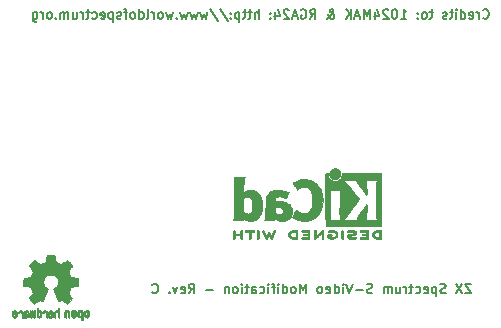
<source format=gbr>
G04 #@! TF.GenerationSoftware,KiCad,Pcbnew,(5.1.4)-1*
G04 #@! TF.CreationDate,2020-06-19T15:30:03+02:00*
G04 #@! TF.ProjectId,S-VHS ZX Spectrum Rev. C,532d5648-5320-45a5-9820-537065637472,rev?*
G04 #@! TF.SameCoordinates,Original*
G04 #@! TF.FileFunction,Legend,Bot*
G04 #@! TF.FilePolarity,Positive*
%FSLAX46Y46*%
G04 Gerber Fmt 4.6, Leading zero omitted, Abs format (unit mm)*
G04 Created by KiCad (PCBNEW (5.1.4)-1) date 2020-06-19 15:30:03*
%MOMM*%
%LPD*%
G04 APERTURE LIST*
%ADD10C,0.150000*%
%ADD11C,0.200000*%
%ADD12C,0.010000*%
G04 APERTURE END LIST*
D10*
X177696047Y-87153714D02*
X177734142Y-87191809D01*
X177848428Y-87229904D01*
X177924619Y-87229904D01*
X178038904Y-87191809D01*
X178115095Y-87115619D01*
X178153190Y-87039428D01*
X178191285Y-86887047D01*
X178191285Y-86772761D01*
X178153190Y-86620380D01*
X178115095Y-86544190D01*
X178038904Y-86468000D01*
X177924619Y-86429904D01*
X177848428Y-86429904D01*
X177734142Y-86468000D01*
X177696047Y-86506095D01*
X177353190Y-87229904D02*
X177353190Y-86696571D01*
X177353190Y-86848952D02*
X177315095Y-86772761D01*
X177277000Y-86734666D01*
X177200809Y-86696571D01*
X177124619Y-86696571D01*
X176553190Y-87191809D02*
X176629380Y-87229904D01*
X176781761Y-87229904D01*
X176857952Y-87191809D01*
X176896047Y-87115619D01*
X176896047Y-86810857D01*
X176857952Y-86734666D01*
X176781761Y-86696571D01*
X176629380Y-86696571D01*
X176553190Y-86734666D01*
X176515095Y-86810857D01*
X176515095Y-86887047D01*
X176896047Y-86963238D01*
X175829380Y-87229904D02*
X175829380Y-86429904D01*
X175829380Y-87191809D02*
X175905571Y-87229904D01*
X176057952Y-87229904D01*
X176134142Y-87191809D01*
X176172238Y-87153714D01*
X176210333Y-87077523D01*
X176210333Y-86848952D01*
X176172238Y-86772761D01*
X176134142Y-86734666D01*
X176057952Y-86696571D01*
X175905571Y-86696571D01*
X175829380Y-86734666D01*
X175448428Y-87229904D02*
X175448428Y-86696571D01*
X175448428Y-86429904D02*
X175486523Y-86468000D01*
X175448428Y-86506095D01*
X175410333Y-86468000D01*
X175448428Y-86429904D01*
X175448428Y-86506095D01*
X175181761Y-86696571D02*
X174877000Y-86696571D01*
X175067476Y-86429904D02*
X175067476Y-87115619D01*
X175029380Y-87191809D01*
X174953190Y-87229904D01*
X174877000Y-87229904D01*
X174648428Y-87191809D02*
X174572238Y-87229904D01*
X174419857Y-87229904D01*
X174343666Y-87191809D01*
X174305571Y-87115619D01*
X174305571Y-87077523D01*
X174343666Y-87001333D01*
X174419857Y-86963238D01*
X174534142Y-86963238D01*
X174610333Y-86925142D01*
X174648428Y-86848952D01*
X174648428Y-86810857D01*
X174610333Y-86734666D01*
X174534142Y-86696571D01*
X174419857Y-86696571D01*
X174343666Y-86734666D01*
X173467476Y-86696571D02*
X173162714Y-86696571D01*
X173353190Y-86429904D02*
X173353190Y-87115619D01*
X173315095Y-87191809D01*
X173238904Y-87229904D01*
X173162714Y-87229904D01*
X172781761Y-87229904D02*
X172857952Y-87191809D01*
X172896047Y-87153714D01*
X172934142Y-87077523D01*
X172934142Y-86848952D01*
X172896047Y-86772761D01*
X172857952Y-86734666D01*
X172781761Y-86696571D01*
X172667476Y-86696571D01*
X172591285Y-86734666D01*
X172553190Y-86772761D01*
X172515095Y-86848952D01*
X172515095Y-87077523D01*
X172553190Y-87153714D01*
X172591285Y-87191809D01*
X172667476Y-87229904D01*
X172781761Y-87229904D01*
X172172238Y-87153714D02*
X172134142Y-87191809D01*
X172172238Y-87229904D01*
X172210333Y-87191809D01*
X172172238Y-87153714D01*
X172172238Y-87229904D01*
X172172238Y-86734666D02*
X172134142Y-86772761D01*
X172172238Y-86810857D01*
X172210333Y-86772761D01*
X172172238Y-86734666D01*
X172172238Y-86810857D01*
X170762714Y-87229904D02*
X171219857Y-87229904D01*
X170991285Y-87229904D02*
X170991285Y-86429904D01*
X171067476Y-86544190D01*
X171143666Y-86620380D01*
X171219857Y-86658476D01*
X170267476Y-86429904D02*
X170191285Y-86429904D01*
X170115095Y-86468000D01*
X170077000Y-86506095D01*
X170038904Y-86582285D01*
X170000809Y-86734666D01*
X170000809Y-86925142D01*
X170038904Y-87077523D01*
X170077000Y-87153714D01*
X170115095Y-87191809D01*
X170191285Y-87229904D01*
X170267476Y-87229904D01*
X170343666Y-87191809D01*
X170381761Y-87153714D01*
X170419857Y-87077523D01*
X170457952Y-86925142D01*
X170457952Y-86734666D01*
X170419857Y-86582285D01*
X170381761Y-86506095D01*
X170343666Y-86468000D01*
X170267476Y-86429904D01*
X169696047Y-86506095D02*
X169657952Y-86468000D01*
X169581761Y-86429904D01*
X169391285Y-86429904D01*
X169315095Y-86468000D01*
X169277000Y-86506095D01*
X169238904Y-86582285D01*
X169238904Y-86658476D01*
X169277000Y-86772761D01*
X169734142Y-87229904D01*
X169238904Y-87229904D01*
X168553190Y-86696571D02*
X168553190Y-87229904D01*
X168743666Y-86391809D02*
X168934142Y-86963238D01*
X168438904Y-86963238D01*
X168134142Y-87229904D02*
X168134142Y-86429904D01*
X167867476Y-87001333D01*
X167600809Y-86429904D01*
X167600809Y-87229904D01*
X167257952Y-87001333D02*
X166877000Y-87001333D01*
X167334142Y-87229904D02*
X167067476Y-86429904D01*
X166800809Y-87229904D01*
X166534142Y-87229904D02*
X166534142Y-86429904D01*
X166077000Y-87229904D02*
X166419857Y-86772761D01*
X166077000Y-86429904D02*
X166534142Y-86887047D01*
X164477000Y-87229904D02*
X164515095Y-87229904D01*
X164591285Y-87191809D01*
X164705571Y-87077523D01*
X164896047Y-86848952D01*
X164972238Y-86734666D01*
X165010333Y-86620380D01*
X165010333Y-86544190D01*
X164972238Y-86468000D01*
X164896047Y-86429904D01*
X164857952Y-86429904D01*
X164781761Y-86468000D01*
X164743666Y-86544190D01*
X164743666Y-86582285D01*
X164781761Y-86658476D01*
X164819857Y-86696571D01*
X165048428Y-86848952D01*
X165086523Y-86887047D01*
X165124619Y-86963238D01*
X165124619Y-87077523D01*
X165086523Y-87153714D01*
X165048428Y-87191809D01*
X164972238Y-87229904D01*
X164857952Y-87229904D01*
X164781761Y-87191809D01*
X164743666Y-87153714D01*
X164629380Y-87001333D01*
X164591285Y-86887047D01*
X164591285Y-86810857D01*
X163067476Y-87229904D02*
X163334142Y-86848952D01*
X163524619Y-87229904D02*
X163524619Y-86429904D01*
X163219857Y-86429904D01*
X163143666Y-86468000D01*
X163105571Y-86506095D01*
X163067476Y-86582285D01*
X163067476Y-86696571D01*
X163105571Y-86772761D01*
X163143666Y-86810857D01*
X163219857Y-86848952D01*
X163524619Y-86848952D01*
X162305571Y-86468000D02*
X162381761Y-86429904D01*
X162496047Y-86429904D01*
X162610333Y-86468000D01*
X162686523Y-86544190D01*
X162724619Y-86620380D01*
X162762714Y-86772761D01*
X162762714Y-86887047D01*
X162724619Y-87039428D01*
X162686523Y-87115619D01*
X162610333Y-87191809D01*
X162496047Y-87229904D01*
X162419857Y-87229904D01*
X162305571Y-87191809D01*
X162267476Y-87153714D01*
X162267476Y-86887047D01*
X162419857Y-86887047D01*
X161962714Y-87001333D02*
X161581761Y-87001333D01*
X162038904Y-87229904D02*
X161772238Y-86429904D01*
X161505571Y-87229904D01*
X161277000Y-86506095D02*
X161238904Y-86468000D01*
X161162714Y-86429904D01*
X160972238Y-86429904D01*
X160896047Y-86468000D01*
X160857952Y-86506095D01*
X160819857Y-86582285D01*
X160819857Y-86658476D01*
X160857952Y-86772761D01*
X161315095Y-87229904D01*
X160819857Y-87229904D01*
X160134142Y-86696571D02*
X160134142Y-87229904D01*
X160324619Y-86391809D02*
X160515095Y-86963238D01*
X160019857Y-86963238D01*
X159715095Y-87153714D02*
X159677000Y-87191809D01*
X159715095Y-87229904D01*
X159753190Y-87191809D01*
X159715095Y-87153714D01*
X159715095Y-87229904D01*
X159715095Y-86734666D02*
X159677000Y-86772761D01*
X159715095Y-86810857D01*
X159753190Y-86772761D01*
X159715095Y-86734666D01*
X159715095Y-86810857D01*
X158724619Y-87229904D02*
X158724619Y-86429904D01*
X158381761Y-87229904D02*
X158381761Y-86810857D01*
X158419857Y-86734666D01*
X158496047Y-86696571D01*
X158610333Y-86696571D01*
X158686523Y-86734666D01*
X158724619Y-86772761D01*
X158115095Y-86696571D02*
X157810333Y-86696571D01*
X158000809Y-86429904D02*
X158000809Y-87115619D01*
X157962714Y-87191809D01*
X157886523Y-87229904D01*
X157810333Y-87229904D01*
X157657952Y-86696571D02*
X157353190Y-86696571D01*
X157543666Y-86429904D02*
X157543666Y-87115619D01*
X157505571Y-87191809D01*
X157429380Y-87229904D01*
X157353190Y-87229904D01*
X157086523Y-86696571D02*
X157086523Y-87496571D01*
X157086523Y-86734666D02*
X157010333Y-86696571D01*
X156857952Y-86696571D01*
X156781761Y-86734666D01*
X156743666Y-86772761D01*
X156705571Y-86848952D01*
X156705571Y-87077523D01*
X156743666Y-87153714D01*
X156781761Y-87191809D01*
X156857952Y-87229904D01*
X157010333Y-87229904D01*
X157086523Y-87191809D01*
X156362714Y-87153714D02*
X156324619Y-87191809D01*
X156362714Y-87229904D01*
X156400809Y-87191809D01*
X156362714Y-87153714D01*
X156362714Y-87229904D01*
X156362714Y-86734666D02*
X156324619Y-86772761D01*
X156362714Y-86810857D01*
X156400809Y-86772761D01*
X156362714Y-86734666D01*
X156362714Y-86810857D01*
X155410333Y-86391809D02*
X156096047Y-87420380D01*
X154572238Y-86391809D02*
X155257952Y-87420380D01*
X154381761Y-86696571D02*
X154229380Y-87229904D01*
X154077000Y-86848952D01*
X153924619Y-87229904D01*
X153772238Y-86696571D01*
X153543666Y-86696571D02*
X153391285Y-87229904D01*
X153238904Y-86848952D01*
X153086523Y-87229904D01*
X152934142Y-86696571D01*
X152705571Y-86696571D02*
X152553190Y-87229904D01*
X152400809Y-86848952D01*
X152248428Y-87229904D01*
X152096047Y-86696571D01*
X151791285Y-87153714D02*
X151753190Y-87191809D01*
X151791285Y-87229904D01*
X151829380Y-87191809D01*
X151791285Y-87153714D01*
X151791285Y-87229904D01*
X151486523Y-86696571D02*
X151334142Y-87229904D01*
X151181761Y-86848952D01*
X151029380Y-87229904D01*
X150877000Y-86696571D01*
X150457952Y-87229904D02*
X150534142Y-87191809D01*
X150572238Y-87153714D01*
X150610333Y-87077523D01*
X150610333Y-86848952D01*
X150572238Y-86772761D01*
X150534142Y-86734666D01*
X150457952Y-86696571D01*
X150343666Y-86696571D01*
X150267476Y-86734666D01*
X150229380Y-86772761D01*
X150191285Y-86848952D01*
X150191285Y-87077523D01*
X150229380Y-87153714D01*
X150267476Y-87191809D01*
X150343666Y-87229904D01*
X150457952Y-87229904D01*
X149848428Y-87229904D02*
X149848428Y-86696571D01*
X149848428Y-86848952D02*
X149810333Y-86772761D01*
X149772238Y-86734666D01*
X149696047Y-86696571D01*
X149619857Y-86696571D01*
X149238904Y-87229904D02*
X149315095Y-87191809D01*
X149353190Y-87115619D01*
X149353190Y-86429904D01*
X148591285Y-87229904D02*
X148591285Y-86429904D01*
X148591285Y-87191809D02*
X148667476Y-87229904D01*
X148819857Y-87229904D01*
X148896047Y-87191809D01*
X148934142Y-87153714D01*
X148972238Y-87077523D01*
X148972238Y-86848952D01*
X148934142Y-86772761D01*
X148896047Y-86734666D01*
X148819857Y-86696571D01*
X148667476Y-86696571D01*
X148591285Y-86734666D01*
X148096047Y-87229904D02*
X148172238Y-87191809D01*
X148210333Y-87153714D01*
X148248428Y-87077523D01*
X148248428Y-86848952D01*
X148210333Y-86772761D01*
X148172238Y-86734666D01*
X148096047Y-86696571D01*
X147981761Y-86696571D01*
X147905571Y-86734666D01*
X147867476Y-86772761D01*
X147829380Y-86848952D01*
X147829380Y-87077523D01*
X147867476Y-87153714D01*
X147905571Y-87191809D01*
X147981761Y-87229904D01*
X148096047Y-87229904D01*
X147600809Y-86696571D02*
X147296047Y-86696571D01*
X147486523Y-87229904D02*
X147486523Y-86544190D01*
X147448428Y-86468000D01*
X147372238Y-86429904D01*
X147296047Y-86429904D01*
X147067476Y-87191809D02*
X146991285Y-87229904D01*
X146838904Y-87229904D01*
X146762714Y-87191809D01*
X146724619Y-87115619D01*
X146724619Y-87077523D01*
X146762714Y-87001333D01*
X146838904Y-86963238D01*
X146953190Y-86963238D01*
X147029380Y-86925142D01*
X147067476Y-86848952D01*
X147067476Y-86810857D01*
X147029380Y-86734666D01*
X146953190Y-86696571D01*
X146838904Y-86696571D01*
X146762714Y-86734666D01*
X146381761Y-86696571D02*
X146381761Y-87496571D01*
X146381761Y-86734666D02*
X146305571Y-86696571D01*
X146153190Y-86696571D01*
X146077000Y-86734666D01*
X146038904Y-86772761D01*
X146000809Y-86848952D01*
X146000809Y-87077523D01*
X146038904Y-87153714D01*
X146077000Y-87191809D01*
X146153190Y-87229904D01*
X146305571Y-87229904D01*
X146381761Y-87191809D01*
X145353190Y-87191809D02*
X145429380Y-87229904D01*
X145581761Y-87229904D01*
X145657952Y-87191809D01*
X145696047Y-87115619D01*
X145696047Y-86810857D01*
X145657952Y-86734666D01*
X145581761Y-86696571D01*
X145429380Y-86696571D01*
X145353190Y-86734666D01*
X145315095Y-86810857D01*
X145315095Y-86887047D01*
X145696047Y-86963238D01*
X144629380Y-87191809D02*
X144705571Y-87229904D01*
X144857952Y-87229904D01*
X144934142Y-87191809D01*
X144972238Y-87153714D01*
X145010333Y-87077523D01*
X145010333Y-86848952D01*
X144972238Y-86772761D01*
X144934142Y-86734666D01*
X144857952Y-86696571D01*
X144705571Y-86696571D01*
X144629380Y-86734666D01*
X144400809Y-86696571D02*
X144096047Y-86696571D01*
X144286523Y-86429904D02*
X144286523Y-87115619D01*
X144248428Y-87191809D01*
X144172238Y-87229904D01*
X144096047Y-87229904D01*
X143829380Y-87229904D02*
X143829380Y-86696571D01*
X143829380Y-86848952D02*
X143791285Y-86772761D01*
X143753190Y-86734666D01*
X143677000Y-86696571D01*
X143600809Y-86696571D01*
X142991285Y-86696571D02*
X142991285Y-87229904D01*
X143334142Y-86696571D02*
X143334142Y-87115619D01*
X143296047Y-87191809D01*
X143219857Y-87229904D01*
X143105571Y-87229904D01*
X143029380Y-87191809D01*
X142991285Y-87153714D01*
X142610333Y-87229904D02*
X142610333Y-86696571D01*
X142610333Y-86772761D02*
X142572238Y-86734666D01*
X142496047Y-86696571D01*
X142381761Y-86696571D01*
X142305571Y-86734666D01*
X142267476Y-86810857D01*
X142267476Y-87229904D01*
X142267476Y-86810857D02*
X142229380Y-86734666D01*
X142153190Y-86696571D01*
X142038904Y-86696571D01*
X141962714Y-86734666D01*
X141924619Y-86810857D01*
X141924619Y-87229904D01*
X141543666Y-87153714D02*
X141505571Y-87191809D01*
X141543666Y-87229904D01*
X141581761Y-87191809D01*
X141543666Y-87153714D01*
X141543666Y-87229904D01*
X141048428Y-87229904D02*
X141124619Y-87191809D01*
X141162714Y-87153714D01*
X141200809Y-87077523D01*
X141200809Y-86848952D01*
X141162714Y-86772761D01*
X141124619Y-86734666D01*
X141048428Y-86696571D01*
X140934142Y-86696571D01*
X140857952Y-86734666D01*
X140819857Y-86772761D01*
X140781761Y-86848952D01*
X140781761Y-87077523D01*
X140819857Y-87153714D01*
X140857952Y-87191809D01*
X140934142Y-87229904D01*
X141048428Y-87229904D01*
X140438904Y-87229904D02*
X140438904Y-86696571D01*
X140438904Y-86848952D02*
X140400809Y-86772761D01*
X140362714Y-86734666D01*
X140286523Y-86696571D01*
X140210333Y-86696571D01*
X139600809Y-86696571D02*
X139600809Y-87344190D01*
X139638904Y-87420380D01*
X139677000Y-87458476D01*
X139753190Y-87496571D01*
X139867476Y-87496571D01*
X139943666Y-87458476D01*
X139600809Y-87191809D02*
X139677000Y-87229904D01*
X139829380Y-87229904D01*
X139905571Y-87191809D01*
X139943666Y-87153714D01*
X139981761Y-87077523D01*
X139981761Y-86848952D01*
X139943666Y-86772761D01*
X139905571Y-86734666D01*
X139829380Y-86696571D01*
X139677000Y-86696571D01*
X139600809Y-86734666D01*
D11*
X176718809Y-109670904D02*
X176185476Y-109670904D01*
X176718809Y-110470904D01*
X176185476Y-110470904D01*
X175956904Y-109670904D02*
X175423571Y-110470904D01*
X175423571Y-109670904D02*
X175956904Y-110470904D01*
X174547380Y-110432809D02*
X174433095Y-110470904D01*
X174242619Y-110470904D01*
X174166428Y-110432809D01*
X174128333Y-110394714D01*
X174090238Y-110318523D01*
X174090238Y-110242333D01*
X174128333Y-110166142D01*
X174166428Y-110128047D01*
X174242619Y-110089952D01*
X174395000Y-110051857D01*
X174471190Y-110013761D01*
X174509285Y-109975666D01*
X174547380Y-109899476D01*
X174547380Y-109823285D01*
X174509285Y-109747095D01*
X174471190Y-109709000D01*
X174395000Y-109670904D01*
X174204523Y-109670904D01*
X174090238Y-109709000D01*
X173747380Y-109937571D02*
X173747380Y-110737571D01*
X173747380Y-109975666D02*
X173671190Y-109937571D01*
X173518809Y-109937571D01*
X173442619Y-109975666D01*
X173404523Y-110013761D01*
X173366428Y-110089952D01*
X173366428Y-110318523D01*
X173404523Y-110394714D01*
X173442619Y-110432809D01*
X173518809Y-110470904D01*
X173671190Y-110470904D01*
X173747380Y-110432809D01*
X172718809Y-110432809D02*
X172795000Y-110470904D01*
X172947380Y-110470904D01*
X173023571Y-110432809D01*
X173061666Y-110356619D01*
X173061666Y-110051857D01*
X173023571Y-109975666D01*
X172947380Y-109937571D01*
X172795000Y-109937571D01*
X172718809Y-109975666D01*
X172680714Y-110051857D01*
X172680714Y-110128047D01*
X173061666Y-110204238D01*
X171995000Y-110432809D02*
X172071190Y-110470904D01*
X172223571Y-110470904D01*
X172299761Y-110432809D01*
X172337857Y-110394714D01*
X172375952Y-110318523D01*
X172375952Y-110089952D01*
X172337857Y-110013761D01*
X172299761Y-109975666D01*
X172223571Y-109937571D01*
X172071190Y-109937571D01*
X171995000Y-109975666D01*
X171766428Y-109937571D02*
X171461666Y-109937571D01*
X171652142Y-109670904D02*
X171652142Y-110356619D01*
X171614047Y-110432809D01*
X171537857Y-110470904D01*
X171461666Y-110470904D01*
X171195000Y-110470904D02*
X171195000Y-109937571D01*
X171195000Y-110089952D02*
X171156904Y-110013761D01*
X171118809Y-109975666D01*
X171042619Y-109937571D01*
X170966428Y-109937571D01*
X170356904Y-109937571D02*
X170356904Y-110470904D01*
X170699761Y-109937571D02*
X170699761Y-110356619D01*
X170661666Y-110432809D01*
X170585476Y-110470904D01*
X170471190Y-110470904D01*
X170395000Y-110432809D01*
X170356904Y-110394714D01*
X169975952Y-110470904D02*
X169975952Y-109937571D01*
X169975952Y-110013761D02*
X169937857Y-109975666D01*
X169861666Y-109937571D01*
X169747380Y-109937571D01*
X169671190Y-109975666D01*
X169633095Y-110051857D01*
X169633095Y-110470904D01*
X169633095Y-110051857D02*
X169595000Y-109975666D01*
X169518809Y-109937571D01*
X169404523Y-109937571D01*
X169328333Y-109975666D01*
X169290238Y-110051857D01*
X169290238Y-110470904D01*
X168337857Y-110432809D02*
X168223571Y-110470904D01*
X168033095Y-110470904D01*
X167956904Y-110432809D01*
X167918809Y-110394714D01*
X167880714Y-110318523D01*
X167880714Y-110242333D01*
X167918809Y-110166142D01*
X167956904Y-110128047D01*
X168033095Y-110089952D01*
X168185476Y-110051857D01*
X168261666Y-110013761D01*
X168299761Y-109975666D01*
X168337857Y-109899476D01*
X168337857Y-109823285D01*
X168299761Y-109747095D01*
X168261666Y-109709000D01*
X168185476Y-109670904D01*
X167995000Y-109670904D01*
X167880714Y-109709000D01*
X167537857Y-110166142D02*
X166928333Y-110166142D01*
X166661666Y-109670904D02*
X166395000Y-110470904D01*
X166128333Y-109670904D01*
X165861666Y-110470904D02*
X165861666Y-109937571D01*
X165861666Y-109670904D02*
X165899761Y-109709000D01*
X165861666Y-109747095D01*
X165823571Y-109709000D01*
X165861666Y-109670904D01*
X165861666Y-109747095D01*
X165137857Y-110470904D02*
X165137857Y-109670904D01*
X165137857Y-110432809D02*
X165214047Y-110470904D01*
X165366428Y-110470904D01*
X165442619Y-110432809D01*
X165480714Y-110394714D01*
X165518809Y-110318523D01*
X165518809Y-110089952D01*
X165480714Y-110013761D01*
X165442619Y-109975666D01*
X165366428Y-109937571D01*
X165214047Y-109937571D01*
X165137857Y-109975666D01*
X164452142Y-110432809D02*
X164528333Y-110470904D01*
X164680714Y-110470904D01*
X164756904Y-110432809D01*
X164795000Y-110356619D01*
X164795000Y-110051857D01*
X164756904Y-109975666D01*
X164680714Y-109937571D01*
X164528333Y-109937571D01*
X164452142Y-109975666D01*
X164414047Y-110051857D01*
X164414047Y-110128047D01*
X164795000Y-110204238D01*
X163956904Y-110470904D02*
X164033095Y-110432809D01*
X164071190Y-110394714D01*
X164109285Y-110318523D01*
X164109285Y-110089952D01*
X164071190Y-110013761D01*
X164033095Y-109975666D01*
X163956904Y-109937571D01*
X163842619Y-109937571D01*
X163766428Y-109975666D01*
X163728333Y-110013761D01*
X163690238Y-110089952D01*
X163690238Y-110318523D01*
X163728333Y-110394714D01*
X163766428Y-110432809D01*
X163842619Y-110470904D01*
X163956904Y-110470904D01*
X162737857Y-110470904D02*
X162737857Y-109670904D01*
X162471190Y-110242333D01*
X162204523Y-109670904D01*
X162204523Y-110470904D01*
X161709285Y-110470904D02*
X161785476Y-110432809D01*
X161823571Y-110394714D01*
X161861666Y-110318523D01*
X161861666Y-110089952D01*
X161823571Y-110013761D01*
X161785476Y-109975666D01*
X161709285Y-109937571D01*
X161595000Y-109937571D01*
X161518809Y-109975666D01*
X161480714Y-110013761D01*
X161442619Y-110089952D01*
X161442619Y-110318523D01*
X161480714Y-110394714D01*
X161518809Y-110432809D01*
X161595000Y-110470904D01*
X161709285Y-110470904D01*
X160756904Y-110470904D02*
X160756904Y-109670904D01*
X160756904Y-110432809D02*
X160833095Y-110470904D01*
X160985476Y-110470904D01*
X161061666Y-110432809D01*
X161099761Y-110394714D01*
X161137857Y-110318523D01*
X161137857Y-110089952D01*
X161099761Y-110013761D01*
X161061666Y-109975666D01*
X160985476Y-109937571D01*
X160833095Y-109937571D01*
X160756904Y-109975666D01*
X160375952Y-110470904D02*
X160375952Y-109937571D01*
X160375952Y-109670904D02*
X160414047Y-109709000D01*
X160375952Y-109747095D01*
X160337857Y-109709000D01*
X160375952Y-109670904D01*
X160375952Y-109747095D01*
X160109285Y-109937571D02*
X159804523Y-109937571D01*
X159995000Y-110470904D02*
X159995000Y-109785190D01*
X159956904Y-109709000D01*
X159880714Y-109670904D01*
X159804523Y-109670904D01*
X159537857Y-110470904D02*
X159537857Y-109937571D01*
X159537857Y-109670904D02*
X159575952Y-109709000D01*
X159537857Y-109747095D01*
X159499761Y-109709000D01*
X159537857Y-109670904D01*
X159537857Y-109747095D01*
X158814047Y-110432809D02*
X158890238Y-110470904D01*
X159042619Y-110470904D01*
X159118809Y-110432809D01*
X159156904Y-110394714D01*
X159195000Y-110318523D01*
X159195000Y-110089952D01*
X159156904Y-110013761D01*
X159118809Y-109975666D01*
X159042619Y-109937571D01*
X158890238Y-109937571D01*
X158814047Y-109975666D01*
X158128333Y-110470904D02*
X158128333Y-110051857D01*
X158166428Y-109975666D01*
X158242619Y-109937571D01*
X158395000Y-109937571D01*
X158471190Y-109975666D01*
X158128333Y-110432809D02*
X158204523Y-110470904D01*
X158395000Y-110470904D01*
X158471190Y-110432809D01*
X158509285Y-110356619D01*
X158509285Y-110280428D01*
X158471190Y-110204238D01*
X158395000Y-110166142D01*
X158204523Y-110166142D01*
X158128333Y-110128047D01*
X157861666Y-109937571D02*
X157556904Y-109937571D01*
X157747380Y-109670904D02*
X157747380Y-110356619D01*
X157709285Y-110432809D01*
X157633095Y-110470904D01*
X157556904Y-110470904D01*
X157290238Y-110470904D02*
X157290238Y-109937571D01*
X157290238Y-109670904D02*
X157328333Y-109709000D01*
X157290238Y-109747095D01*
X157252142Y-109709000D01*
X157290238Y-109670904D01*
X157290238Y-109747095D01*
X156795000Y-110470904D02*
X156871190Y-110432809D01*
X156909285Y-110394714D01*
X156947380Y-110318523D01*
X156947380Y-110089952D01*
X156909285Y-110013761D01*
X156871190Y-109975666D01*
X156795000Y-109937571D01*
X156680714Y-109937571D01*
X156604523Y-109975666D01*
X156566428Y-110013761D01*
X156528333Y-110089952D01*
X156528333Y-110318523D01*
X156566428Y-110394714D01*
X156604523Y-110432809D01*
X156680714Y-110470904D01*
X156795000Y-110470904D01*
X156185476Y-109937571D02*
X156185476Y-110470904D01*
X156185476Y-110013761D02*
X156147380Y-109975666D01*
X156071190Y-109937571D01*
X155956904Y-109937571D01*
X155880714Y-109975666D01*
X155842619Y-110051857D01*
X155842619Y-110470904D01*
X154852142Y-110166142D02*
X154242619Y-110166142D01*
X152795000Y-110470904D02*
X153061666Y-110089952D01*
X153252142Y-110470904D02*
X153252142Y-109670904D01*
X152947380Y-109670904D01*
X152871190Y-109709000D01*
X152833095Y-109747095D01*
X152795000Y-109823285D01*
X152795000Y-109937571D01*
X152833095Y-110013761D01*
X152871190Y-110051857D01*
X152947380Y-110089952D01*
X153252142Y-110089952D01*
X152147380Y-110432809D02*
X152223571Y-110470904D01*
X152375952Y-110470904D01*
X152452142Y-110432809D01*
X152490238Y-110356619D01*
X152490238Y-110051857D01*
X152452142Y-109975666D01*
X152375952Y-109937571D01*
X152223571Y-109937571D01*
X152147380Y-109975666D01*
X152109285Y-110051857D01*
X152109285Y-110128047D01*
X152490238Y-110204238D01*
X151842619Y-109937571D02*
X151652142Y-110470904D01*
X151461666Y-109937571D01*
X151156904Y-110394714D02*
X151118809Y-110432809D01*
X151156904Y-110470904D01*
X151195000Y-110432809D01*
X151156904Y-110394714D01*
X151156904Y-110470904D01*
X149709285Y-110394714D02*
X149747380Y-110432809D01*
X149861666Y-110470904D01*
X149937857Y-110470904D01*
X150052142Y-110432809D01*
X150128333Y-110356619D01*
X150166428Y-110280428D01*
X150204523Y-110128047D01*
X150204523Y-110013761D01*
X150166428Y-109861380D01*
X150128333Y-109785190D01*
X150052142Y-109709000D01*
X149937857Y-109670904D01*
X149861666Y-109670904D01*
X149747380Y-109709000D01*
X149709285Y-109747095D01*
D12*
G36*
X168935371Y-105139066D02*
G01*
X168895889Y-105139467D01*
X168780200Y-105142259D01*
X168683311Y-105150550D01*
X168601919Y-105165232D01*
X168532723Y-105187193D01*
X168472420Y-105217322D01*
X168417708Y-105256510D01*
X168398167Y-105273532D01*
X168365750Y-105313363D01*
X168336520Y-105367413D01*
X168313991Y-105427323D01*
X168301679Y-105484739D01*
X168300400Y-105505956D01*
X168308417Y-105564769D01*
X168329899Y-105629013D01*
X168360999Y-105689821D01*
X168397866Y-105738330D01*
X168403854Y-105744182D01*
X168454579Y-105785321D01*
X168510125Y-105817435D01*
X168573696Y-105841365D01*
X168648494Y-105857953D01*
X168737722Y-105868041D01*
X168844582Y-105872469D01*
X168893528Y-105872845D01*
X168955762Y-105872545D01*
X168999528Y-105871292D01*
X169028931Y-105868554D01*
X169048079Y-105863801D01*
X169061077Y-105856501D01*
X169068045Y-105850267D01*
X169074626Y-105842694D01*
X169079788Y-105832924D01*
X169083703Y-105818340D01*
X169086543Y-105796326D01*
X169088480Y-105764264D01*
X169089684Y-105719536D01*
X169090328Y-105659526D01*
X169090583Y-105581617D01*
X169090622Y-105505956D01*
X169090870Y-105405041D01*
X169090817Y-105324427D01*
X169089857Y-105285822D01*
X168943867Y-105285822D01*
X168943867Y-105726089D01*
X168850734Y-105726004D01*
X168794693Y-105724396D01*
X168735999Y-105720256D01*
X168687028Y-105714464D01*
X168685538Y-105714226D01*
X168606392Y-105695090D01*
X168545002Y-105665287D01*
X168498305Y-105622878D01*
X168468635Y-105576961D01*
X168450353Y-105526026D01*
X168451771Y-105478200D01*
X168472988Y-105426933D01*
X168514489Y-105373899D01*
X168571998Y-105334600D01*
X168646750Y-105308331D01*
X168696708Y-105299035D01*
X168753416Y-105292507D01*
X168813519Y-105287782D01*
X168864639Y-105285817D01*
X168867667Y-105285808D01*
X168943867Y-105285822D01*
X169089857Y-105285822D01*
X169089260Y-105261851D01*
X169084998Y-105215055D01*
X169076830Y-105181778D01*
X169063556Y-105159759D01*
X169043974Y-105146739D01*
X169016883Y-105140457D01*
X168981082Y-105138653D01*
X168935371Y-105139066D01*
X168935371Y-105139066D01*
G37*
X168935371Y-105139066D02*
X168895889Y-105139467D01*
X168780200Y-105142259D01*
X168683311Y-105150550D01*
X168601919Y-105165232D01*
X168532723Y-105187193D01*
X168472420Y-105217322D01*
X168417708Y-105256510D01*
X168398167Y-105273532D01*
X168365750Y-105313363D01*
X168336520Y-105367413D01*
X168313991Y-105427323D01*
X168301679Y-105484739D01*
X168300400Y-105505956D01*
X168308417Y-105564769D01*
X168329899Y-105629013D01*
X168360999Y-105689821D01*
X168397866Y-105738330D01*
X168403854Y-105744182D01*
X168454579Y-105785321D01*
X168510125Y-105817435D01*
X168573696Y-105841365D01*
X168648494Y-105857953D01*
X168737722Y-105868041D01*
X168844582Y-105872469D01*
X168893528Y-105872845D01*
X168955762Y-105872545D01*
X168999528Y-105871292D01*
X169028931Y-105868554D01*
X169048079Y-105863801D01*
X169061077Y-105856501D01*
X169068045Y-105850267D01*
X169074626Y-105842694D01*
X169079788Y-105832924D01*
X169083703Y-105818340D01*
X169086543Y-105796326D01*
X169088480Y-105764264D01*
X169089684Y-105719536D01*
X169090328Y-105659526D01*
X169090583Y-105581617D01*
X169090622Y-105505956D01*
X169090870Y-105405041D01*
X169090817Y-105324427D01*
X169089857Y-105285822D01*
X168943867Y-105285822D01*
X168943867Y-105726089D01*
X168850734Y-105726004D01*
X168794693Y-105724396D01*
X168735999Y-105720256D01*
X168687028Y-105714464D01*
X168685538Y-105714226D01*
X168606392Y-105695090D01*
X168545002Y-105665287D01*
X168498305Y-105622878D01*
X168468635Y-105576961D01*
X168450353Y-105526026D01*
X168451771Y-105478200D01*
X168472988Y-105426933D01*
X168514489Y-105373899D01*
X168571998Y-105334600D01*
X168646750Y-105308331D01*
X168696708Y-105299035D01*
X168753416Y-105292507D01*
X168813519Y-105287782D01*
X168864639Y-105285817D01*
X168867667Y-105285808D01*
X168943867Y-105285822D01*
X169089857Y-105285822D01*
X169089260Y-105261851D01*
X169084998Y-105215055D01*
X169076830Y-105181778D01*
X169063556Y-105159759D01*
X169043974Y-105146739D01*
X169016883Y-105140457D01*
X168981082Y-105138653D01*
X168935371Y-105139066D01*
G36*
X167526794Y-105139146D02*
G01*
X167457386Y-105139518D01*
X167404997Y-105140385D01*
X167366847Y-105141946D01*
X167340159Y-105144403D01*
X167322153Y-105147957D01*
X167310049Y-105152810D01*
X167301069Y-105159161D01*
X167297818Y-105162084D01*
X167278043Y-105193142D01*
X167274482Y-105228828D01*
X167287491Y-105260510D01*
X167293506Y-105266913D01*
X167303235Y-105273121D01*
X167318901Y-105277910D01*
X167343408Y-105281514D01*
X167379661Y-105284164D01*
X167430565Y-105286095D01*
X167499026Y-105287539D01*
X167561617Y-105288418D01*
X167809334Y-105291467D01*
X167812719Y-105356378D01*
X167816105Y-105421289D01*
X167647958Y-105421289D01*
X167574959Y-105421919D01*
X167521517Y-105424553D01*
X167484628Y-105430309D01*
X167461288Y-105440304D01*
X167448494Y-105455656D01*
X167443242Y-105477482D01*
X167442445Y-105497738D01*
X167444923Y-105522592D01*
X167454277Y-105540906D01*
X167473383Y-105553637D01*
X167505118Y-105561741D01*
X167552359Y-105566176D01*
X167617983Y-105567899D01*
X167653801Y-105568045D01*
X167814978Y-105568045D01*
X167814978Y-105726089D01*
X167566622Y-105726089D01*
X167485213Y-105726202D01*
X167423342Y-105726712D01*
X167377968Y-105727870D01*
X167346054Y-105729930D01*
X167324559Y-105733146D01*
X167310443Y-105737772D01*
X167300668Y-105744059D01*
X167295689Y-105748667D01*
X167278610Y-105775560D01*
X167273111Y-105799467D01*
X167280963Y-105828667D01*
X167295689Y-105850267D01*
X167303546Y-105857066D01*
X167313688Y-105862346D01*
X167328844Y-105866298D01*
X167351741Y-105869113D01*
X167385109Y-105870982D01*
X167431675Y-105872098D01*
X167494167Y-105872651D01*
X167575314Y-105872833D01*
X167617422Y-105872845D01*
X167707598Y-105872765D01*
X167777924Y-105872398D01*
X167831129Y-105871552D01*
X167869940Y-105870036D01*
X167897087Y-105867659D01*
X167915298Y-105864229D01*
X167927300Y-105859554D01*
X167935822Y-105853444D01*
X167939156Y-105850267D01*
X167945755Y-105842670D01*
X167950927Y-105832870D01*
X167954846Y-105818239D01*
X167957684Y-105796152D01*
X167959615Y-105763982D01*
X167960812Y-105719103D01*
X167961448Y-105658889D01*
X167961697Y-105580713D01*
X167961734Y-105507923D01*
X167961700Y-105414707D01*
X167961465Y-105341431D01*
X167960830Y-105285458D01*
X167959594Y-105244151D01*
X167957556Y-105214872D01*
X167954517Y-105194984D01*
X167950277Y-105181850D01*
X167944635Y-105172832D01*
X167937391Y-105165293D01*
X167935606Y-105163612D01*
X167926945Y-105156172D01*
X167916882Y-105150409D01*
X167902625Y-105146112D01*
X167881383Y-105143064D01*
X167850364Y-105141051D01*
X167806777Y-105139860D01*
X167747831Y-105139275D01*
X167670734Y-105139083D01*
X167616001Y-105139067D01*
X167526794Y-105139146D01*
X167526794Y-105139146D01*
G37*
X167526794Y-105139146D02*
X167457386Y-105139518D01*
X167404997Y-105140385D01*
X167366847Y-105141946D01*
X167340159Y-105144403D01*
X167322153Y-105147957D01*
X167310049Y-105152810D01*
X167301069Y-105159161D01*
X167297818Y-105162084D01*
X167278043Y-105193142D01*
X167274482Y-105228828D01*
X167287491Y-105260510D01*
X167293506Y-105266913D01*
X167303235Y-105273121D01*
X167318901Y-105277910D01*
X167343408Y-105281514D01*
X167379661Y-105284164D01*
X167430565Y-105286095D01*
X167499026Y-105287539D01*
X167561617Y-105288418D01*
X167809334Y-105291467D01*
X167812719Y-105356378D01*
X167816105Y-105421289D01*
X167647958Y-105421289D01*
X167574959Y-105421919D01*
X167521517Y-105424553D01*
X167484628Y-105430309D01*
X167461288Y-105440304D01*
X167448494Y-105455656D01*
X167443242Y-105477482D01*
X167442445Y-105497738D01*
X167444923Y-105522592D01*
X167454277Y-105540906D01*
X167473383Y-105553637D01*
X167505118Y-105561741D01*
X167552359Y-105566176D01*
X167617983Y-105567899D01*
X167653801Y-105568045D01*
X167814978Y-105568045D01*
X167814978Y-105726089D01*
X167566622Y-105726089D01*
X167485213Y-105726202D01*
X167423342Y-105726712D01*
X167377968Y-105727870D01*
X167346054Y-105729930D01*
X167324559Y-105733146D01*
X167310443Y-105737772D01*
X167300668Y-105744059D01*
X167295689Y-105748667D01*
X167278610Y-105775560D01*
X167273111Y-105799467D01*
X167280963Y-105828667D01*
X167295689Y-105850267D01*
X167303546Y-105857066D01*
X167313688Y-105862346D01*
X167328844Y-105866298D01*
X167351741Y-105869113D01*
X167385109Y-105870982D01*
X167431675Y-105872098D01*
X167494167Y-105872651D01*
X167575314Y-105872833D01*
X167617422Y-105872845D01*
X167707598Y-105872765D01*
X167777924Y-105872398D01*
X167831129Y-105871552D01*
X167869940Y-105870036D01*
X167897087Y-105867659D01*
X167915298Y-105864229D01*
X167927300Y-105859554D01*
X167935822Y-105853444D01*
X167939156Y-105850267D01*
X167945755Y-105842670D01*
X167950927Y-105832870D01*
X167954846Y-105818239D01*
X167957684Y-105796152D01*
X167959615Y-105763982D01*
X167960812Y-105719103D01*
X167961448Y-105658889D01*
X167961697Y-105580713D01*
X167961734Y-105507923D01*
X167961700Y-105414707D01*
X167961465Y-105341431D01*
X167960830Y-105285458D01*
X167959594Y-105244151D01*
X167957556Y-105214872D01*
X167954517Y-105194984D01*
X167950277Y-105181850D01*
X167944635Y-105172832D01*
X167937391Y-105165293D01*
X167935606Y-105163612D01*
X167926945Y-105156172D01*
X167916882Y-105150409D01*
X167902625Y-105146112D01*
X167881383Y-105143064D01*
X167850364Y-105141051D01*
X167806777Y-105139860D01*
X167747831Y-105139275D01*
X167670734Y-105139083D01*
X167616001Y-105139067D01*
X167526794Y-105139146D01*
G36*
X166505703Y-105140351D02*
G01*
X166430888Y-105145581D01*
X166361306Y-105153750D01*
X166301002Y-105164550D01*
X166254020Y-105177673D01*
X166224406Y-105192813D01*
X166219860Y-105197269D01*
X166204054Y-105231850D01*
X166208847Y-105267351D01*
X166233364Y-105297725D01*
X166234534Y-105298596D01*
X166248954Y-105307954D01*
X166264008Y-105312876D01*
X166285005Y-105313473D01*
X166317257Y-105309861D01*
X166366073Y-105302154D01*
X166370000Y-105301505D01*
X166442739Y-105292569D01*
X166521217Y-105288161D01*
X166599927Y-105288119D01*
X166673361Y-105292279D01*
X166736011Y-105300479D01*
X166782370Y-105312557D01*
X166785416Y-105313771D01*
X166819048Y-105332615D01*
X166830864Y-105351685D01*
X166821614Y-105370439D01*
X166792047Y-105388337D01*
X166742911Y-105404837D01*
X166674957Y-105419396D01*
X166629645Y-105426406D01*
X166535456Y-105439889D01*
X166460544Y-105452214D01*
X166401717Y-105464449D01*
X166355785Y-105477661D01*
X166319555Y-105492917D01*
X166289838Y-105511285D01*
X166263442Y-105533831D01*
X166242230Y-105555971D01*
X166217065Y-105586819D01*
X166204681Y-105613345D01*
X166200808Y-105646026D01*
X166200667Y-105657995D01*
X166203576Y-105697712D01*
X166215202Y-105727259D01*
X166235323Y-105753486D01*
X166276216Y-105793576D01*
X166321817Y-105824149D01*
X166375513Y-105846203D01*
X166440692Y-105860735D01*
X166520744Y-105868741D01*
X166619057Y-105871218D01*
X166635289Y-105871177D01*
X166700849Y-105869818D01*
X166765866Y-105866730D01*
X166823252Y-105862356D01*
X166865922Y-105857140D01*
X166869372Y-105856541D01*
X166911796Y-105846491D01*
X166947780Y-105833796D01*
X166968150Y-105822190D01*
X166987107Y-105791572D01*
X166988427Y-105755918D01*
X166972085Y-105724144D01*
X166968429Y-105720551D01*
X166953315Y-105709876D01*
X166934415Y-105705276D01*
X166905162Y-105706059D01*
X166869651Y-105710127D01*
X166829970Y-105713762D01*
X166774345Y-105716828D01*
X166709406Y-105719053D01*
X166641785Y-105720164D01*
X166624000Y-105720237D01*
X166556128Y-105719964D01*
X166506454Y-105718646D01*
X166470610Y-105715827D01*
X166444224Y-105711050D01*
X166422926Y-105703857D01*
X166410126Y-105697867D01*
X166382000Y-105681233D01*
X166364068Y-105666168D01*
X166361447Y-105661897D01*
X166366976Y-105644263D01*
X166393260Y-105627192D01*
X166438478Y-105611458D01*
X166500808Y-105597838D01*
X166519171Y-105594804D01*
X166615090Y-105579738D01*
X166691641Y-105567146D01*
X166751780Y-105556111D01*
X166798460Y-105545720D01*
X166834637Y-105535056D01*
X166863265Y-105523205D01*
X166887298Y-105509251D01*
X166909692Y-105492281D01*
X166933402Y-105471378D01*
X166941380Y-105464049D01*
X166969353Y-105436699D01*
X166984160Y-105415029D01*
X166989952Y-105390232D01*
X166990889Y-105358983D01*
X166980575Y-105297705D01*
X166949752Y-105245640D01*
X166898595Y-105202958D01*
X166827283Y-105169825D01*
X166776400Y-105154964D01*
X166721100Y-105145366D01*
X166654853Y-105139936D01*
X166581706Y-105138367D01*
X166505703Y-105140351D01*
X166505703Y-105140351D01*
G37*
X166505703Y-105140351D02*
X166430888Y-105145581D01*
X166361306Y-105153750D01*
X166301002Y-105164550D01*
X166254020Y-105177673D01*
X166224406Y-105192813D01*
X166219860Y-105197269D01*
X166204054Y-105231850D01*
X166208847Y-105267351D01*
X166233364Y-105297725D01*
X166234534Y-105298596D01*
X166248954Y-105307954D01*
X166264008Y-105312876D01*
X166285005Y-105313473D01*
X166317257Y-105309861D01*
X166366073Y-105302154D01*
X166370000Y-105301505D01*
X166442739Y-105292569D01*
X166521217Y-105288161D01*
X166599927Y-105288119D01*
X166673361Y-105292279D01*
X166736011Y-105300479D01*
X166782370Y-105312557D01*
X166785416Y-105313771D01*
X166819048Y-105332615D01*
X166830864Y-105351685D01*
X166821614Y-105370439D01*
X166792047Y-105388337D01*
X166742911Y-105404837D01*
X166674957Y-105419396D01*
X166629645Y-105426406D01*
X166535456Y-105439889D01*
X166460544Y-105452214D01*
X166401717Y-105464449D01*
X166355785Y-105477661D01*
X166319555Y-105492917D01*
X166289838Y-105511285D01*
X166263442Y-105533831D01*
X166242230Y-105555971D01*
X166217065Y-105586819D01*
X166204681Y-105613345D01*
X166200808Y-105646026D01*
X166200667Y-105657995D01*
X166203576Y-105697712D01*
X166215202Y-105727259D01*
X166235323Y-105753486D01*
X166276216Y-105793576D01*
X166321817Y-105824149D01*
X166375513Y-105846203D01*
X166440692Y-105860735D01*
X166520744Y-105868741D01*
X166619057Y-105871218D01*
X166635289Y-105871177D01*
X166700849Y-105869818D01*
X166765866Y-105866730D01*
X166823252Y-105862356D01*
X166865922Y-105857140D01*
X166869372Y-105856541D01*
X166911796Y-105846491D01*
X166947780Y-105833796D01*
X166968150Y-105822190D01*
X166987107Y-105791572D01*
X166988427Y-105755918D01*
X166972085Y-105724144D01*
X166968429Y-105720551D01*
X166953315Y-105709876D01*
X166934415Y-105705276D01*
X166905162Y-105706059D01*
X166869651Y-105710127D01*
X166829970Y-105713762D01*
X166774345Y-105716828D01*
X166709406Y-105719053D01*
X166641785Y-105720164D01*
X166624000Y-105720237D01*
X166556128Y-105719964D01*
X166506454Y-105718646D01*
X166470610Y-105715827D01*
X166444224Y-105711050D01*
X166422926Y-105703857D01*
X166410126Y-105697867D01*
X166382000Y-105681233D01*
X166364068Y-105666168D01*
X166361447Y-105661897D01*
X166366976Y-105644263D01*
X166393260Y-105627192D01*
X166438478Y-105611458D01*
X166500808Y-105597838D01*
X166519171Y-105594804D01*
X166615090Y-105579738D01*
X166691641Y-105567146D01*
X166751780Y-105556111D01*
X166798460Y-105545720D01*
X166834637Y-105535056D01*
X166863265Y-105523205D01*
X166887298Y-105509251D01*
X166909692Y-105492281D01*
X166933402Y-105471378D01*
X166941380Y-105464049D01*
X166969353Y-105436699D01*
X166984160Y-105415029D01*
X166989952Y-105390232D01*
X166990889Y-105358983D01*
X166980575Y-105297705D01*
X166949752Y-105245640D01*
X166898595Y-105202958D01*
X166827283Y-105169825D01*
X166776400Y-105154964D01*
X166721100Y-105145366D01*
X166654853Y-105139936D01*
X166581706Y-105138367D01*
X166505703Y-105140351D01*
G36*
X165737822Y-105161645D02*
G01*
X165731242Y-105169218D01*
X165726079Y-105178987D01*
X165722164Y-105193571D01*
X165719324Y-105215585D01*
X165717387Y-105247648D01*
X165716183Y-105292375D01*
X165715539Y-105352385D01*
X165715284Y-105430294D01*
X165715245Y-105505956D01*
X165715314Y-105599802D01*
X165715638Y-105673689D01*
X165716386Y-105730232D01*
X165717732Y-105772049D01*
X165719846Y-105801757D01*
X165722900Y-105821973D01*
X165727066Y-105835314D01*
X165732516Y-105844398D01*
X165737822Y-105850267D01*
X165770826Y-105869947D01*
X165805991Y-105868181D01*
X165837455Y-105846717D01*
X165844684Y-105838337D01*
X165850334Y-105828614D01*
X165854599Y-105814861D01*
X165857673Y-105794389D01*
X165859752Y-105764512D01*
X165861030Y-105722541D01*
X165861701Y-105665789D01*
X165861959Y-105591567D01*
X165862000Y-105507537D01*
X165862000Y-105194485D01*
X165834291Y-105166776D01*
X165800137Y-105143463D01*
X165767006Y-105142623D01*
X165737822Y-105161645D01*
X165737822Y-105161645D01*
G37*
X165737822Y-105161645D02*
X165731242Y-105169218D01*
X165726079Y-105178987D01*
X165722164Y-105193571D01*
X165719324Y-105215585D01*
X165717387Y-105247648D01*
X165716183Y-105292375D01*
X165715539Y-105352385D01*
X165715284Y-105430294D01*
X165715245Y-105505956D01*
X165715314Y-105599802D01*
X165715638Y-105673689D01*
X165716386Y-105730232D01*
X165717732Y-105772049D01*
X165719846Y-105801757D01*
X165722900Y-105821973D01*
X165727066Y-105835314D01*
X165732516Y-105844398D01*
X165737822Y-105850267D01*
X165770826Y-105869947D01*
X165805991Y-105868181D01*
X165837455Y-105846717D01*
X165844684Y-105838337D01*
X165850334Y-105828614D01*
X165854599Y-105814861D01*
X165857673Y-105794389D01*
X165859752Y-105764512D01*
X165861030Y-105722541D01*
X165861701Y-105665789D01*
X165861959Y-105591567D01*
X165862000Y-105507537D01*
X165862000Y-105194485D01*
X165834291Y-105166776D01*
X165800137Y-105143463D01*
X165767006Y-105142623D01*
X165737822Y-105161645D01*
G36*
X164764081Y-105144599D02*
G01*
X164695565Y-105156095D01*
X164642943Y-105173967D01*
X164608708Y-105197499D01*
X164599379Y-105210924D01*
X164589893Y-105242148D01*
X164596277Y-105270395D01*
X164616430Y-105297182D01*
X164647745Y-105309713D01*
X164693183Y-105308696D01*
X164728326Y-105301906D01*
X164806419Y-105288971D01*
X164886226Y-105287742D01*
X164975555Y-105298241D01*
X165000229Y-105302690D01*
X165083291Y-105326108D01*
X165148273Y-105360945D01*
X165194461Y-105406604D01*
X165221145Y-105462494D01*
X165226663Y-105491388D01*
X165223051Y-105550012D01*
X165199729Y-105601879D01*
X165158824Y-105645978D01*
X165102459Y-105681299D01*
X165032760Y-105706829D01*
X164951852Y-105721559D01*
X164861860Y-105724478D01*
X164764910Y-105714575D01*
X164759436Y-105713641D01*
X164720875Y-105706459D01*
X164699494Y-105699521D01*
X164690227Y-105689227D01*
X164688006Y-105671976D01*
X164687956Y-105662841D01*
X164687956Y-105624489D01*
X164756431Y-105624489D01*
X164816900Y-105620347D01*
X164858165Y-105607147D01*
X164882175Y-105583730D01*
X164890877Y-105548936D01*
X164890983Y-105544394D01*
X164885892Y-105514654D01*
X164868433Y-105493419D01*
X164835939Y-105479366D01*
X164785743Y-105471173D01*
X164737123Y-105468161D01*
X164666456Y-105466433D01*
X164615198Y-105469070D01*
X164580239Y-105478800D01*
X164558470Y-105498353D01*
X164546780Y-105530456D01*
X164542060Y-105577838D01*
X164541200Y-105640071D01*
X164542609Y-105709535D01*
X164546848Y-105756786D01*
X164553936Y-105782012D01*
X164555311Y-105783988D01*
X164594228Y-105815508D01*
X164651286Y-105840470D01*
X164722869Y-105858340D01*
X164805358Y-105868586D01*
X164895139Y-105870673D01*
X164988592Y-105864068D01*
X165043556Y-105855956D01*
X165129766Y-105831554D01*
X165209892Y-105791662D01*
X165276977Y-105739887D01*
X165287173Y-105729539D01*
X165320302Y-105686035D01*
X165350194Y-105632118D01*
X165373357Y-105575592D01*
X165386298Y-105524259D01*
X165387858Y-105504544D01*
X165381218Y-105463419D01*
X165363568Y-105412252D01*
X165338297Y-105358394D01*
X165308789Y-105309195D01*
X165282719Y-105276334D01*
X165221765Y-105227452D01*
X165142969Y-105188545D01*
X165049157Y-105160494D01*
X164943150Y-105144179D01*
X164846000Y-105140192D01*
X164764081Y-105144599D01*
X164764081Y-105144599D01*
G37*
X164764081Y-105144599D02*
X164695565Y-105156095D01*
X164642943Y-105173967D01*
X164608708Y-105197499D01*
X164599379Y-105210924D01*
X164589893Y-105242148D01*
X164596277Y-105270395D01*
X164616430Y-105297182D01*
X164647745Y-105309713D01*
X164693183Y-105308696D01*
X164728326Y-105301906D01*
X164806419Y-105288971D01*
X164886226Y-105287742D01*
X164975555Y-105298241D01*
X165000229Y-105302690D01*
X165083291Y-105326108D01*
X165148273Y-105360945D01*
X165194461Y-105406604D01*
X165221145Y-105462494D01*
X165226663Y-105491388D01*
X165223051Y-105550012D01*
X165199729Y-105601879D01*
X165158824Y-105645978D01*
X165102459Y-105681299D01*
X165032760Y-105706829D01*
X164951852Y-105721559D01*
X164861860Y-105724478D01*
X164764910Y-105714575D01*
X164759436Y-105713641D01*
X164720875Y-105706459D01*
X164699494Y-105699521D01*
X164690227Y-105689227D01*
X164688006Y-105671976D01*
X164687956Y-105662841D01*
X164687956Y-105624489D01*
X164756431Y-105624489D01*
X164816900Y-105620347D01*
X164858165Y-105607147D01*
X164882175Y-105583730D01*
X164890877Y-105548936D01*
X164890983Y-105544394D01*
X164885892Y-105514654D01*
X164868433Y-105493419D01*
X164835939Y-105479366D01*
X164785743Y-105471173D01*
X164737123Y-105468161D01*
X164666456Y-105466433D01*
X164615198Y-105469070D01*
X164580239Y-105478800D01*
X164558470Y-105498353D01*
X164546780Y-105530456D01*
X164542060Y-105577838D01*
X164541200Y-105640071D01*
X164542609Y-105709535D01*
X164546848Y-105756786D01*
X164553936Y-105782012D01*
X164555311Y-105783988D01*
X164594228Y-105815508D01*
X164651286Y-105840470D01*
X164722869Y-105858340D01*
X164805358Y-105868586D01*
X164895139Y-105870673D01*
X164988592Y-105864068D01*
X165043556Y-105855956D01*
X165129766Y-105831554D01*
X165209892Y-105791662D01*
X165276977Y-105739887D01*
X165287173Y-105729539D01*
X165320302Y-105686035D01*
X165350194Y-105632118D01*
X165373357Y-105575592D01*
X165386298Y-105524259D01*
X165387858Y-105504544D01*
X165381218Y-105463419D01*
X165363568Y-105412252D01*
X165338297Y-105358394D01*
X165308789Y-105309195D01*
X165282719Y-105276334D01*
X165221765Y-105227452D01*
X165142969Y-105188545D01*
X165049157Y-105160494D01*
X164943150Y-105144179D01*
X164846000Y-105140192D01*
X164764081Y-105144599D01*
G36*
X164114114Y-105143448D02*
G01*
X164090548Y-105157273D01*
X164059735Y-105179881D01*
X164020078Y-105212338D01*
X163969980Y-105255708D01*
X163907843Y-105311058D01*
X163832072Y-105379451D01*
X163745334Y-105458084D01*
X163564711Y-105621878D01*
X163559067Y-105402029D01*
X163557029Y-105326351D01*
X163555063Y-105269994D01*
X163552734Y-105229706D01*
X163549606Y-105202235D01*
X163545245Y-105184329D01*
X163539216Y-105172737D01*
X163531084Y-105164208D01*
X163526772Y-105160623D01*
X163492241Y-105141670D01*
X163459383Y-105144441D01*
X163433318Y-105160633D01*
X163406667Y-105182199D01*
X163403352Y-105497151D01*
X163402435Y-105589779D01*
X163401968Y-105662544D01*
X163402113Y-105718161D01*
X163403032Y-105759342D01*
X163404887Y-105788803D01*
X163407839Y-105809255D01*
X163412050Y-105823413D01*
X163417682Y-105833991D01*
X163423927Y-105842474D01*
X163437439Y-105858207D01*
X163450883Y-105868636D01*
X163466124Y-105872639D01*
X163485026Y-105869094D01*
X163509455Y-105856879D01*
X163541273Y-105834871D01*
X163582348Y-105801949D01*
X163634542Y-105756991D01*
X163699722Y-105698875D01*
X163773556Y-105632099D01*
X164038845Y-105391458D01*
X164044489Y-105610589D01*
X164046531Y-105686128D01*
X164048502Y-105742354D01*
X164050839Y-105782524D01*
X164053981Y-105809896D01*
X164058364Y-105827728D01*
X164064424Y-105839279D01*
X164072600Y-105847807D01*
X164076784Y-105851282D01*
X164113765Y-105870372D01*
X164148708Y-105867493D01*
X164179136Y-105843100D01*
X164186097Y-105833286D01*
X164191523Y-105821826D01*
X164195603Y-105805968D01*
X164198529Y-105782963D01*
X164200492Y-105750062D01*
X164201683Y-105704516D01*
X164202292Y-105643573D01*
X164202511Y-105564486D01*
X164202534Y-105505956D01*
X164202460Y-105414407D01*
X164202113Y-105342687D01*
X164201301Y-105288045D01*
X164199833Y-105247732D01*
X164197519Y-105218998D01*
X164194167Y-105199093D01*
X164189588Y-105185268D01*
X164183589Y-105174772D01*
X164179136Y-105168811D01*
X164167850Y-105154691D01*
X164157301Y-105144029D01*
X164145893Y-105137892D01*
X164132030Y-105137343D01*
X164114114Y-105143448D01*
X164114114Y-105143448D01*
G37*
X164114114Y-105143448D02*
X164090548Y-105157273D01*
X164059735Y-105179881D01*
X164020078Y-105212338D01*
X163969980Y-105255708D01*
X163907843Y-105311058D01*
X163832072Y-105379451D01*
X163745334Y-105458084D01*
X163564711Y-105621878D01*
X163559067Y-105402029D01*
X163557029Y-105326351D01*
X163555063Y-105269994D01*
X163552734Y-105229706D01*
X163549606Y-105202235D01*
X163545245Y-105184329D01*
X163539216Y-105172737D01*
X163531084Y-105164208D01*
X163526772Y-105160623D01*
X163492241Y-105141670D01*
X163459383Y-105144441D01*
X163433318Y-105160633D01*
X163406667Y-105182199D01*
X163403352Y-105497151D01*
X163402435Y-105589779D01*
X163401968Y-105662544D01*
X163402113Y-105718161D01*
X163403032Y-105759342D01*
X163404887Y-105788803D01*
X163407839Y-105809255D01*
X163412050Y-105823413D01*
X163417682Y-105833991D01*
X163423927Y-105842474D01*
X163437439Y-105858207D01*
X163450883Y-105868636D01*
X163466124Y-105872639D01*
X163485026Y-105869094D01*
X163509455Y-105856879D01*
X163541273Y-105834871D01*
X163582348Y-105801949D01*
X163634542Y-105756991D01*
X163699722Y-105698875D01*
X163773556Y-105632099D01*
X164038845Y-105391458D01*
X164044489Y-105610589D01*
X164046531Y-105686128D01*
X164048502Y-105742354D01*
X164050839Y-105782524D01*
X164053981Y-105809896D01*
X164058364Y-105827728D01*
X164064424Y-105839279D01*
X164072600Y-105847807D01*
X164076784Y-105851282D01*
X164113765Y-105870372D01*
X164148708Y-105867493D01*
X164179136Y-105843100D01*
X164186097Y-105833286D01*
X164191523Y-105821826D01*
X164195603Y-105805968D01*
X164198529Y-105782963D01*
X164200492Y-105750062D01*
X164201683Y-105704516D01*
X164202292Y-105643573D01*
X164202511Y-105564486D01*
X164202534Y-105505956D01*
X164202460Y-105414407D01*
X164202113Y-105342687D01*
X164201301Y-105288045D01*
X164199833Y-105247732D01*
X164197519Y-105218998D01*
X164194167Y-105199093D01*
X164189588Y-105185268D01*
X164183589Y-105174772D01*
X164179136Y-105168811D01*
X164167850Y-105154691D01*
X164157301Y-105144029D01*
X164145893Y-105137892D01*
X164132030Y-105137343D01*
X164114114Y-105143448D01*
G36*
X162583657Y-105139260D02*
G01*
X162507299Y-105140174D01*
X162448783Y-105142311D01*
X162405745Y-105146175D01*
X162375817Y-105152267D01*
X162356632Y-105161090D01*
X162345824Y-105173146D01*
X162341027Y-105188939D01*
X162339873Y-105208970D01*
X162339867Y-105211335D01*
X162340869Y-105233992D01*
X162345604Y-105251503D01*
X162356667Y-105264574D01*
X162376652Y-105273913D01*
X162408154Y-105280227D01*
X162453768Y-105284222D01*
X162516087Y-105286606D01*
X162597707Y-105288086D01*
X162622723Y-105288414D01*
X162864800Y-105291467D01*
X162868186Y-105356378D01*
X162871571Y-105421289D01*
X162703424Y-105421289D01*
X162637734Y-105421531D01*
X162590828Y-105422556D01*
X162558917Y-105424811D01*
X162538209Y-105428742D01*
X162524916Y-105434798D01*
X162515245Y-105443424D01*
X162515183Y-105443493D01*
X162497644Y-105477112D01*
X162498278Y-105513448D01*
X162516686Y-105544423D01*
X162520329Y-105547607D01*
X162533259Y-105555812D01*
X162550976Y-105561521D01*
X162577430Y-105565162D01*
X162616568Y-105567167D01*
X162672338Y-105567964D01*
X162708006Y-105568045D01*
X162870445Y-105568045D01*
X162870445Y-105726089D01*
X162623839Y-105726089D01*
X162542420Y-105726231D01*
X162480590Y-105726814D01*
X162435363Y-105728068D01*
X162403752Y-105730227D01*
X162382769Y-105733523D01*
X162369427Y-105738189D01*
X162360739Y-105744457D01*
X162358550Y-105746733D01*
X162342386Y-105778280D01*
X162341203Y-105814168D01*
X162354464Y-105845285D01*
X162364957Y-105855271D01*
X162375871Y-105860769D01*
X162392783Y-105865022D01*
X162418367Y-105868180D01*
X162455299Y-105870392D01*
X162506254Y-105871806D01*
X162573906Y-105872572D01*
X162660931Y-105872838D01*
X162680606Y-105872845D01*
X162769089Y-105872787D01*
X162837773Y-105872467D01*
X162889436Y-105871667D01*
X162926855Y-105870167D01*
X162952810Y-105867749D01*
X162970078Y-105864194D01*
X162981438Y-105859282D01*
X162989668Y-105852795D01*
X162994183Y-105848138D01*
X163000979Y-105839889D01*
X163006288Y-105829669D01*
X163010294Y-105814800D01*
X163013179Y-105792602D01*
X163015126Y-105760393D01*
X163016319Y-105715496D01*
X163016939Y-105655228D01*
X163017171Y-105576911D01*
X163017200Y-105510994D01*
X163017129Y-105418628D01*
X163016792Y-105346117D01*
X163016002Y-105290737D01*
X163014574Y-105249765D01*
X163012321Y-105220478D01*
X163009057Y-105200153D01*
X163004596Y-105186066D01*
X162998752Y-105175495D01*
X162993803Y-105168811D01*
X162970406Y-105139067D01*
X162680226Y-105139067D01*
X162583657Y-105139260D01*
X162583657Y-105139260D01*
G37*
X162583657Y-105139260D02*
X162507299Y-105140174D01*
X162448783Y-105142311D01*
X162405745Y-105146175D01*
X162375817Y-105152267D01*
X162356632Y-105161090D01*
X162345824Y-105173146D01*
X162341027Y-105188939D01*
X162339873Y-105208970D01*
X162339867Y-105211335D01*
X162340869Y-105233992D01*
X162345604Y-105251503D01*
X162356667Y-105264574D01*
X162376652Y-105273913D01*
X162408154Y-105280227D01*
X162453768Y-105284222D01*
X162516087Y-105286606D01*
X162597707Y-105288086D01*
X162622723Y-105288414D01*
X162864800Y-105291467D01*
X162868186Y-105356378D01*
X162871571Y-105421289D01*
X162703424Y-105421289D01*
X162637734Y-105421531D01*
X162590828Y-105422556D01*
X162558917Y-105424811D01*
X162538209Y-105428742D01*
X162524916Y-105434798D01*
X162515245Y-105443424D01*
X162515183Y-105443493D01*
X162497644Y-105477112D01*
X162498278Y-105513448D01*
X162516686Y-105544423D01*
X162520329Y-105547607D01*
X162533259Y-105555812D01*
X162550976Y-105561521D01*
X162577430Y-105565162D01*
X162616568Y-105567167D01*
X162672338Y-105567964D01*
X162708006Y-105568045D01*
X162870445Y-105568045D01*
X162870445Y-105726089D01*
X162623839Y-105726089D01*
X162542420Y-105726231D01*
X162480590Y-105726814D01*
X162435363Y-105728068D01*
X162403752Y-105730227D01*
X162382769Y-105733523D01*
X162369427Y-105738189D01*
X162360739Y-105744457D01*
X162358550Y-105746733D01*
X162342386Y-105778280D01*
X162341203Y-105814168D01*
X162354464Y-105845285D01*
X162364957Y-105855271D01*
X162375871Y-105860769D01*
X162392783Y-105865022D01*
X162418367Y-105868180D01*
X162455299Y-105870392D01*
X162506254Y-105871806D01*
X162573906Y-105872572D01*
X162660931Y-105872838D01*
X162680606Y-105872845D01*
X162769089Y-105872787D01*
X162837773Y-105872467D01*
X162889436Y-105871667D01*
X162926855Y-105870167D01*
X162952810Y-105867749D01*
X162970078Y-105864194D01*
X162981438Y-105859282D01*
X162989668Y-105852795D01*
X162994183Y-105848138D01*
X163000979Y-105839889D01*
X163006288Y-105829669D01*
X163010294Y-105814800D01*
X163013179Y-105792602D01*
X163015126Y-105760393D01*
X163016319Y-105715496D01*
X163016939Y-105655228D01*
X163017171Y-105576911D01*
X163017200Y-105510994D01*
X163017129Y-105418628D01*
X163016792Y-105346117D01*
X163016002Y-105290737D01*
X163014574Y-105249765D01*
X163012321Y-105220478D01*
X163009057Y-105200153D01*
X163004596Y-105186066D01*
X162998752Y-105175495D01*
X162993803Y-105168811D01*
X162970406Y-105139067D01*
X162680226Y-105139067D01*
X162583657Y-105139260D01*
G36*
X161795691Y-105139275D02*
G01*
X161666712Y-105143636D01*
X161557009Y-105156861D01*
X161464774Y-105179741D01*
X161388198Y-105213070D01*
X161325473Y-105257638D01*
X161274788Y-105314236D01*
X161234337Y-105383658D01*
X161233541Y-105385351D01*
X161209399Y-105447483D01*
X161200797Y-105502509D01*
X161207769Y-105557887D01*
X161230346Y-105621073D01*
X161234628Y-105630689D01*
X161263828Y-105686966D01*
X161296644Y-105730451D01*
X161338998Y-105767417D01*
X161396810Y-105804135D01*
X161400169Y-105806052D01*
X161450496Y-105830227D01*
X161507379Y-105848282D01*
X161574473Y-105860839D01*
X161655435Y-105868522D01*
X161753918Y-105871953D01*
X161788714Y-105872251D01*
X161954406Y-105872845D01*
X161977803Y-105843100D01*
X161984743Y-105833319D01*
X161990158Y-105821897D01*
X161994235Y-105806095D01*
X161997163Y-105783175D01*
X161999133Y-105750396D01*
X161999775Y-105726089D01*
X161843156Y-105726089D01*
X161749274Y-105726089D01*
X161694336Y-105724483D01*
X161637940Y-105720255D01*
X161591655Y-105714292D01*
X161588861Y-105713790D01*
X161506652Y-105691736D01*
X161442886Y-105658600D01*
X161395548Y-105612847D01*
X161362618Y-105552939D01*
X161356892Y-105537061D01*
X161351279Y-105512333D01*
X161353709Y-105487902D01*
X161365533Y-105455400D01*
X161372660Y-105439434D01*
X161396000Y-105397006D01*
X161424120Y-105367240D01*
X161455060Y-105346511D01*
X161517034Y-105319537D01*
X161596349Y-105299998D01*
X161688747Y-105288746D01*
X161755667Y-105286270D01*
X161843156Y-105285822D01*
X161843156Y-105726089D01*
X161999775Y-105726089D01*
X162000332Y-105705021D01*
X162000950Y-105644311D01*
X162001175Y-105565526D01*
X162001200Y-105503920D01*
X162001200Y-105194485D01*
X161973491Y-105166776D01*
X161961194Y-105155544D01*
X161947897Y-105147853D01*
X161929328Y-105143040D01*
X161901214Y-105140446D01*
X161859283Y-105139410D01*
X161799263Y-105139270D01*
X161795691Y-105139275D01*
X161795691Y-105139275D01*
G37*
X161795691Y-105139275D02*
X161666712Y-105143636D01*
X161557009Y-105156861D01*
X161464774Y-105179741D01*
X161388198Y-105213070D01*
X161325473Y-105257638D01*
X161274788Y-105314236D01*
X161234337Y-105383658D01*
X161233541Y-105385351D01*
X161209399Y-105447483D01*
X161200797Y-105502509D01*
X161207769Y-105557887D01*
X161230346Y-105621073D01*
X161234628Y-105630689D01*
X161263828Y-105686966D01*
X161296644Y-105730451D01*
X161338998Y-105767417D01*
X161396810Y-105804135D01*
X161400169Y-105806052D01*
X161450496Y-105830227D01*
X161507379Y-105848282D01*
X161574473Y-105860839D01*
X161655435Y-105868522D01*
X161753918Y-105871953D01*
X161788714Y-105872251D01*
X161954406Y-105872845D01*
X161977803Y-105843100D01*
X161984743Y-105833319D01*
X161990158Y-105821897D01*
X161994235Y-105806095D01*
X161997163Y-105783175D01*
X161999133Y-105750396D01*
X161999775Y-105726089D01*
X161843156Y-105726089D01*
X161749274Y-105726089D01*
X161694336Y-105724483D01*
X161637940Y-105720255D01*
X161591655Y-105714292D01*
X161588861Y-105713790D01*
X161506652Y-105691736D01*
X161442886Y-105658600D01*
X161395548Y-105612847D01*
X161362618Y-105552939D01*
X161356892Y-105537061D01*
X161351279Y-105512333D01*
X161353709Y-105487902D01*
X161365533Y-105455400D01*
X161372660Y-105439434D01*
X161396000Y-105397006D01*
X161424120Y-105367240D01*
X161455060Y-105346511D01*
X161517034Y-105319537D01*
X161596349Y-105299998D01*
X161688747Y-105288746D01*
X161755667Y-105286270D01*
X161843156Y-105285822D01*
X161843156Y-105726089D01*
X161999775Y-105726089D01*
X162000332Y-105705021D01*
X162000950Y-105644311D01*
X162001175Y-105565526D01*
X162001200Y-105503920D01*
X162001200Y-105194485D01*
X161973491Y-105166776D01*
X161961194Y-105155544D01*
X161947897Y-105147853D01*
X161929328Y-105143040D01*
X161901214Y-105140446D01*
X161859283Y-105139410D01*
X161799263Y-105139270D01*
X161795691Y-105139275D01*
G36*
X159069335Y-105141034D02*
G01*
X159049745Y-105148035D01*
X159048990Y-105148377D01*
X159022387Y-105168678D01*
X159007730Y-105189561D01*
X159004862Y-105199352D01*
X159005004Y-105212361D01*
X159009039Y-105230895D01*
X159017854Y-105257257D01*
X159032331Y-105293752D01*
X159053355Y-105342687D01*
X159081812Y-105406365D01*
X159118585Y-105487093D01*
X159138825Y-105531216D01*
X159175375Y-105609985D01*
X159209685Y-105682423D01*
X159240448Y-105745880D01*
X159266352Y-105797708D01*
X159286090Y-105835259D01*
X159298350Y-105855884D01*
X159300776Y-105858733D01*
X159331817Y-105871302D01*
X159366879Y-105869619D01*
X159395000Y-105854332D01*
X159396146Y-105853089D01*
X159407332Y-105836154D01*
X159426096Y-105803170D01*
X159450125Y-105758380D01*
X159477103Y-105706032D01*
X159486799Y-105686742D01*
X159559986Y-105540150D01*
X159639760Y-105699393D01*
X159668233Y-105754415D01*
X159694650Y-105802132D01*
X159716852Y-105838893D01*
X159732681Y-105861044D01*
X159738046Y-105865741D01*
X159779743Y-105872102D01*
X159814151Y-105858733D01*
X159824272Y-105844446D01*
X159841786Y-105812692D01*
X159865265Y-105766597D01*
X159893280Y-105709285D01*
X159924401Y-105643880D01*
X159957201Y-105573507D01*
X159990250Y-105501291D01*
X160022119Y-105430355D01*
X160051381Y-105363825D01*
X160076605Y-105304826D01*
X160096364Y-105256481D01*
X160109228Y-105221915D01*
X160113769Y-105204253D01*
X160113723Y-105203613D01*
X160102674Y-105181388D01*
X160080590Y-105158753D01*
X160079290Y-105157768D01*
X160052147Y-105142425D01*
X160027042Y-105142574D01*
X160017632Y-105145466D01*
X160006166Y-105151718D01*
X159993990Y-105164014D01*
X159979643Y-105184908D01*
X159961664Y-105216949D01*
X159938593Y-105262688D01*
X159908970Y-105324677D01*
X159882255Y-105381898D01*
X159851520Y-105448226D01*
X159823979Y-105507874D01*
X159801062Y-105557725D01*
X159784202Y-105594664D01*
X159774827Y-105615573D01*
X159773460Y-105618845D01*
X159767311Y-105613497D01*
X159753178Y-105591109D01*
X159732943Y-105554946D01*
X159708485Y-105508277D01*
X159698752Y-105489022D01*
X159665783Y-105424004D01*
X159640357Y-105376654D01*
X159620388Y-105344219D01*
X159603790Y-105323946D01*
X159588476Y-105313082D01*
X159572360Y-105308875D01*
X159561857Y-105308400D01*
X159543330Y-105310042D01*
X159527096Y-105316831D01*
X159510965Y-105331566D01*
X159492749Y-105357044D01*
X159470261Y-105396061D01*
X159441311Y-105451414D01*
X159425338Y-105482903D01*
X159399430Y-105533087D01*
X159376833Y-105574704D01*
X159359542Y-105604242D01*
X159349550Y-105618189D01*
X159348191Y-105618770D01*
X159341739Y-105607793D01*
X159327292Y-105579290D01*
X159306297Y-105536244D01*
X159280203Y-105481638D01*
X159250454Y-105418454D01*
X159235820Y-105387071D01*
X159197750Y-105306078D01*
X159167095Y-105243756D01*
X159142263Y-105198071D01*
X159121663Y-105166989D01*
X159103702Y-105148478D01*
X159086790Y-105140504D01*
X159069335Y-105141034D01*
X159069335Y-105141034D01*
G37*
X159069335Y-105141034D02*
X159049745Y-105148035D01*
X159048990Y-105148377D01*
X159022387Y-105168678D01*
X159007730Y-105189561D01*
X159004862Y-105199352D01*
X159005004Y-105212361D01*
X159009039Y-105230895D01*
X159017854Y-105257257D01*
X159032331Y-105293752D01*
X159053355Y-105342687D01*
X159081812Y-105406365D01*
X159118585Y-105487093D01*
X159138825Y-105531216D01*
X159175375Y-105609985D01*
X159209685Y-105682423D01*
X159240448Y-105745880D01*
X159266352Y-105797708D01*
X159286090Y-105835259D01*
X159298350Y-105855884D01*
X159300776Y-105858733D01*
X159331817Y-105871302D01*
X159366879Y-105869619D01*
X159395000Y-105854332D01*
X159396146Y-105853089D01*
X159407332Y-105836154D01*
X159426096Y-105803170D01*
X159450125Y-105758380D01*
X159477103Y-105706032D01*
X159486799Y-105686742D01*
X159559986Y-105540150D01*
X159639760Y-105699393D01*
X159668233Y-105754415D01*
X159694650Y-105802132D01*
X159716852Y-105838893D01*
X159732681Y-105861044D01*
X159738046Y-105865741D01*
X159779743Y-105872102D01*
X159814151Y-105858733D01*
X159824272Y-105844446D01*
X159841786Y-105812692D01*
X159865265Y-105766597D01*
X159893280Y-105709285D01*
X159924401Y-105643880D01*
X159957201Y-105573507D01*
X159990250Y-105501291D01*
X160022119Y-105430355D01*
X160051381Y-105363825D01*
X160076605Y-105304826D01*
X160096364Y-105256481D01*
X160109228Y-105221915D01*
X160113769Y-105204253D01*
X160113723Y-105203613D01*
X160102674Y-105181388D01*
X160080590Y-105158753D01*
X160079290Y-105157768D01*
X160052147Y-105142425D01*
X160027042Y-105142574D01*
X160017632Y-105145466D01*
X160006166Y-105151718D01*
X159993990Y-105164014D01*
X159979643Y-105184908D01*
X159961664Y-105216949D01*
X159938593Y-105262688D01*
X159908970Y-105324677D01*
X159882255Y-105381898D01*
X159851520Y-105448226D01*
X159823979Y-105507874D01*
X159801062Y-105557725D01*
X159784202Y-105594664D01*
X159774827Y-105615573D01*
X159773460Y-105618845D01*
X159767311Y-105613497D01*
X159753178Y-105591109D01*
X159732943Y-105554946D01*
X159708485Y-105508277D01*
X159698752Y-105489022D01*
X159665783Y-105424004D01*
X159640357Y-105376654D01*
X159620388Y-105344219D01*
X159603790Y-105323946D01*
X159588476Y-105313082D01*
X159572360Y-105308875D01*
X159561857Y-105308400D01*
X159543330Y-105310042D01*
X159527096Y-105316831D01*
X159510965Y-105331566D01*
X159492749Y-105357044D01*
X159470261Y-105396061D01*
X159441311Y-105451414D01*
X159425338Y-105482903D01*
X159399430Y-105533087D01*
X159376833Y-105574704D01*
X159359542Y-105604242D01*
X159349550Y-105618189D01*
X159348191Y-105618770D01*
X159341739Y-105607793D01*
X159327292Y-105579290D01*
X159306297Y-105536244D01*
X159280203Y-105481638D01*
X159250454Y-105418454D01*
X159235820Y-105387071D01*
X159197750Y-105306078D01*
X159167095Y-105243756D01*
X159142263Y-105198071D01*
X159121663Y-105166989D01*
X159103702Y-105148478D01*
X159086790Y-105140504D01*
X159069335Y-105141034D01*
G36*
X158625386Y-105145877D02*
G01*
X158601673Y-105160647D01*
X158575022Y-105182227D01*
X158575022Y-105503773D01*
X158575107Y-105597830D01*
X158575471Y-105671932D01*
X158576276Y-105728704D01*
X158577687Y-105770768D01*
X158579867Y-105800748D01*
X158582979Y-105821267D01*
X158587186Y-105834949D01*
X158592652Y-105844416D01*
X158596528Y-105849082D01*
X158627966Y-105869575D01*
X158663767Y-105868739D01*
X158695127Y-105851264D01*
X158721778Y-105829684D01*
X158721778Y-105182227D01*
X158695127Y-105160647D01*
X158669406Y-105144949D01*
X158648400Y-105139067D01*
X158625386Y-105145877D01*
X158625386Y-105145877D01*
G37*
X158625386Y-105145877D02*
X158601673Y-105160647D01*
X158575022Y-105182227D01*
X158575022Y-105503773D01*
X158575107Y-105597830D01*
X158575471Y-105671932D01*
X158576276Y-105728704D01*
X158577687Y-105770768D01*
X158579867Y-105800748D01*
X158582979Y-105821267D01*
X158587186Y-105834949D01*
X158592652Y-105844416D01*
X158596528Y-105849082D01*
X158627966Y-105869575D01*
X158663767Y-105868739D01*
X158695127Y-105851264D01*
X158721778Y-105829684D01*
X158721778Y-105182227D01*
X158695127Y-105160647D01*
X158669406Y-105144949D01*
X158648400Y-105139067D01*
X158625386Y-105145877D01*
G36*
X157850935Y-105139163D02*
G01*
X157772228Y-105139542D01*
X157711137Y-105140333D01*
X157665183Y-105141670D01*
X157631886Y-105143683D01*
X157608764Y-105146506D01*
X157593338Y-105150269D01*
X157583129Y-105155105D01*
X157578187Y-105158822D01*
X157552543Y-105191358D01*
X157549441Y-105225138D01*
X157565289Y-105255826D01*
X157575652Y-105268089D01*
X157586804Y-105276450D01*
X157602965Y-105281657D01*
X157628358Y-105284457D01*
X157667202Y-105285596D01*
X157723720Y-105285821D01*
X157734820Y-105285822D01*
X157880756Y-105285822D01*
X157880756Y-105556756D01*
X157880852Y-105642154D01*
X157881289Y-105707864D01*
X157882288Y-105756774D01*
X157884072Y-105791773D01*
X157886863Y-105815749D01*
X157890883Y-105831593D01*
X157896355Y-105842191D01*
X157903334Y-105850267D01*
X157936266Y-105870112D01*
X157970646Y-105868548D01*
X158001824Y-105845906D01*
X158004114Y-105843100D01*
X158011571Y-105832492D01*
X158017253Y-105820081D01*
X158021399Y-105802850D01*
X158024250Y-105777784D01*
X158026046Y-105741867D01*
X158027028Y-105692083D01*
X158027436Y-105625417D01*
X158027511Y-105549589D01*
X158027511Y-105285822D01*
X158166873Y-105285822D01*
X158226678Y-105285418D01*
X158268082Y-105283840D01*
X158295252Y-105280547D01*
X158312354Y-105274992D01*
X158323557Y-105266631D01*
X158324917Y-105265178D01*
X158341275Y-105231939D01*
X158339828Y-105194362D01*
X158321022Y-105161645D01*
X158313750Y-105155298D01*
X158304373Y-105150266D01*
X158290391Y-105146396D01*
X158269304Y-105143537D01*
X158238611Y-105141535D01*
X158195811Y-105140239D01*
X158138405Y-105139498D01*
X158063890Y-105139158D01*
X157969767Y-105139068D01*
X157949740Y-105139067D01*
X157850935Y-105139163D01*
X157850935Y-105139163D01*
G37*
X157850935Y-105139163D02*
X157772228Y-105139542D01*
X157711137Y-105140333D01*
X157665183Y-105141670D01*
X157631886Y-105143683D01*
X157608764Y-105146506D01*
X157593338Y-105150269D01*
X157583129Y-105155105D01*
X157578187Y-105158822D01*
X157552543Y-105191358D01*
X157549441Y-105225138D01*
X157565289Y-105255826D01*
X157575652Y-105268089D01*
X157586804Y-105276450D01*
X157602965Y-105281657D01*
X157628358Y-105284457D01*
X157667202Y-105285596D01*
X157723720Y-105285821D01*
X157734820Y-105285822D01*
X157880756Y-105285822D01*
X157880756Y-105556756D01*
X157880852Y-105642154D01*
X157881289Y-105707864D01*
X157882288Y-105756774D01*
X157884072Y-105791773D01*
X157886863Y-105815749D01*
X157890883Y-105831593D01*
X157896355Y-105842191D01*
X157903334Y-105850267D01*
X157936266Y-105870112D01*
X157970646Y-105868548D01*
X158001824Y-105845906D01*
X158004114Y-105843100D01*
X158011571Y-105832492D01*
X158017253Y-105820081D01*
X158021399Y-105802850D01*
X158024250Y-105777784D01*
X158026046Y-105741867D01*
X158027028Y-105692083D01*
X158027436Y-105625417D01*
X158027511Y-105549589D01*
X158027511Y-105285822D01*
X158166873Y-105285822D01*
X158226678Y-105285418D01*
X158268082Y-105283840D01*
X158295252Y-105280547D01*
X158312354Y-105274992D01*
X158323557Y-105266631D01*
X158324917Y-105265178D01*
X158341275Y-105231939D01*
X158339828Y-105194362D01*
X158321022Y-105161645D01*
X158313750Y-105155298D01*
X158304373Y-105150266D01*
X158290391Y-105146396D01*
X158269304Y-105143537D01*
X158238611Y-105141535D01*
X158195811Y-105140239D01*
X158138405Y-105139498D01*
X158063890Y-105139158D01*
X157969767Y-105139068D01*
X157949740Y-105139067D01*
X157850935Y-105139163D01*
G36*
X156585177Y-105144533D02*
G01*
X156553798Y-105166776D01*
X156526089Y-105194485D01*
X156526089Y-105503920D01*
X156526162Y-105595799D01*
X156526505Y-105667840D01*
X156527308Y-105722780D01*
X156528759Y-105763360D01*
X156531048Y-105792317D01*
X156534364Y-105812391D01*
X156538895Y-105826321D01*
X156544831Y-105836845D01*
X156549486Y-105843100D01*
X156580217Y-105867673D01*
X156615504Y-105870341D01*
X156647755Y-105855271D01*
X156658412Y-105846374D01*
X156665536Y-105834557D01*
X156669833Y-105815526D01*
X156672009Y-105784992D01*
X156672772Y-105738662D01*
X156672845Y-105702871D01*
X156672845Y-105568045D01*
X157169556Y-105568045D01*
X157169556Y-105690700D01*
X157170069Y-105746787D01*
X157172124Y-105785333D01*
X157176492Y-105811361D01*
X157183944Y-105829897D01*
X157192953Y-105843100D01*
X157223856Y-105867604D01*
X157258804Y-105870506D01*
X157292262Y-105853089D01*
X157301396Y-105843959D01*
X157307848Y-105831855D01*
X157312103Y-105813001D01*
X157314648Y-105783620D01*
X157315971Y-105739937D01*
X157316557Y-105678175D01*
X157316625Y-105664000D01*
X157317109Y-105547631D01*
X157317359Y-105451727D01*
X157317277Y-105374177D01*
X157316769Y-105312869D01*
X157315738Y-105265690D01*
X157314087Y-105230530D01*
X157311721Y-105205276D01*
X157308543Y-105187817D01*
X157304456Y-105176041D01*
X157299366Y-105167835D01*
X157293734Y-105161645D01*
X157261872Y-105141844D01*
X157228643Y-105144533D01*
X157197265Y-105166776D01*
X157184567Y-105181126D01*
X157176474Y-105196978D01*
X157171958Y-105219554D01*
X157169994Y-105254078D01*
X157169556Y-105305776D01*
X157169556Y-105421289D01*
X156672845Y-105421289D01*
X156672845Y-105302756D01*
X156672338Y-105248148D01*
X156670302Y-105211275D01*
X156665965Y-105187307D01*
X156658553Y-105171415D01*
X156650267Y-105161645D01*
X156618406Y-105141844D01*
X156585177Y-105144533D01*
X156585177Y-105144533D01*
G37*
X156585177Y-105144533D02*
X156553798Y-105166776D01*
X156526089Y-105194485D01*
X156526089Y-105503920D01*
X156526162Y-105595799D01*
X156526505Y-105667840D01*
X156527308Y-105722780D01*
X156528759Y-105763360D01*
X156531048Y-105792317D01*
X156534364Y-105812391D01*
X156538895Y-105826321D01*
X156544831Y-105836845D01*
X156549486Y-105843100D01*
X156580217Y-105867673D01*
X156615504Y-105870341D01*
X156647755Y-105855271D01*
X156658412Y-105846374D01*
X156665536Y-105834557D01*
X156669833Y-105815526D01*
X156672009Y-105784992D01*
X156672772Y-105738662D01*
X156672845Y-105702871D01*
X156672845Y-105568045D01*
X157169556Y-105568045D01*
X157169556Y-105690700D01*
X157170069Y-105746787D01*
X157172124Y-105785333D01*
X157176492Y-105811361D01*
X157183944Y-105829897D01*
X157192953Y-105843100D01*
X157223856Y-105867604D01*
X157258804Y-105870506D01*
X157292262Y-105853089D01*
X157301396Y-105843959D01*
X157307848Y-105831855D01*
X157312103Y-105813001D01*
X157314648Y-105783620D01*
X157315971Y-105739937D01*
X157316557Y-105678175D01*
X157316625Y-105664000D01*
X157317109Y-105547631D01*
X157317359Y-105451727D01*
X157317277Y-105374177D01*
X157316769Y-105312869D01*
X157315738Y-105265690D01*
X157314087Y-105230530D01*
X157311721Y-105205276D01*
X157308543Y-105187817D01*
X157304456Y-105176041D01*
X157299366Y-105167835D01*
X157293734Y-105161645D01*
X157261872Y-105141844D01*
X157228643Y-105144533D01*
X157197265Y-105166776D01*
X157184567Y-105181126D01*
X157176474Y-105196978D01*
X157171958Y-105219554D01*
X157169994Y-105254078D01*
X157169556Y-105305776D01*
X157169556Y-105421289D01*
X156672845Y-105421289D01*
X156672845Y-105302756D01*
X156672338Y-105248148D01*
X156670302Y-105211275D01*
X156665965Y-105187307D01*
X156658553Y-105171415D01*
X156650267Y-105161645D01*
X156618406Y-105141844D01*
X156585177Y-105144533D01*
G36*
X165760400Y-100359054D02*
G01*
X165749535Y-100472993D01*
X165717918Y-100580616D01*
X165667015Y-100679615D01*
X165598293Y-100767684D01*
X165513219Y-100842516D01*
X165416232Y-100900384D01*
X165309964Y-100940005D01*
X165202950Y-100958573D01*
X165097300Y-100957434D01*
X164995125Y-100937930D01*
X164898534Y-100901406D01*
X164809638Y-100849205D01*
X164730546Y-100782673D01*
X164663369Y-100703152D01*
X164610217Y-100611987D01*
X164573199Y-100510523D01*
X164554427Y-100400102D01*
X164552489Y-100350206D01*
X164552489Y-100262267D01*
X164500560Y-100262267D01*
X164464253Y-100265111D01*
X164437355Y-100276911D01*
X164410249Y-100300649D01*
X164371867Y-100339031D01*
X164371867Y-102530602D01*
X164371876Y-102792739D01*
X164371908Y-103033241D01*
X164371972Y-103253048D01*
X164372076Y-103453101D01*
X164372227Y-103634344D01*
X164372434Y-103797716D01*
X164372706Y-103944160D01*
X164373050Y-104074617D01*
X164373474Y-104190029D01*
X164373987Y-104291338D01*
X164374597Y-104379484D01*
X164375312Y-104455410D01*
X164376140Y-104520057D01*
X164377089Y-104574367D01*
X164378167Y-104619280D01*
X164379383Y-104655740D01*
X164380745Y-104684687D01*
X164382261Y-104707063D01*
X164383938Y-104723809D01*
X164385786Y-104735868D01*
X164387813Y-104744180D01*
X164390025Y-104749687D01*
X164391108Y-104751537D01*
X164395271Y-104758549D01*
X164398805Y-104764996D01*
X164402635Y-104770900D01*
X164407682Y-104776286D01*
X164414871Y-104781178D01*
X164425123Y-104785598D01*
X164439364Y-104789572D01*
X164458514Y-104793121D01*
X164483499Y-104796270D01*
X164515240Y-104799042D01*
X164554662Y-104801461D01*
X164602686Y-104803551D01*
X164660237Y-104805335D01*
X164728237Y-104806837D01*
X164807610Y-104808080D01*
X164899279Y-104809089D01*
X165004166Y-104809885D01*
X165123196Y-104810494D01*
X165257290Y-104810939D01*
X165407373Y-104811243D01*
X165574367Y-104811430D01*
X165759196Y-104811524D01*
X165962783Y-104811548D01*
X166186050Y-104811525D01*
X166429922Y-104811480D01*
X166695321Y-104811437D01*
X166733704Y-104811432D01*
X167000682Y-104811389D01*
X167246002Y-104811318D01*
X167470583Y-104811213D01*
X167675345Y-104811066D01*
X167861206Y-104810869D01*
X168029088Y-104810616D01*
X168179908Y-104810300D01*
X168314587Y-104809913D01*
X168434044Y-104809447D01*
X168539199Y-104808897D01*
X168630971Y-104808253D01*
X168710279Y-104807511D01*
X168778043Y-104806661D01*
X168835182Y-104805697D01*
X168882617Y-104804611D01*
X168921266Y-104803397D01*
X168952049Y-104802047D01*
X168975885Y-104800555D01*
X168993694Y-104798911D01*
X169006395Y-104797111D01*
X169014908Y-104795145D01*
X169019266Y-104793477D01*
X169027728Y-104789906D01*
X169035497Y-104787270D01*
X169042602Y-104784634D01*
X169049073Y-104781062D01*
X169054939Y-104775621D01*
X169060229Y-104767375D01*
X169064974Y-104755390D01*
X169069202Y-104738731D01*
X169072943Y-104716463D01*
X169076227Y-104687652D01*
X169079083Y-104651363D01*
X169081540Y-104606661D01*
X169083629Y-104552611D01*
X169085378Y-104488279D01*
X169086817Y-104412730D01*
X169087976Y-104325030D01*
X169088883Y-104224243D01*
X169089569Y-104109434D01*
X169090063Y-103979670D01*
X169090395Y-103834015D01*
X169090593Y-103671535D01*
X169090687Y-103491295D01*
X169090708Y-103292360D01*
X169090685Y-103073796D01*
X169090646Y-102834668D01*
X169090622Y-102574040D01*
X169090622Y-102531889D01*
X169090636Y-102268992D01*
X169090661Y-102027732D01*
X169090671Y-101807165D01*
X169090642Y-101606352D01*
X169090548Y-101424349D01*
X169090362Y-101260216D01*
X169090059Y-101113011D01*
X169089614Y-100981792D01*
X169089034Y-100871867D01*
X168786197Y-100871867D01*
X168746407Y-100929711D01*
X168735236Y-100945479D01*
X168725166Y-100959441D01*
X168716138Y-100972784D01*
X168708097Y-100986693D01*
X168700986Y-101002356D01*
X168694747Y-101020958D01*
X168689325Y-101043686D01*
X168684662Y-101071727D01*
X168680701Y-101106267D01*
X168677385Y-101148492D01*
X168674659Y-101199589D01*
X168672464Y-101260744D01*
X168670745Y-101333144D01*
X168669444Y-101417975D01*
X168668505Y-101516422D01*
X168667870Y-101629674D01*
X168667484Y-101758916D01*
X168667288Y-101905334D01*
X168667227Y-102070116D01*
X168667243Y-102254447D01*
X168667280Y-102459513D01*
X168667289Y-102582133D01*
X168667265Y-102799082D01*
X168667231Y-102994642D01*
X168667243Y-103169999D01*
X168667358Y-103326341D01*
X168667630Y-103464857D01*
X168668118Y-103586734D01*
X168668876Y-103693160D01*
X168669962Y-103785322D01*
X168671431Y-103864409D01*
X168673340Y-103931608D01*
X168675744Y-103988107D01*
X168678701Y-104035093D01*
X168682266Y-104073755D01*
X168686495Y-104105280D01*
X168691446Y-104130855D01*
X168697173Y-104151670D01*
X168703733Y-104168911D01*
X168711183Y-104183765D01*
X168719579Y-104197422D01*
X168728976Y-104211069D01*
X168739432Y-104225893D01*
X168745523Y-104234783D01*
X168784296Y-104292400D01*
X168252732Y-104292400D01*
X168129483Y-104292365D01*
X168026987Y-104292215D01*
X167943420Y-104291878D01*
X167876956Y-104291286D01*
X167825771Y-104290367D01*
X167788041Y-104289051D01*
X167761940Y-104287269D01*
X167745644Y-104284951D01*
X167737328Y-104282026D01*
X167735168Y-104278424D01*
X167737339Y-104274075D01*
X167738535Y-104272645D01*
X167763685Y-104235573D01*
X167789583Y-104182772D01*
X167813192Y-104120770D01*
X167821461Y-104094357D01*
X167826078Y-104076416D01*
X167829979Y-104055355D01*
X167833248Y-104029089D01*
X167835966Y-103995532D01*
X167838215Y-103952599D01*
X167840077Y-103898204D01*
X167841636Y-103830262D01*
X167842972Y-103746688D01*
X167844169Y-103645395D01*
X167845308Y-103524300D01*
X167845685Y-103479600D01*
X167846702Y-103354449D01*
X167847460Y-103250082D01*
X167847903Y-103164707D01*
X167847970Y-103096533D01*
X167847605Y-103043765D01*
X167846748Y-103004614D01*
X167845341Y-102977285D01*
X167843325Y-102959986D01*
X167840643Y-102950926D01*
X167837236Y-102948312D01*
X167833044Y-102950351D01*
X167828571Y-102954667D01*
X167818216Y-102967602D01*
X167796158Y-102996676D01*
X167763957Y-103039759D01*
X167723174Y-103094718D01*
X167675370Y-103159423D01*
X167622105Y-103231742D01*
X167564940Y-103309544D01*
X167505437Y-103390698D01*
X167445155Y-103473072D01*
X167385655Y-103554536D01*
X167328498Y-103632957D01*
X167275245Y-103706204D01*
X167227457Y-103772147D01*
X167186693Y-103828654D01*
X167154516Y-103873593D01*
X167132485Y-103904834D01*
X167127917Y-103911466D01*
X167104996Y-103948369D01*
X167078188Y-103996359D01*
X167052789Y-104045897D01*
X167049568Y-104052577D01*
X167027890Y-104100772D01*
X167015304Y-104138334D01*
X167009574Y-104174160D01*
X167008456Y-104216200D01*
X167009090Y-104292400D01*
X165854651Y-104292400D01*
X165945815Y-104198669D01*
X165992612Y-104148775D01*
X166042899Y-104092295D01*
X166088944Y-104038026D01*
X166109369Y-104012673D01*
X166139807Y-103973128D01*
X166179862Y-103919916D01*
X166228361Y-103854667D01*
X166284135Y-103779011D01*
X166346011Y-103694577D01*
X166412819Y-103602994D01*
X166483387Y-103505892D01*
X166556545Y-103404901D01*
X166631121Y-103301650D01*
X166705944Y-103197768D01*
X166779843Y-103094885D01*
X166851646Y-102994631D01*
X166920184Y-102898636D01*
X166984284Y-102808527D01*
X167042775Y-102725936D01*
X167094486Y-102652492D01*
X167138247Y-102589824D01*
X167172885Y-102539561D01*
X167197230Y-102503334D01*
X167210111Y-102482771D01*
X167211869Y-102478668D01*
X167203910Y-102467342D01*
X167183115Y-102440162D01*
X167150847Y-102398829D01*
X167108470Y-102345044D01*
X167057347Y-102280506D01*
X166998841Y-102206918D01*
X166934314Y-102125978D01*
X166865131Y-102039388D01*
X166792653Y-101948848D01*
X166718246Y-101856060D01*
X166658517Y-101781702D01*
X165647511Y-101781702D01*
X165641602Y-101794659D01*
X165627272Y-101816908D01*
X165626225Y-101818391D01*
X165607438Y-101848544D01*
X165587791Y-101885375D01*
X165583892Y-101893511D01*
X165580356Y-101901940D01*
X165577230Y-101912059D01*
X165574486Y-101925260D01*
X165572092Y-101942938D01*
X165570019Y-101966484D01*
X165568235Y-101997293D01*
X165566712Y-102036757D01*
X165565419Y-102086269D01*
X165564326Y-102147223D01*
X165563403Y-102221011D01*
X165562619Y-102309028D01*
X165561945Y-102412665D01*
X165561350Y-102533316D01*
X165560805Y-102672374D01*
X165560279Y-102831232D01*
X165559745Y-103010089D01*
X165559206Y-103195207D01*
X165558772Y-103359145D01*
X165558509Y-103503303D01*
X165558484Y-103629079D01*
X165558765Y-103737871D01*
X165559419Y-103831077D01*
X165560514Y-103910097D01*
X165562118Y-103976328D01*
X165564297Y-104031170D01*
X165567119Y-104076021D01*
X165570651Y-104112278D01*
X165574961Y-104141341D01*
X165580117Y-104164609D01*
X165586185Y-104183479D01*
X165593233Y-104199351D01*
X165601329Y-104213622D01*
X165610540Y-104227691D01*
X165619040Y-104240158D01*
X165636176Y-104266452D01*
X165646322Y-104284037D01*
X165647511Y-104287257D01*
X165636604Y-104288334D01*
X165605411Y-104289335D01*
X165556223Y-104290235D01*
X165491333Y-104291010D01*
X165413030Y-104291637D01*
X165323607Y-104292091D01*
X165225356Y-104292349D01*
X165156445Y-104292400D01*
X165051452Y-104292180D01*
X164954610Y-104291548D01*
X164868107Y-104290549D01*
X164794132Y-104289227D01*
X164734874Y-104287626D01*
X164692520Y-104285791D01*
X164669260Y-104283765D01*
X164665378Y-104282493D01*
X164673076Y-104267591D01*
X164681074Y-104259560D01*
X164694246Y-104242434D01*
X164711485Y-104212183D01*
X164723407Y-104187622D01*
X164750045Y-104128711D01*
X164753120Y-102951845D01*
X164756195Y-101774978D01*
X165201853Y-101774978D01*
X165299670Y-101775142D01*
X165390064Y-101775611D01*
X165470630Y-101776347D01*
X165538962Y-101777316D01*
X165592656Y-101778480D01*
X165629305Y-101779803D01*
X165646504Y-101781249D01*
X165647511Y-101781702D01*
X166658517Y-101781702D01*
X166643270Y-101762722D01*
X166569090Y-101670537D01*
X166497069Y-101581204D01*
X166428569Y-101496424D01*
X166364955Y-101417898D01*
X166307588Y-101347326D01*
X166257833Y-101286409D01*
X166217052Y-101236847D01*
X166199888Y-101216178D01*
X166113596Y-101115516D01*
X166036997Y-101032259D01*
X165968183Y-100964438D01*
X165905248Y-100910089D01*
X165895867Y-100902722D01*
X165856356Y-100872117D01*
X166988116Y-100871867D01*
X166982827Y-100919844D01*
X166986130Y-100977188D01*
X167007661Y-101045463D01*
X167047635Y-101125212D01*
X167092943Y-101197495D01*
X167109161Y-101220140D01*
X167137214Y-101257696D01*
X167175430Y-101308021D01*
X167222137Y-101368973D01*
X167275661Y-101438411D01*
X167334331Y-101514194D01*
X167396475Y-101594180D01*
X167460421Y-101676228D01*
X167524495Y-101758196D01*
X167587027Y-101837943D01*
X167646343Y-101913327D01*
X167700771Y-101982207D01*
X167748639Y-102042442D01*
X167788275Y-102091889D01*
X167818006Y-102128408D01*
X167836161Y-102149858D01*
X167839220Y-102153156D01*
X167842079Y-102145149D01*
X167844293Y-102114855D01*
X167845857Y-102062556D01*
X167846767Y-101988531D01*
X167847020Y-101893063D01*
X167846613Y-101776434D01*
X167845704Y-101656445D01*
X167844382Y-101524333D01*
X167842857Y-101412594D01*
X167840881Y-101319025D01*
X167838206Y-101241419D01*
X167834582Y-101177574D01*
X167829761Y-101125283D01*
X167823494Y-101082344D01*
X167815532Y-101046551D01*
X167805627Y-101015700D01*
X167793531Y-100987586D01*
X167778993Y-100960005D01*
X167764311Y-100934966D01*
X167726314Y-100871867D01*
X168786197Y-100871867D01*
X169089034Y-100871867D01*
X169089001Y-100865617D01*
X169088195Y-100763544D01*
X169087170Y-100674633D01*
X169085900Y-100597941D01*
X169084360Y-100532527D01*
X169082524Y-100477449D01*
X169080367Y-100431765D01*
X169077863Y-100394534D01*
X169074987Y-100364813D01*
X169071713Y-100341662D01*
X169068015Y-100324139D01*
X169063869Y-100311301D01*
X169059247Y-100302208D01*
X169054126Y-100295918D01*
X169048478Y-100291488D01*
X169042279Y-100287978D01*
X169035504Y-100284445D01*
X169029508Y-100280876D01*
X169024275Y-100278300D01*
X169016099Y-100275972D01*
X169003886Y-100273878D01*
X168986541Y-100272007D01*
X168962969Y-100270347D01*
X168932077Y-100268884D01*
X168892768Y-100267608D01*
X168843950Y-100266504D01*
X168784527Y-100265561D01*
X168713404Y-100264767D01*
X168629488Y-100264109D01*
X168531683Y-100263575D01*
X168418894Y-100263153D01*
X168290029Y-100262829D01*
X168143991Y-100262592D01*
X167979686Y-100262430D01*
X167796020Y-100262330D01*
X167591897Y-100262280D01*
X167380753Y-100262267D01*
X165760400Y-100262267D01*
X165760400Y-100359054D01*
X165760400Y-100359054D01*
G37*
X165760400Y-100359054D02*
X165749535Y-100472993D01*
X165717918Y-100580616D01*
X165667015Y-100679615D01*
X165598293Y-100767684D01*
X165513219Y-100842516D01*
X165416232Y-100900384D01*
X165309964Y-100940005D01*
X165202950Y-100958573D01*
X165097300Y-100957434D01*
X164995125Y-100937930D01*
X164898534Y-100901406D01*
X164809638Y-100849205D01*
X164730546Y-100782673D01*
X164663369Y-100703152D01*
X164610217Y-100611987D01*
X164573199Y-100510523D01*
X164554427Y-100400102D01*
X164552489Y-100350206D01*
X164552489Y-100262267D01*
X164500560Y-100262267D01*
X164464253Y-100265111D01*
X164437355Y-100276911D01*
X164410249Y-100300649D01*
X164371867Y-100339031D01*
X164371867Y-102530602D01*
X164371876Y-102792739D01*
X164371908Y-103033241D01*
X164371972Y-103253048D01*
X164372076Y-103453101D01*
X164372227Y-103634344D01*
X164372434Y-103797716D01*
X164372706Y-103944160D01*
X164373050Y-104074617D01*
X164373474Y-104190029D01*
X164373987Y-104291338D01*
X164374597Y-104379484D01*
X164375312Y-104455410D01*
X164376140Y-104520057D01*
X164377089Y-104574367D01*
X164378167Y-104619280D01*
X164379383Y-104655740D01*
X164380745Y-104684687D01*
X164382261Y-104707063D01*
X164383938Y-104723809D01*
X164385786Y-104735868D01*
X164387813Y-104744180D01*
X164390025Y-104749687D01*
X164391108Y-104751537D01*
X164395271Y-104758549D01*
X164398805Y-104764996D01*
X164402635Y-104770900D01*
X164407682Y-104776286D01*
X164414871Y-104781178D01*
X164425123Y-104785598D01*
X164439364Y-104789572D01*
X164458514Y-104793121D01*
X164483499Y-104796270D01*
X164515240Y-104799042D01*
X164554662Y-104801461D01*
X164602686Y-104803551D01*
X164660237Y-104805335D01*
X164728237Y-104806837D01*
X164807610Y-104808080D01*
X164899279Y-104809089D01*
X165004166Y-104809885D01*
X165123196Y-104810494D01*
X165257290Y-104810939D01*
X165407373Y-104811243D01*
X165574367Y-104811430D01*
X165759196Y-104811524D01*
X165962783Y-104811548D01*
X166186050Y-104811525D01*
X166429922Y-104811480D01*
X166695321Y-104811437D01*
X166733704Y-104811432D01*
X167000682Y-104811389D01*
X167246002Y-104811318D01*
X167470583Y-104811213D01*
X167675345Y-104811066D01*
X167861206Y-104810869D01*
X168029088Y-104810616D01*
X168179908Y-104810300D01*
X168314587Y-104809913D01*
X168434044Y-104809447D01*
X168539199Y-104808897D01*
X168630971Y-104808253D01*
X168710279Y-104807511D01*
X168778043Y-104806661D01*
X168835182Y-104805697D01*
X168882617Y-104804611D01*
X168921266Y-104803397D01*
X168952049Y-104802047D01*
X168975885Y-104800555D01*
X168993694Y-104798911D01*
X169006395Y-104797111D01*
X169014908Y-104795145D01*
X169019266Y-104793477D01*
X169027728Y-104789906D01*
X169035497Y-104787270D01*
X169042602Y-104784634D01*
X169049073Y-104781062D01*
X169054939Y-104775621D01*
X169060229Y-104767375D01*
X169064974Y-104755390D01*
X169069202Y-104738731D01*
X169072943Y-104716463D01*
X169076227Y-104687652D01*
X169079083Y-104651363D01*
X169081540Y-104606661D01*
X169083629Y-104552611D01*
X169085378Y-104488279D01*
X169086817Y-104412730D01*
X169087976Y-104325030D01*
X169088883Y-104224243D01*
X169089569Y-104109434D01*
X169090063Y-103979670D01*
X169090395Y-103834015D01*
X169090593Y-103671535D01*
X169090687Y-103491295D01*
X169090708Y-103292360D01*
X169090685Y-103073796D01*
X169090646Y-102834668D01*
X169090622Y-102574040D01*
X169090622Y-102531889D01*
X169090636Y-102268992D01*
X169090661Y-102027732D01*
X169090671Y-101807165D01*
X169090642Y-101606352D01*
X169090548Y-101424349D01*
X169090362Y-101260216D01*
X169090059Y-101113011D01*
X169089614Y-100981792D01*
X169089034Y-100871867D01*
X168786197Y-100871867D01*
X168746407Y-100929711D01*
X168735236Y-100945479D01*
X168725166Y-100959441D01*
X168716138Y-100972784D01*
X168708097Y-100986693D01*
X168700986Y-101002356D01*
X168694747Y-101020958D01*
X168689325Y-101043686D01*
X168684662Y-101071727D01*
X168680701Y-101106267D01*
X168677385Y-101148492D01*
X168674659Y-101199589D01*
X168672464Y-101260744D01*
X168670745Y-101333144D01*
X168669444Y-101417975D01*
X168668505Y-101516422D01*
X168667870Y-101629674D01*
X168667484Y-101758916D01*
X168667288Y-101905334D01*
X168667227Y-102070116D01*
X168667243Y-102254447D01*
X168667280Y-102459513D01*
X168667289Y-102582133D01*
X168667265Y-102799082D01*
X168667231Y-102994642D01*
X168667243Y-103169999D01*
X168667358Y-103326341D01*
X168667630Y-103464857D01*
X168668118Y-103586734D01*
X168668876Y-103693160D01*
X168669962Y-103785322D01*
X168671431Y-103864409D01*
X168673340Y-103931608D01*
X168675744Y-103988107D01*
X168678701Y-104035093D01*
X168682266Y-104073755D01*
X168686495Y-104105280D01*
X168691446Y-104130855D01*
X168697173Y-104151670D01*
X168703733Y-104168911D01*
X168711183Y-104183765D01*
X168719579Y-104197422D01*
X168728976Y-104211069D01*
X168739432Y-104225893D01*
X168745523Y-104234783D01*
X168784296Y-104292400D01*
X168252732Y-104292400D01*
X168129483Y-104292365D01*
X168026987Y-104292215D01*
X167943420Y-104291878D01*
X167876956Y-104291286D01*
X167825771Y-104290367D01*
X167788041Y-104289051D01*
X167761940Y-104287269D01*
X167745644Y-104284951D01*
X167737328Y-104282026D01*
X167735168Y-104278424D01*
X167737339Y-104274075D01*
X167738535Y-104272645D01*
X167763685Y-104235573D01*
X167789583Y-104182772D01*
X167813192Y-104120770D01*
X167821461Y-104094357D01*
X167826078Y-104076416D01*
X167829979Y-104055355D01*
X167833248Y-104029089D01*
X167835966Y-103995532D01*
X167838215Y-103952599D01*
X167840077Y-103898204D01*
X167841636Y-103830262D01*
X167842972Y-103746688D01*
X167844169Y-103645395D01*
X167845308Y-103524300D01*
X167845685Y-103479600D01*
X167846702Y-103354449D01*
X167847460Y-103250082D01*
X167847903Y-103164707D01*
X167847970Y-103096533D01*
X167847605Y-103043765D01*
X167846748Y-103004614D01*
X167845341Y-102977285D01*
X167843325Y-102959986D01*
X167840643Y-102950926D01*
X167837236Y-102948312D01*
X167833044Y-102950351D01*
X167828571Y-102954667D01*
X167818216Y-102967602D01*
X167796158Y-102996676D01*
X167763957Y-103039759D01*
X167723174Y-103094718D01*
X167675370Y-103159423D01*
X167622105Y-103231742D01*
X167564940Y-103309544D01*
X167505437Y-103390698D01*
X167445155Y-103473072D01*
X167385655Y-103554536D01*
X167328498Y-103632957D01*
X167275245Y-103706204D01*
X167227457Y-103772147D01*
X167186693Y-103828654D01*
X167154516Y-103873593D01*
X167132485Y-103904834D01*
X167127917Y-103911466D01*
X167104996Y-103948369D01*
X167078188Y-103996359D01*
X167052789Y-104045897D01*
X167049568Y-104052577D01*
X167027890Y-104100772D01*
X167015304Y-104138334D01*
X167009574Y-104174160D01*
X167008456Y-104216200D01*
X167009090Y-104292400D01*
X165854651Y-104292400D01*
X165945815Y-104198669D01*
X165992612Y-104148775D01*
X166042899Y-104092295D01*
X166088944Y-104038026D01*
X166109369Y-104012673D01*
X166139807Y-103973128D01*
X166179862Y-103919916D01*
X166228361Y-103854667D01*
X166284135Y-103779011D01*
X166346011Y-103694577D01*
X166412819Y-103602994D01*
X166483387Y-103505892D01*
X166556545Y-103404901D01*
X166631121Y-103301650D01*
X166705944Y-103197768D01*
X166779843Y-103094885D01*
X166851646Y-102994631D01*
X166920184Y-102898636D01*
X166984284Y-102808527D01*
X167042775Y-102725936D01*
X167094486Y-102652492D01*
X167138247Y-102589824D01*
X167172885Y-102539561D01*
X167197230Y-102503334D01*
X167210111Y-102482771D01*
X167211869Y-102478668D01*
X167203910Y-102467342D01*
X167183115Y-102440162D01*
X167150847Y-102398829D01*
X167108470Y-102345044D01*
X167057347Y-102280506D01*
X166998841Y-102206918D01*
X166934314Y-102125978D01*
X166865131Y-102039388D01*
X166792653Y-101948848D01*
X166718246Y-101856060D01*
X166658517Y-101781702D01*
X165647511Y-101781702D01*
X165641602Y-101794659D01*
X165627272Y-101816908D01*
X165626225Y-101818391D01*
X165607438Y-101848544D01*
X165587791Y-101885375D01*
X165583892Y-101893511D01*
X165580356Y-101901940D01*
X165577230Y-101912059D01*
X165574486Y-101925260D01*
X165572092Y-101942938D01*
X165570019Y-101966484D01*
X165568235Y-101997293D01*
X165566712Y-102036757D01*
X165565419Y-102086269D01*
X165564326Y-102147223D01*
X165563403Y-102221011D01*
X165562619Y-102309028D01*
X165561945Y-102412665D01*
X165561350Y-102533316D01*
X165560805Y-102672374D01*
X165560279Y-102831232D01*
X165559745Y-103010089D01*
X165559206Y-103195207D01*
X165558772Y-103359145D01*
X165558509Y-103503303D01*
X165558484Y-103629079D01*
X165558765Y-103737871D01*
X165559419Y-103831077D01*
X165560514Y-103910097D01*
X165562118Y-103976328D01*
X165564297Y-104031170D01*
X165567119Y-104076021D01*
X165570651Y-104112278D01*
X165574961Y-104141341D01*
X165580117Y-104164609D01*
X165586185Y-104183479D01*
X165593233Y-104199351D01*
X165601329Y-104213622D01*
X165610540Y-104227691D01*
X165619040Y-104240158D01*
X165636176Y-104266452D01*
X165646322Y-104284037D01*
X165647511Y-104287257D01*
X165636604Y-104288334D01*
X165605411Y-104289335D01*
X165556223Y-104290235D01*
X165491333Y-104291010D01*
X165413030Y-104291637D01*
X165323607Y-104292091D01*
X165225356Y-104292349D01*
X165156445Y-104292400D01*
X165051452Y-104292180D01*
X164954610Y-104291548D01*
X164868107Y-104290549D01*
X164794132Y-104289227D01*
X164734874Y-104287626D01*
X164692520Y-104285791D01*
X164669260Y-104283765D01*
X164665378Y-104282493D01*
X164673076Y-104267591D01*
X164681074Y-104259560D01*
X164694246Y-104242434D01*
X164711485Y-104212183D01*
X164723407Y-104187622D01*
X164750045Y-104128711D01*
X164753120Y-102951845D01*
X164756195Y-101774978D01*
X165201853Y-101774978D01*
X165299670Y-101775142D01*
X165390064Y-101775611D01*
X165470630Y-101776347D01*
X165538962Y-101777316D01*
X165592656Y-101778480D01*
X165629305Y-101779803D01*
X165646504Y-101781249D01*
X165647511Y-101781702D01*
X166658517Y-101781702D01*
X166643270Y-101762722D01*
X166569090Y-101670537D01*
X166497069Y-101581204D01*
X166428569Y-101496424D01*
X166364955Y-101417898D01*
X166307588Y-101347326D01*
X166257833Y-101286409D01*
X166217052Y-101236847D01*
X166199888Y-101216178D01*
X166113596Y-101115516D01*
X166036997Y-101032259D01*
X165968183Y-100964438D01*
X165905248Y-100910089D01*
X165895867Y-100902722D01*
X165856356Y-100872117D01*
X166988116Y-100871867D01*
X166982827Y-100919844D01*
X166986130Y-100977188D01*
X167007661Y-101045463D01*
X167047635Y-101125212D01*
X167092943Y-101197495D01*
X167109161Y-101220140D01*
X167137214Y-101257696D01*
X167175430Y-101308021D01*
X167222137Y-101368973D01*
X167275661Y-101438411D01*
X167334331Y-101514194D01*
X167396475Y-101594180D01*
X167460421Y-101676228D01*
X167524495Y-101758196D01*
X167587027Y-101837943D01*
X167646343Y-101913327D01*
X167700771Y-101982207D01*
X167748639Y-102042442D01*
X167788275Y-102091889D01*
X167818006Y-102128408D01*
X167836161Y-102149858D01*
X167839220Y-102153156D01*
X167842079Y-102145149D01*
X167844293Y-102114855D01*
X167845857Y-102062556D01*
X167846767Y-101988531D01*
X167847020Y-101893063D01*
X167846613Y-101776434D01*
X167845704Y-101656445D01*
X167844382Y-101524333D01*
X167842857Y-101412594D01*
X167840881Y-101319025D01*
X167838206Y-101241419D01*
X167834582Y-101177574D01*
X167829761Y-101125283D01*
X167823494Y-101082344D01*
X167815532Y-101046551D01*
X167805627Y-101015700D01*
X167793531Y-100987586D01*
X167778993Y-100960005D01*
X167764311Y-100934966D01*
X167726314Y-100871867D01*
X168786197Y-100871867D01*
X169089034Y-100871867D01*
X169089001Y-100865617D01*
X169088195Y-100763544D01*
X169087170Y-100674633D01*
X169085900Y-100597941D01*
X169084360Y-100532527D01*
X169082524Y-100477449D01*
X169080367Y-100431765D01*
X169077863Y-100394534D01*
X169074987Y-100364813D01*
X169071713Y-100341662D01*
X169068015Y-100324139D01*
X169063869Y-100311301D01*
X169059247Y-100302208D01*
X169054126Y-100295918D01*
X169048478Y-100291488D01*
X169042279Y-100287978D01*
X169035504Y-100284445D01*
X169029508Y-100280876D01*
X169024275Y-100278300D01*
X169016099Y-100275972D01*
X169003886Y-100273878D01*
X168986541Y-100272007D01*
X168962969Y-100270347D01*
X168932077Y-100268884D01*
X168892768Y-100267608D01*
X168843950Y-100266504D01*
X168784527Y-100265561D01*
X168713404Y-100264767D01*
X168629488Y-100264109D01*
X168531683Y-100263575D01*
X168418894Y-100263153D01*
X168290029Y-100262829D01*
X168143991Y-100262592D01*
X167979686Y-100262430D01*
X167796020Y-100262330D01*
X167591897Y-100262280D01*
X167380753Y-100262267D01*
X165760400Y-100262267D01*
X165760400Y-100359054D01*
G36*
X162485571Y-100819071D02*
G01*
X162325430Y-100840245D01*
X162161490Y-100880385D01*
X161991687Y-100939889D01*
X161813957Y-101019154D01*
X161802690Y-101024699D01*
X161744995Y-101052725D01*
X161693448Y-101076802D01*
X161651809Y-101095249D01*
X161623838Y-101106386D01*
X161614267Y-101108933D01*
X161595050Y-101113941D01*
X161590439Y-101118147D01*
X161595542Y-101128580D01*
X161611582Y-101154868D01*
X161636712Y-101194257D01*
X161669086Y-101243991D01*
X161706857Y-101301315D01*
X161748178Y-101363476D01*
X161791202Y-101427718D01*
X161834083Y-101491285D01*
X161874974Y-101551425D01*
X161912029Y-101605380D01*
X161943400Y-101650397D01*
X161967241Y-101683721D01*
X161981706Y-101702597D01*
X161983691Y-101704787D01*
X161993809Y-101700138D01*
X162016150Y-101682962D01*
X162046720Y-101656440D01*
X162062464Y-101641964D01*
X162158953Y-101566682D01*
X162265664Y-101511241D01*
X162381168Y-101476141D01*
X162504038Y-101461880D01*
X162573439Y-101463051D01*
X162694577Y-101480212D01*
X162803795Y-101516094D01*
X162901418Y-101570959D01*
X162987772Y-101645070D01*
X163063185Y-101738688D01*
X163127982Y-101852076D01*
X163165399Y-101938667D01*
X163209252Y-102074366D01*
X163241572Y-102221850D01*
X163262443Y-102377314D01*
X163271949Y-102536956D01*
X163270173Y-102696973D01*
X163257197Y-102853561D01*
X163233106Y-103002918D01*
X163197982Y-103141240D01*
X163151908Y-103264724D01*
X163135627Y-103298978D01*
X163067380Y-103413064D01*
X162986921Y-103509557D01*
X162895430Y-103587670D01*
X162794089Y-103646617D01*
X162684080Y-103685612D01*
X162566585Y-103703868D01*
X162525117Y-103705211D01*
X162403559Y-103694290D01*
X162283122Y-103661474D01*
X162165334Y-103607439D01*
X162051723Y-103532865D01*
X161960315Y-103454539D01*
X161913785Y-103410008D01*
X161732517Y-103707271D01*
X161687420Y-103781433D01*
X161646181Y-103849646D01*
X161610265Y-103909459D01*
X161581134Y-103958420D01*
X161560250Y-103994079D01*
X161549076Y-104013984D01*
X161547625Y-104017079D01*
X161555854Y-104026718D01*
X161581433Y-104043999D01*
X161621127Y-104067283D01*
X161671703Y-104094934D01*
X161729926Y-104125315D01*
X161792563Y-104156790D01*
X161856379Y-104187722D01*
X161918140Y-104216473D01*
X161974612Y-104241408D01*
X162022562Y-104260889D01*
X162046014Y-104269318D01*
X162179779Y-104307133D01*
X162317673Y-104332136D01*
X162465378Y-104345140D01*
X162592167Y-104347468D01*
X162660122Y-104346373D01*
X162725723Y-104344275D01*
X162783153Y-104341434D01*
X162826597Y-104338106D01*
X162840702Y-104336422D01*
X162979716Y-104307587D01*
X163121243Y-104262468D01*
X163258725Y-104203750D01*
X163385606Y-104134120D01*
X163463111Y-104081441D01*
X163590519Y-103973239D01*
X163708822Y-103846671D01*
X163815828Y-103704866D01*
X163909348Y-103550951D01*
X163987190Y-103388053D01*
X164031044Y-103270756D01*
X164081292Y-103087128D01*
X164114791Y-102892581D01*
X164131551Y-102691325D01*
X164131584Y-102487568D01*
X164114899Y-102285521D01*
X164081507Y-102089392D01*
X164031420Y-101903391D01*
X164027603Y-101891803D01*
X163964719Y-101729750D01*
X163887972Y-101581832D01*
X163794758Y-101443865D01*
X163682473Y-101311661D01*
X163638608Y-101266399D01*
X163502466Y-101142457D01*
X163362509Y-101039915D01*
X163216589Y-100957656D01*
X163062558Y-100894564D01*
X162898268Y-100849523D01*
X162802711Y-100832033D01*
X162643977Y-100816466D01*
X162485571Y-100819071D01*
X162485571Y-100819071D01*
G37*
X162485571Y-100819071D02*
X162325430Y-100840245D01*
X162161490Y-100880385D01*
X161991687Y-100939889D01*
X161813957Y-101019154D01*
X161802690Y-101024699D01*
X161744995Y-101052725D01*
X161693448Y-101076802D01*
X161651809Y-101095249D01*
X161623838Y-101106386D01*
X161614267Y-101108933D01*
X161595050Y-101113941D01*
X161590439Y-101118147D01*
X161595542Y-101128580D01*
X161611582Y-101154868D01*
X161636712Y-101194257D01*
X161669086Y-101243991D01*
X161706857Y-101301315D01*
X161748178Y-101363476D01*
X161791202Y-101427718D01*
X161834083Y-101491285D01*
X161874974Y-101551425D01*
X161912029Y-101605380D01*
X161943400Y-101650397D01*
X161967241Y-101683721D01*
X161981706Y-101702597D01*
X161983691Y-101704787D01*
X161993809Y-101700138D01*
X162016150Y-101682962D01*
X162046720Y-101656440D01*
X162062464Y-101641964D01*
X162158953Y-101566682D01*
X162265664Y-101511241D01*
X162381168Y-101476141D01*
X162504038Y-101461880D01*
X162573439Y-101463051D01*
X162694577Y-101480212D01*
X162803795Y-101516094D01*
X162901418Y-101570959D01*
X162987772Y-101645070D01*
X163063185Y-101738688D01*
X163127982Y-101852076D01*
X163165399Y-101938667D01*
X163209252Y-102074366D01*
X163241572Y-102221850D01*
X163262443Y-102377314D01*
X163271949Y-102536956D01*
X163270173Y-102696973D01*
X163257197Y-102853561D01*
X163233106Y-103002918D01*
X163197982Y-103141240D01*
X163151908Y-103264724D01*
X163135627Y-103298978D01*
X163067380Y-103413064D01*
X162986921Y-103509557D01*
X162895430Y-103587670D01*
X162794089Y-103646617D01*
X162684080Y-103685612D01*
X162566585Y-103703868D01*
X162525117Y-103705211D01*
X162403559Y-103694290D01*
X162283122Y-103661474D01*
X162165334Y-103607439D01*
X162051723Y-103532865D01*
X161960315Y-103454539D01*
X161913785Y-103410008D01*
X161732517Y-103707271D01*
X161687420Y-103781433D01*
X161646181Y-103849646D01*
X161610265Y-103909459D01*
X161581134Y-103958420D01*
X161560250Y-103994079D01*
X161549076Y-104013984D01*
X161547625Y-104017079D01*
X161555854Y-104026718D01*
X161581433Y-104043999D01*
X161621127Y-104067283D01*
X161671703Y-104094934D01*
X161729926Y-104125315D01*
X161792563Y-104156790D01*
X161856379Y-104187722D01*
X161918140Y-104216473D01*
X161974612Y-104241408D01*
X162022562Y-104260889D01*
X162046014Y-104269318D01*
X162179779Y-104307133D01*
X162317673Y-104332136D01*
X162465378Y-104345140D01*
X162592167Y-104347468D01*
X162660122Y-104346373D01*
X162725723Y-104344275D01*
X162783153Y-104341434D01*
X162826597Y-104338106D01*
X162840702Y-104336422D01*
X162979716Y-104307587D01*
X163121243Y-104262468D01*
X163258725Y-104203750D01*
X163385606Y-104134120D01*
X163463111Y-104081441D01*
X163590519Y-103973239D01*
X163708822Y-103846671D01*
X163815828Y-103704866D01*
X163909348Y-103550951D01*
X163987190Y-103388053D01*
X164031044Y-103270756D01*
X164081292Y-103087128D01*
X164114791Y-102892581D01*
X164131551Y-102691325D01*
X164131584Y-102487568D01*
X164114899Y-102285521D01*
X164081507Y-102089392D01*
X164031420Y-101903391D01*
X164027603Y-101891803D01*
X163964719Y-101729750D01*
X163887972Y-101581832D01*
X163794758Y-101443865D01*
X163682473Y-101311661D01*
X163638608Y-101266399D01*
X163502466Y-101142457D01*
X163362509Y-101039915D01*
X163216589Y-100957656D01*
X163062558Y-100894564D01*
X162898268Y-100849523D01*
X162802711Y-100832033D01*
X162643977Y-100816466D01*
X162485571Y-100819071D01*
G36*
X160140426Y-101736552D02*
G01*
X159988508Y-101756567D01*
X159853244Y-101790202D01*
X159733761Y-101837725D01*
X159629185Y-101899405D01*
X159551576Y-101962965D01*
X159482735Y-102037099D01*
X159428994Y-102116871D01*
X159386090Y-102209091D01*
X159370616Y-102252161D01*
X159357756Y-102291142D01*
X159346554Y-102327289D01*
X159336880Y-102362434D01*
X159328604Y-102398410D01*
X159321597Y-102437050D01*
X159315728Y-102480185D01*
X159310869Y-102529649D01*
X159306890Y-102587273D01*
X159303660Y-102654891D01*
X159301051Y-102734334D01*
X159298933Y-102827436D01*
X159297176Y-102936027D01*
X159295651Y-103061942D01*
X159294228Y-103207012D01*
X159292975Y-103349778D01*
X159291649Y-103505968D01*
X159290444Y-103641239D01*
X159289234Y-103757246D01*
X159287894Y-103855645D01*
X159286300Y-103938093D01*
X159284325Y-104006246D01*
X159281844Y-104061760D01*
X159278731Y-104106292D01*
X159274862Y-104141498D01*
X159270111Y-104169034D01*
X159264352Y-104190556D01*
X159257461Y-104207722D01*
X159249311Y-104222186D01*
X159239777Y-104235606D01*
X159228734Y-104249638D01*
X159224434Y-104255071D01*
X159208614Y-104277910D01*
X159201578Y-104293463D01*
X159201556Y-104293922D01*
X159212433Y-104296121D01*
X159243418Y-104298147D01*
X159292043Y-104299942D01*
X159355837Y-104301451D01*
X159432331Y-104302616D01*
X159519056Y-104303380D01*
X159613543Y-104303686D01*
X159624450Y-104303689D01*
X160047343Y-104303689D01*
X160050605Y-104207622D01*
X160053867Y-104111556D01*
X160115956Y-104162543D01*
X160213286Y-104230057D01*
X160323187Y-104284749D01*
X160409651Y-104314978D01*
X160478722Y-104329666D01*
X160562075Y-104339659D01*
X160651841Y-104344646D01*
X160740155Y-104344313D01*
X160819149Y-104338351D01*
X160855378Y-104332638D01*
X160995397Y-104294776D01*
X161121822Y-104239932D01*
X161233740Y-104168924D01*
X161330238Y-104082568D01*
X161410400Y-103981679D01*
X161473313Y-103867076D01*
X161517688Y-103740984D01*
X161530022Y-103684401D01*
X161537632Y-103622202D01*
X161541261Y-103547363D01*
X161541755Y-103513467D01*
X161541690Y-103510282D01*
X160781752Y-103510282D01*
X160772459Y-103585333D01*
X160744272Y-103649160D01*
X160695803Y-103704798D01*
X160690746Y-103709211D01*
X160642452Y-103744037D01*
X160590743Y-103766620D01*
X160530011Y-103778540D01*
X160454648Y-103781383D01*
X160436541Y-103780978D01*
X160382722Y-103778325D01*
X160342692Y-103772909D01*
X160307676Y-103762745D01*
X160268897Y-103745850D01*
X160258255Y-103740672D01*
X160197604Y-103704844D01*
X160150785Y-103662212D01*
X160138048Y-103646973D01*
X160093378Y-103590462D01*
X160093378Y-103394586D01*
X160093914Y-103315939D01*
X160095604Y-103257988D01*
X160098572Y-103218875D01*
X160102943Y-103196741D01*
X160107028Y-103190274D01*
X160122953Y-103187111D01*
X160156736Y-103184488D01*
X160203660Y-103182655D01*
X160259007Y-103181857D01*
X160267894Y-103181842D01*
X160388670Y-103187096D01*
X160491340Y-103203263D01*
X160577894Y-103230961D01*
X160650319Y-103270808D01*
X160705249Y-103317758D01*
X160749796Y-103375645D01*
X160774520Y-103438693D01*
X160781752Y-103510282D01*
X161541690Y-103510282D01*
X161539822Y-103419712D01*
X161531478Y-103340812D01*
X161515232Y-103269590D01*
X161489595Y-103198864D01*
X161465599Y-103146493D01*
X161406980Y-103051196D01*
X161328883Y-102963170D01*
X161233685Y-102884017D01*
X161123762Y-102815340D01*
X161001490Y-102758741D01*
X160869245Y-102715821D01*
X160804578Y-102700882D01*
X160668396Y-102678777D01*
X160519951Y-102664194D01*
X160368495Y-102657813D01*
X160241936Y-102659445D01*
X160080050Y-102666224D01*
X160087470Y-102607245D01*
X160106762Y-102508092D01*
X160137896Y-102427372D01*
X160181731Y-102364466D01*
X160239129Y-102318756D01*
X160310952Y-102289622D01*
X160398059Y-102276447D01*
X160501314Y-102278611D01*
X160539289Y-102282612D01*
X160680480Y-102307780D01*
X160817293Y-102348814D01*
X160911822Y-102386815D01*
X160956982Y-102406190D01*
X160995415Y-102421760D01*
X161021766Y-102431405D01*
X161029454Y-102433452D01*
X161039198Y-102424374D01*
X161055917Y-102395405D01*
X161079768Y-102346217D01*
X161110907Y-102276484D01*
X161149493Y-102185879D01*
X161156090Y-102170089D01*
X161186147Y-102097772D01*
X161213126Y-102032425D01*
X161235864Y-101976906D01*
X161253194Y-101934072D01*
X161263952Y-101906781D01*
X161267059Y-101897942D01*
X161257060Y-101893187D01*
X161230783Y-101887910D01*
X161202511Y-101884231D01*
X161172354Y-101879474D01*
X161124567Y-101870028D01*
X161063388Y-101856820D01*
X160993054Y-101840776D01*
X160917806Y-101822820D01*
X160889245Y-101815797D01*
X160784184Y-101790209D01*
X160696520Y-101770147D01*
X160621932Y-101754969D01*
X160556097Y-101744035D01*
X160494693Y-101736704D01*
X160433398Y-101732335D01*
X160367890Y-101730287D01*
X160309872Y-101729889D01*
X160140426Y-101736552D01*
X160140426Y-101736552D01*
G37*
X160140426Y-101736552D02*
X159988508Y-101756567D01*
X159853244Y-101790202D01*
X159733761Y-101837725D01*
X159629185Y-101899405D01*
X159551576Y-101962965D01*
X159482735Y-102037099D01*
X159428994Y-102116871D01*
X159386090Y-102209091D01*
X159370616Y-102252161D01*
X159357756Y-102291142D01*
X159346554Y-102327289D01*
X159336880Y-102362434D01*
X159328604Y-102398410D01*
X159321597Y-102437050D01*
X159315728Y-102480185D01*
X159310869Y-102529649D01*
X159306890Y-102587273D01*
X159303660Y-102654891D01*
X159301051Y-102734334D01*
X159298933Y-102827436D01*
X159297176Y-102936027D01*
X159295651Y-103061942D01*
X159294228Y-103207012D01*
X159292975Y-103349778D01*
X159291649Y-103505968D01*
X159290444Y-103641239D01*
X159289234Y-103757246D01*
X159287894Y-103855645D01*
X159286300Y-103938093D01*
X159284325Y-104006246D01*
X159281844Y-104061760D01*
X159278731Y-104106292D01*
X159274862Y-104141498D01*
X159270111Y-104169034D01*
X159264352Y-104190556D01*
X159257461Y-104207722D01*
X159249311Y-104222186D01*
X159239777Y-104235606D01*
X159228734Y-104249638D01*
X159224434Y-104255071D01*
X159208614Y-104277910D01*
X159201578Y-104293463D01*
X159201556Y-104293922D01*
X159212433Y-104296121D01*
X159243418Y-104298147D01*
X159292043Y-104299942D01*
X159355837Y-104301451D01*
X159432331Y-104302616D01*
X159519056Y-104303380D01*
X159613543Y-104303686D01*
X159624450Y-104303689D01*
X160047343Y-104303689D01*
X160050605Y-104207622D01*
X160053867Y-104111556D01*
X160115956Y-104162543D01*
X160213286Y-104230057D01*
X160323187Y-104284749D01*
X160409651Y-104314978D01*
X160478722Y-104329666D01*
X160562075Y-104339659D01*
X160651841Y-104344646D01*
X160740155Y-104344313D01*
X160819149Y-104338351D01*
X160855378Y-104332638D01*
X160995397Y-104294776D01*
X161121822Y-104239932D01*
X161233740Y-104168924D01*
X161330238Y-104082568D01*
X161410400Y-103981679D01*
X161473313Y-103867076D01*
X161517688Y-103740984D01*
X161530022Y-103684401D01*
X161537632Y-103622202D01*
X161541261Y-103547363D01*
X161541755Y-103513467D01*
X161541690Y-103510282D01*
X160781752Y-103510282D01*
X160772459Y-103585333D01*
X160744272Y-103649160D01*
X160695803Y-103704798D01*
X160690746Y-103709211D01*
X160642452Y-103744037D01*
X160590743Y-103766620D01*
X160530011Y-103778540D01*
X160454648Y-103781383D01*
X160436541Y-103780978D01*
X160382722Y-103778325D01*
X160342692Y-103772909D01*
X160307676Y-103762745D01*
X160268897Y-103745850D01*
X160258255Y-103740672D01*
X160197604Y-103704844D01*
X160150785Y-103662212D01*
X160138048Y-103646973D01*
X160093378Y-103590462D01*
X160093378Y-103394586D01*
X160093914Y-103315939D01*
X160095604Y-103257988D01*
X160098572Y-103218875D01*
X160102943Y-103196741D01*
X160107028Y-103190274D01*
X160122953Y-103187111D01*
X160156736Y-103184488D01*
X160203660Y-103182655D01*
X160259007Y-103181857D01*
X160267894Y-103181842D01*
X160388670Y-103187096D01*
X160491340Y-103203263D01*
X160577894Y-103230961D01*
X160650319Y-103270808D01*
X160705249Y-103317758D01*
X160749796Y-103375645D01*
X160774520Y-103438693D01*
X160781752Y-103510282D01*
X161541690Y-103510282D01*
X161539822Y-103419712D01*
X161531478Y-103340812D01*
X161515232Y-103269590D01*
X161489595Y-103198864D01*
X161465599Y-103146493D01*
X161406980Y-103051196D01*
X161328883Y-102963170D01*
X161233685Y-102884017D01*
X161123762Y-102815340D01*
X161001490Y-102758741D01*
X160869245Y-102715821D01*
X160804578Y-102700882D01*
X160668396Y-102678777D01*
X160519951Y-102664194D01*
X160368495Y-102657813D01*
X160241936Y-102659445D01*
X160080050Y-102666224D01*
X160087470Y-102607245D01*
X160106762Y-102508092D01*
X160137896Y-102427372D01*
X160181731Y-102364466D01*
X160239129Y-102318756D01*
X160310952Y-102289622D01*
X160398059Y-102276447D01*
X160501314Y-102278611D01*
X160539289Y-102282612D01*
X160680480Y-102307780D01*
X160817293Y-102348814D01*
X160911822Y-102386815D01*
X160956982Y-102406190D01*
X160995415Y-102421760D01*
X161021766Y-102431405D01*
X161029454Y-102433452D01*
X161039198Y-102424374D01*
X161055917Y-102395405D01*
X161079768Y-102346217D01*
X161110907Y-102276484D01*
X161149493Y-102185879D01*
X161156090Y-102170089D01*
X161186147Y-102097772D01*
X161213126Y-102032425D01*
X161235864Y-101976906D01*
X161253194Y-101934072D01*
X161263952Y-101906781D01*
X161267059Y-101897942D01*
X161257060Y-101893187D01*
X161230783Y-101887910D01*
X161202511Y-101884231D01*
X161172354Y-101879474D01*
X161124567Y-101870028D01*
X161063388Y-101856820D01*
X160993054Y-101840776D01*
X160917806Y-101822820D01*
X160889245Y-101815797D01*
X160784184Y-101790209D01*
X160696520Y-101770147D01*
X160621932Y-101754969D01*
X160556097Y-101744035D01*
X160494693Y-101736704D01*
X160433398Y-101732335D01*
X160367890Y-101730287D01*
X160309872Y-101729889D01*
X160140426Y-101736552D01*
G36*
X156627493Y-102342245D02*
G01*
X156627474Y-102576662D01*
X156627448Y-102789603D01*
X156627375Y-102982168D01*
X156627218Y-103155459D01*
X156626936Y-103310576D01*
X156626491Y-103448620D01*
X156625844Y-103570692D01*
X156624955Y-103677894D01*
X156623787Y-103771326D01*
X156622299Y-103852090D01*
X156620454Y-103921286D01*
X156618211Y-103980015D01*
X156615531Y-104029379D01*
X156612377Y-104070478D01*
X156608708Y-104104413D01*
X156604487Y-104132286D01*
X156599673Y-104155198D01*
X156594227Y-104174249D01*
X156588112Y-104190540D01*
X156581288Y-104205173D01*
X156573715Y-104219249D01*
X156565355Y-104233868D01*
X156560161Y-104242974D01*
X156525896Y-104303689D01*
X157384045Y-104303689D01*
X157384045Y-104207733D01*
X157384776Y-104164370D01*
X157386728Y-104131205D01*
X157389537Y-104113424D01*
X157390779Y-104111778D01*
X157402201Y-104118662D01*
X157424916Y-104136505D01*
X157447615Y-104155879D01*
X157502200Y-104196614D01*
X157571679Y-104237617D01*
X157648730Y-104275123D01*
X157726035Y-104305364D01*
X157756887Y-104315012D01*
X157825384Y-104329578D01*
X157908236Y-104339539D01*
X157997629Y-104344583D01*
X158085752Y-104344396D01*
X158164793Y-104338666D01*
X158202489Y-104332858D01*
X158340586Y-104294797D01*
X158467887Y-104237073D01*
X158583708Y-104160211D01*
X158687363Y-104064739D01*
X158778167Y-103951179D01*
X158844969Y-103840381D01*
X158899836Y-103723625D01*
X158941837Y-103604276D01*
X158971833Y-103478283D01*
X158990689Y-103341594D01*
X158999268Y-103190158D01*
X158999994Y-103112711D01*
X158997900Y-103055934D01*
X158168783Y-103055934D01*
X158168576Y-103149002D01*
X158165663Y-103236692D01*
X158160000Y-103313772D01*
X158151545Y-103375009D01*
X158148962Y-103387350D01*
X158117160Y-103494633D01*
X158075502Y-103581658D01*
X158023637Y-103648642D01*
X157961219Y-103695805D01*
X157887900Y-103723365D01*
X157803331Y-103731541D01*
X157707165Y-103720551D01*
X157643689Y-103704829D01*
X157594546Y-103686639D01*
X157540417Y-103660791D01*
X157499756Y-103637089D01*
X157429200Y-103590721D01*
X157429200Y-102440530D01*
X157496608Y-102396962D01*
X157575133Y-102356040D01*
X157659319Y-102329389D01*
X157744443Y-102317465D01*
X157825784Y-102320722D01*
X157898620Y-102339615D01*
X157930574Y-102355184D01*
X157988499Y-102398181D01*
X158037456Y-102454953D01*
X158078610Y-102527575D01*
X158113126Y-102618121D01*
X158142167Y-102728666D01*
X158143448Y-102734533D01*
X158153619Y-102796788D01*
X158161261Y-102874594D01*
X158166330Y-102962720D01*
X158168783Y-103055934D01*
X158997900Y-103055934D01*
X158992143Y-102899895D01*
X158970198Y-102704059D01*
X158934214Y-102525332D01*
X158884241Y-102363845D01*
X158820332Y-102219726D01*
X158742538Y-102093106D01*
X158650911Y-101984115D01*
X158545503Y-101892883D01*
X158500338Y-101861932D01*
X158399389Y-101805785D01*
X158296099Y-101766174D01*
X158186011Y-101742014D01*
X158064670Y-101732219D01*
X157972164Y-101733265D01*
X157842510Y-101744231D01*
X157729916Y-101766046D01*
X157631125Y-101799714D01*
X157542879Y-101846236D01*
X157494014Y-101880448D01*
X157464647Y-101902362D01*
X157442957Y-101917333D01*
X157434747Y-101921733D01*
X157433132Y-101910904D01*
X157431841Y-101880251D01*
X157430862Y-101832526D01*
X157430183Y-101770479D01*
X157429790Y-101696862D01*
X157429670Y-101614427D01*
X157429812Y-101525925D01*
X157430203Y-101434107D01*
X157430829Y-101341724D01*
X157431680Y-101251528D01*
X157432740Y-101166271D01*
X157433999Y-101088703D01*
X157435444Y-101021576D01*
X157437062Y-100967641D01*
X157438839Y-100929650D01*
X157439331Y-100922667D01*
X157446908Y-100852251D01*
X157458469Y-100797102D01*
X157476208Y-100749981D01*
X157502318Y-100703647D01*
X157508585Y-100694067D01*
X157533017Y-100657378D01*
X156627689Y-100657378D01*
X156627493Y-102342245D01*
X156627493Y-102342245D01*
G37*
X156627493Y-102342245D02*
X156627474Y-102576662D01*
X156627448Y-102789603D01*
X156627375Y-102982168D01*
X156627218Y-103155459D01*
X156626936Y-103310576D01*
X156626491Y-103448620D01*
X156625844Y-103570692D01*
X156624955Y-103677894D01*
X156623787Y-103771326D01*
X156622299Y-103852090D01*
X156620454Y-103921286D01*
X156618211Y-103980015D01*
X156615531Y-104029379D01*
X156612377Y-104070478D01*
X156608708Y-104104413D01*
X156604487Y-104132286D01*
X156599673Y-104155198D01*
X156594227Y-104174249D01*
X156588112Y-104190540D01*
X156581288Y-104205173D01*
X156573715Y-104219249D01*
X156565355Y-104233868D01*
X156560161Y-104242974D01*
X156525896Y-104303689D01*
X157384045Y-104303689D01*
X157384045Y-104207733D01*
X157384776Y-104164370D01*
X157386728Y-104131205D01*
X157389537Y-104113424D01*
X157390779Y-104111778D01*
X157402201Y-104118662D01*
X157424916Y-104136505D01*
X157447615Y-104155879D01*
X157502200Y-104196614D01*
X157571679Y-104237617D01*
X157648730Y-104275123D01*
X157726035Y-104305364D01*
X157756887Y-104315012D01*
X157825384Y-104329578D01*
X157908236Y-104339539D01*
X157997629Y-104344583D01*
X158085752Y-104344396D01*
X158164793Y-104338666D01*
X158202489Y-104332858D01*
X158340586Y-104294797D01*
X158467887Y-104237073D01*
X158583708Y-104160211D01*
X158687363Y-104064739D01*
X158778167Y-103951179D01*
X158844969Y-103840381D01*
X158899836Y-103723625D01*
X158941837Y-103604276D01*
X158971833Y-103478283D01*
X158990689Y-103341594D01*
X158999268Y-103190158D01*
X158999994Y-103112711D01*
X158997900Y-103055934D01*
X158168783Y-103055934D01*
X158168576Y-103149002D01*
X158165663Y-103236692D01*
X158160000Y-103313772D01*
X158151545Y-103375009D01*
X158148962Y-103387350D01*
X158117160Y-103494633D01*
X158075502Y-103581658D01*
X158023637Y-103648642D01*
X157961219Y-103695805D01*
X157887900Y-103723365D01*
X157803331Y-103731541D01*
X157707165Y-103720551D01*
X157643689Y-103704829D01*
X157594546Y-103686639D01*
X157540417Y-103660791D01*
X157499756Y-103637089D01*
X157429200Y-103590721D01*
X157429200Y-102440530D01*
X157496608Y-102396962D01*
X157575133Y-102356040D01*
X157659319Y-102329389D01*
X157744443Y-102317465D01*
X157825784Y-102320722D01*
X157898620Y-102339615D01*
X157930574Y-102355184D01*
X157988499Y-102398181D01*
X158037456Y-102454953D01*
X158078610Y-102527575D01*
X158113126Y-102618121D01*
X158142167Y-102728666D01*
X158143448Y-102734533D01*
X158153619Y-102796788D01*
X158161261Y-102874594D01*
X158166330Y-102962720D01*
X158168783Y-103055934D01*
X158997900Y-103055934D01*
X158992143Y-102899895D01*
X158970198Y-102704059D01*
X158934214Y-102525332D01*
X158884241Y-102363845D01*
X158820332Y-102219726D01*
X158742538Y-102093106D01*
X158650911Y-101984115D01*
X158545503Y-101892883D01*
X158500338Y-101861932D01*
X158399389Y-101805785D01*
X158296099Y-101766174D01*
X158186011Y-101742014D01*
X158064670Y-101732219D01*
X157972164Y-101733265D01*
X157842510Y-101744231D01*
X157729916Y-101766046D01*
X157631125Y-101799714D01*
X157542879Y-101846236D01*
X157494014Y-101880448D01*
X157464647Y-101902362D01*
X157442957Y-101917333D01*
X157434747Y-101921733D01*
X157433132Y-101910904D01*
X157431841Y-101880251D01*
X157430862Y-101832526D01*
X157430183Y-101770479D01*
X157429790Y-101696862D01*
X157429670Y-101614427D01*
X157429812Y-101525925D01*
X157430203Y-101434107D01*
X157430829Y-101341724D01*
X157431680Y-101251528D01*
X157432740Y-101166271D01*
X157433999Y-101088703D01*
X157435444Y-101021576D01*
X157437062Y-100967641D01*
X157438839Y-100929650D01*
X157439331Y-100922667D01*
X157446908Y-100852251D01*
X157458469Y-100797102D01*
X157476208Y-100749981D01*
X157502318Y-100703647D01*
X157508585Y-100694067D01*
X157533017Y-100657378D01*
X156627689Y-100657378D01*
X156627493Y-102342245D01*
G36*
X165087043Y-99896571D02*
G01*
X164990768Y-99920809D01*
X164904184Y-99963641D01*
X164829373Y-100023419D01*
X164768418Y-100098494D01*
X164723399Y-100187220D01*
X164697136Y-100283530D01*
X164691286Y-100380795D01*
X164706140Y-100474654D01*
X164739840Y-100562511D01*
X164790528Y-100641770D01*
X164856345Y-100709836D01*
X164935434Y-100764112D01*
X165025934Y-100802002D01*
X165077200Y-100814426D01*
X165121698Y-100821947D01*
X165155999Y-100824919D01*
X165188960Y-100823094D01*
X165229434Y-100816225D01*
X165262531Y-100809250D01*
X165355947Y-100777741D01*
X165439619Y-100726617D01*
X165511665Y-100657429D01*
X165570200Y-100571728D01*
X165584148Y-100544489D01*
X165600586Y-100508122D01*
X165610894Y-100477582D01*
X165616460Y-100445450D01*
X165618669Y-100404307D01*
X165618948Y-100358222D01*
X165614861Y-100273865D01*
X165601446Y-100204586D01*
X165576256Y-100143961D01*
X165536846Y-100085567D01*
X165498298Y-100041302D01*
X165426406Y-99975484D01*
X165351313Y-99930053D01*
X165268562Y-99902850D01*
X165190928Y-99892576D01*
X165087043Y-99896571D01*
X165087043Y-99896571D01*
G37*
X165087043Y-99896571D02*
X164990768Y-99920809D01*
X164904184Y-99963641D01*
X164829373Y-100023419D01*
X164768418Y-100098494D01*
X164723399Y-100187220D01*
X164697136Y-100283530D01*
X164691286Y-100380795D01*
X164706140Y-100474654D01*
X164739840Y-100562511D01*
X164790528Y-100641770D01*
X164856345Y-100709836D01*
X164935434Y-100764112D01*
X165025934Y-100802002D01*
X165077200Y-100814426D01*
X165121698Y-100821947D01*
X165155999Y-100824919D01*
X165188960Y-100823094D01*
X165229434Y-100816225D01*
X165262531Y-100809250D01*
X165355947Y-100777741D01*
X165439619Y-100726617D01*
X165511665Y-100657429D01*
X165570200Y-100571728D01*
X165584148Y-100544489D01*
X165600586Y-100508122D01*
X165610894Y-100477582D01*
X165616460Y-100445450D01*
X165618669Y-100404307D01*
X165618948Y-100358222D01*
X165614861Y-100273865D01*
X165601446Y-100204586D01*
X165576256Y-100143961D01*
X165536846Y-100085567D01*
X165498298Y-100041302D01*
X165426406Y-99975484D01*
X165351313Y-99930053D01*
X165268562Y-99902850D01*
X165190928Y-99892576D01*
X165087043Y-99896571D01*
G36*
X143497256Y-111901918D02*
G01*
X143441799Y-111929568D01*
X143392852Y-111980480D01*
X143379371Y-111999338D01*
X143364686Y-112024015D01*
X143355158Y-112050816D01*
X143349707Y-112086587D01*
X143347253Y-112138169D01*
X143346714Y-112206267D01*
X143349148Y-112299588D01*
X143357606Y-112369657D01*
X143373826Y-112421931D01*
X143399546Y-112461869D01*
X143436503Y-112494929D01*
X143439218Y-112496886D01*
X143475640Y-112516908D01*
X143519498Y-112526815D01*
X143575276Y-112529257D01*
X143665952Y-112529257D01*
X143665990Y-112617283D01*
X143666834Y-112666308D01*
X143671976Y-112695065D01*
X143685413Y-112712311D01*
X143711142Y-112726808D01*
X143717321Y-112729769D01*
X143746236Y-112743648D01*
X143768624Y-112752414D01*
X143785271Y-112753171D01*
X143796964Y-112743023D01*
X143804490Y-112719073D01*
X143808634Y-112678426D01*
X143810185Y-112618186D01*
X143809929Y-112535455D01*
X143808651Y-112427339D01*
X143808252Y-112395000D01*
X143806815Y-112283524D01*
X143805528Y-112210603D01*
X143666029Y-112210603D01*
X143665245Y-112272499D01*
X143661760Y-112312997D01*
X143653876Y-112339708D01*
X143639895Y-112360244D01*
X143630403Y-112370260D01*
X143591596Y-112399567D01*
X143557237Y-112401952D01*
X143521784Y-112377750D01*
X143520886Y-112376857D01*
X143506461Y-112358153D01*
X143497687Y-112332732D01*
X143493261Y-112293584D01*
X143491882Y-112233697D01*
X143491857Y-112220430D01*
X143495188Y-112137901D01*
X143506031Y-112080691D01*
X143525660Y-112045766D01*
X143555350Y-112030094D01*
X143572509Y-112028514D01*
X143613234Y-112035926D01*
X143641168Y-112060330D01*
X143657983Y-112104980D01*
X143665350Y-112173130D01*
X143666029Y-112210603D01*
X143805528Y-112210603D01*
X143805292Y-112197245D01*
X143803323Y-112132333D01*
X143800550Y-112084958D01*
X143796612Y-112051290D01*
X143791151Y-112027498D01*
X143783808Y-112009753D01*
X143774223Y-111994224D01*
X143770113Y-111988381D01*
X143715595Y-111933185D01*
X143646664Y-111901890D01*
X143566928Y-111893165D01*
X143497256Y-111901918D01*
X143497256Y-111901918D01*
G37*
X143497256Y-111901918D02*
X143441799Y-111929568D01*
X143392852Y-111980480D01*
X143379371Y-111999338D01*
X143364686Y-112024015D01*
X143355158Y-112050816D01*
X143349707Y-112086587D01*
X143347253Y-112138169D01*
X143346714Y-112206267D01*
X143349148Y-112299588D01*
X143357606Y-112369657D01*
X143373826Y-112421931D01*
X143399546Y-112461869D01*
X143436503Y-112494929D01*
X143439218Y-112496886D01*
X143475640Y-112516908D01*
X143519498Y-112526815D01*
X143575276Y-112529257D01*
X143665952Y-112529257D01*
X143665990Y-112617283D01*
X143666834Y-112666308D01*
X143671976Y-112695065D01*
X143685413Y-112712311D01*
X143711142Y-112726808D01*
X143717321Y-112729769D01*
X143746236Y-112743648D01*
X143768624Y-112752414D01*
X143785271Y-112753171D01*
X143796964Y-112743023D01*
X143804490Y-112719073D01*
X143808634Y-112678426D01*
X143810185Y-112618186D01*
X143809929Y-112535455D01*
X143808651Y-112427339D01*
X143808252Y-112395000D01*
X143806815Y-112283524D01*
X143805528Y-112210603D01*
X143666029Y-112210603D01*
X143665245Y-112272499D01*
X143661760Y-112312997D01*
X143653876Y-112339708D01*
X143639895Y-112360244D01*
X143630403Y-112370260D01*
X143591596Y-112399567D01*
X143557237Y-112401952D01*
X143521784Y-112377750D01*
X143520886Y-112376857D01*
X143506461Y-112358153D01*
X143497687Y-112332732D01*
X143493261Y-112293584D01*
X143491882Y-112233697D01*
X143491857Y-112220430D01*
X143495188Y-112137901D01*
X143506031Y-112080691D01*
X143525660Y-112045766D01*
X143555350Y-112030094D01*
X143572509Y-112028514D01*
X143613234Y-112035926D01*
X143641168Y-112060330D01*
X143657983Y-112104980D01*
X143665350Y-112173130D01*
X143666029Y-112210603D01*
X143805528Y-112210603D01*
X143805292Y-112197245D01*
X143803323Y-112132333D01*
X143800550Y-112084958D01*
X143796612Y-112051290D01*
X143791151Y-112027498D01*
X143783808Y-112009753D01*
X143774223Y-111994224D01*
X143770113Y-111988381D01*
X143715595Y-111933185D01*
X143646664Y-111901890D01*
X143566928Y-111893165D01*
X143497256Y-111901918D01*
G36*
X142380907Y-111909780D02*
G01*
X142334328Y-111936723D01*
X142301943Y-111963466D01*
X142278258Y-111991484D01*
X142261941Y-112025748D01*
X142251661Y-112071227D01*
X142246086Y-112132892D01*
X142243884Y-112215711D01*
X142243629Y-112275246D01*
X142243629Y-112494391D01*
X142305314Y-112522044D01*
X142367000Y-112549697D01*
X142374257Y-112309670D01*
X142377256Y-112220028D01*
X142380402Y-112154962D01*
X142384299Y-112110026D01*
X142389553Y-112080770D01*
X142396769Y-112062748D01*
X142406550Y-112051511D01*
X142409688Y-112049079D01*
X142457239Y-112030083D01*
X142505303Y-112037600D01*
X142533914Y-112057543D01*
X142545553Y-112071675D01*
X142553609Y-112090220D01*
X142558729Y-112118334D01*
X142561559Y-112161173D01*
X142562744Y-112223895D01*
X142562943Y-112289261D01*
X142562982Y-112371268D01*
X142564386Y-112429316D01*
X142569086Y-112468465D01*
X142579013Y-112493780D01*
X142596097Y-112510323D01*
X142622268Y-112523156D01*
X142657225Y-112536491D01*
X142695404Y-112551007D01*
X142690859Y-112293389D01*
X142689029Y-112200519D01*
X142686888Y-112131889D01*
X142683819Y-112082711D01*
X142679206Y-112048198D01*
X142672432Y-112023562D01*
X142662881Y-112004016D01*
X142651366Y-111986770D01*
X142595810Y-111931680D01*
X142528020Y-111899822D01*
X142454287Y-111892191D01*
X142380907Y-111909780D01*
X142380907Y-111909780D01*
G37*
X142380907Y-111909780D02*
X142334328Y-111936723D01*
X142301943Y-111963466D01*
X142278258Y-111991484D01*
X142261941Y-112025748D01*
X142251661Y-112071227D01*
X142246086Y-112132892D01*
X142243884Y-112215711D01*
X142243629Y-112275246D01*
X142243629Y-112494391D01*
X142305314Y-112522044D01*
X142367000Y-112549697D01*
X142374257Y-112309670D01*
X142377256Y-112220028D01*
X142380402Y-112154962D01*
X142384299Y-112110026D01*
X142389553Y-112080770D01*
X142396769Y-112062748D01*
X142406550Y-112051511D01*
X142409688Y-112049079D01*
X142457239Y-112030083D01*
X142505303Y-112037600D01*
X142533914Y-112057543D01*
X142545553Y-112071675D01*
X142553609Y-112090220D01*
X142558729Y-112118334D01*
X142561559Y-112161173D01*
X142562744Y-112223895D01*
X142562943Y-112289261D01*
X142562982Y-112371268D01*
X142564386Y-112429316D01*
X142569086Y-112468465D01*
X142579013Y-112493780D01*
X142596097Y-112510323D01*
X142622268Y-112523156D01*
X142657225Y-112536491D01*
X142695404Y-112551007D01*
X142690859Y-112293389D01*
X142689029Y-112200519D01*
X142686888Y-112131889D01*
X142683819Y-112082711D01*
X142679206Y-112048198D01*
X142672432Y-112023562D01*
X142662881Y-112004016D01*
X142651366Y-111986770D01*
X142595810Y-111931680D01*
X142528020Y-111899822D01*
X142454287Y-111892191D01*
X142380907Y-111909780D01*
G36*
X144055885Y-111903962D02*
G01*
X143987855Y-111939733D01*
X143937649Y-111997301D01*
X143919815Y-112034312D01*
X143905937Y-112089882D01*
X143898833Y-112160096D01*
X143898160Y-112236727D01*
X143903573Y-112311552D01*
X143914730Y-112376342D01*
X143931286Y-112422873D01*
X143936374Y-112430887D01*
X143996645Y-112490707D01*
X144068231Y-112526535D01*
X144145908Y-112537020D01*
X144224452Y-112520810D01*
X144246311Y-112511092D01*
X144288878Y-112481143D01*
X144326237Y-112441433D01*
X144329768Y-112436397D01*
X144344119Y-112412124D01*
X144353606Y-112386178D01*
X144359210Y-112352022D01*
X144361914Y-112303119D01*
X144362701Y-112232935D01*
X144362714Y-112217200D01*
X144362678Y-112212192D01*
X144217571Y-112212192D01*
X144216727Y-112278430D01*
X144213404Y-112322386D01*
X144206417Y-112350779D01*
X144194584Y-112370325D01*
X144188543Y-112376857D01*
X144153814Y-112401680D01*
X144120097Y-112400548D01*
X144086005Y-112379016D01*
X144065671Y-112356029D01*
X144053629Y-112322478D01*
X144046866Y-112269569D01*
X144046402Y-112263399D01*
X144045248Y-112167513D01*
X144057312Y-112096299D01*
X144082430Y-112050194D01*
X144120440Y-112029635D01*
X144134008Y-112028514D01*
X144169636Y-112034152D01*
X144194006Y-112053686D01*
X144208907Y-112091042D01*
X144216125Y-112150150D01*
X144217571Y-112212192D01*
X144362678Y-112212192D01*
X144362174Y-112142413D01*
X144359904Y-112090159D01*
X144354932Y-112053949D01*
X144346287Y-112027299D01*
X144332995Y-112003722D01*
X144330057Y-111999338D01*
X144280687Y-111940249D01*
X144226891Y-111905947D01*
X144161398Y-111892331D01*
X144139158Y-111891665D01*
X144055885Y-111903962D01*
X144055885Y-111903962D01*
G37*
X144055885Y-111903962D02*
X143987855Y-111939733D01*
X143937649Y-111997301D01*
X143919815Y-112034312D01*
X143905937Y-112089882D01*
X143898833Y-112160096D01*
X143898160Y-112236727D01*
X143903573Y-112311552D01*
X143914730Y-112376342D01*
X143931286Y-112422873D01*
X143936374Y-112430887D01*
X143996645Y-112490707D01*
X144068231Y-112526535D01*
X144145908Y-112537020D01*
X144224452Y-112520810D01*
X144246311Y-112511092D01*
X144288878Y-112481143D01*
X144326237Y-112441433D01*
X144329768Y-112436397D01*
X144344119Y-112412124D01*
X144353606Y-112386178D01*
X144359210Y-112352022D01*
X144361914Y-112303119D01*
X144362701Y-112232935D01*
X144362714Y-112217200D01*
X144362678Y-112212192D01*
X144217571Y-112212192D01*
X144216727Y-112278430D01*
X144213404Y-112322386D01*
X144206417Y-112350779D01*
X144194584Y-112370325D01*
X144188543Y-112376857D01*
X144153814Y-112401680D01*
X144120097Y-112400548D01*
X144086005Y-112379016D01*
X144065671Y-112356029D01*
X144053629Y-112322478D01*
X144046866Y-112269569D01*
X144046402Y-112263399D01*
X144045248Y-112167513D01*
X144057312Y-112096299D01*
X144082430Y-112050194D01*
X144120440Y-112029635D01*
X144134008Y-112028514D01*
X144169636Y-112034152D01*
X144194006Y-112053686D01*
X144208907Y-112091042D01*
X144216125Y-112150150D01*
X144217571Y-112212192D01*
X144362678Y-112212192D01*
X144362174Y-112142413D01*
X144359904Y-112090159D01*
X144354932Y-112053949D01*
X144346287Y-112027299D01*
X144332995Y-112003722D01*
X144330057Y-111999338D01*
X144280687Y-111940249D01*
X144226891Y-111905947D01*
X144161398Y-111892331D01*
X144139158Y-111891665D01*
X144055885Y-111903962D01*
G36*
X142928697Y-111913239D02*
G01*
X142871473Y-111951735D01*
X142827251Y-112007335D01*
X142800833Y-112078086D01*
X142795490Y-112130162D01*
X142796097Y-112151893D01*
X142801178Y-112168531D01*
X142815145Y-112183437D01*
X142842411Y-112199973D01*
X142887388Y-112221498D01*
X142954489Y-112251374D01*
X142954829Y-112251524D01*
X143016593Y-112279813D01*
X143067241Y-112304933D01*
X143101596Y-112324179D01*
X143114482Y-112334848D01*
X143114486Y-112334934D01*
X143103128Y-112358166D01*
X143076569Y-112383774D01*
X143046077Y-112402221D01*
X143030630Y-112405886D01*
X142988485Y-112393212D01*
X142952192Y-112361471D01*
X142934483Y-112326572D01*
X142917448Y-112300845D01*
X142884078Y-112271546D01*
X142844851Y-112246235D01*
X142810244Y-112232471D01*
X142803007Y-112231714D01*
X142794861Y-112244160D01*
X142794370Y-112275972D01*
X142800357Y-112318866D01*
X142811643Y-112364558D01*
X142827050Y-112404761D01*
X142827829Y-112406322D01*
X142874196Y-112471062D01*
X142934289Y-112515097D01*
X143002535Y-112536711D01*
X143073362Y-112534185D01*
X143141196Y-112505804D01*
X143144212Y-112503808D01*
X143197573Y-112455448D01*
X143232660Y-112392352D01*
X143252078Y-112309387D01*
X143254684Y-112286078D01*
X143259299Y-112176055D01*
X143253767Y-112124748D01*
X143114486Y-112124748D01*
X143112676Y-112156753D01*
X143102778Y-112166093D01*
X143078102Y-112159105D01*
X143039205Y-112142587D01*
X142995725Y-112121881D01*
X142994644Y-112121333D01*
X142957791Y-112101949D01*
X142943000Y-112089013D01*
X142946647Y-112075451D01*
X142962005Y-112057632D01*
X143001077Y-112031845D01*
X143043154Y-112029950D01*
X143080897Y-112048717D01*
X143106966Y-112084915D01*
X143114486Y-112124748D01*
X143253767Y-112124748D01*
X143249806Y-112088027D01*
X143225450Y-112018212D01*
X143191544Y-111969302D01*
X143130347Y-111919878D01*
X143062937Y-111895359D01*
X142994120Y-111893797D01*
X142928697Y-111913239D01*
X142928697Y-111913239D01*
G37*
X142928697Y-111913239D02*
X142871473Y-111951735D01*
X142827251Y-112007335D01*
X142800833Y-112078086D01*
X142795490Y-112130162D01*
X142796097Y-112151893D01*
X142801178Y-112168531D01*
X142815145Y-112183437D01*
X142842411Y-112199973D01*
X142887388Y-112221498D01*
X142954489Y-112251374D01*
X142954829Y-112251524D01*
X143016593Y-112279813D01*
X143067241Y-112304933D01*
X143101596Y-112324179D01*
X143114482Y-112334848D01*
X143114486Y-112334934D01*
X143103128Y-112358166D01*
X143076569Y-112383774D01*
X143046077Y-112402221D01*
X143030630Y-112405886D01*
X142988485Y-112393212D01*
X142952192Y-112361471D01*
X142934483Y-112326572D01*
X142917448Y-112300845D01*
X142884078Y-112271546D01*
X142844851Y-112246235D01*
X142810244Y-112232471D01*
X142803007Y-112231714D01*
X142794861Y-112244160D01*
X142794370Y-112275972D01*
X142800357Y-112318866D01*
X142811643Y-112364558D01*
X142827050Y-112404761D01*
X142827829Y-112406322D01*
X142874196Y-112471062D01*
X142934289Y-112515097D01*
X143002535Y-112536711D01*
X143073362Y-112534185D01*
X143141196Y-112505804D01*
X143144212Y-112503808D01*
X143197573Y-112455448D01*
X143232660Y-112392352D01*
X143252078Y-112309387D01*
X143254684Y-112286078D01*
X143259299Y-112176055D01*
X143253767Y-112124748D01*
X143114486Y-112124748D01*
X143112676Y-112156753D01*
X143102778Y-112166093D01*
X143078102Y-112159105D01*
X143039205Y-112142587D01*
X142995725Y-112121881D01*
X142994644Y-112121333D01*
X142957791Y-112101949D01*
X142943000Y-112089013D01*
X142946647Y-112075451D01*
X142962005Y-112057632D01*
X143001077Y-112031845D01*
X143043154Y-112029950D01*
X143080897Y-112048717D01*
X143106966Y-112084915D01*
X143114486Y-112124748D01*
X143253767Y-112124748D01*
X143249806Y-112088027D01*
X143225450Y-112018212D01*
X143191544Y-111969302D01*
X143130347Y-111919878D01*
X143062937Y-111895359D01*
X142994120Y-111893797D01*
X142928697Y-111913239D01*
G36*
X141721114Y-111833289D02*
G01*
X141716861Y-111892613D01*
X141711975Y-111927572D01*
X141705205Y-111942820D01*
X141695298Y-111943015D01*
X141692086Y-111941195D01*
X141649356Y-111928015D01*
X141593773Y-111928785D01*
X141537263Y-111942333D01*
X141501918Y-111959861D01*
X141465679Y-111987861D01*
X141439187Y-112019549D01*
X141421001Y-112059813D01*
X141409678Y-112113543D01*
X141403778Y-112185626D01*
X141401857Y-112280951D01*
X141401823Y-112299237D01*
X141401800Y-112504646D01*
X141447509Y-112520580D01*
X141479973Y-112531420D01*
X141497785Y-112536468D01*
X141498309Y-112536514D01*
X141500063Y-112522828D01*
X141501556Y-112485076D01*
X141502674Y-112428224D01*
X141503303Y-112357234D01*
X141503400Y-112314073D01*
X141503602Y-112228973D01*
X141504642Y-112167981D01*
X141507169Y-112126177D01*
X141511836Y-112098642D01*
X141519293Y-112080456D01*
X141530189Y-112066698D01*
X141536993Y-112060073D01*
X141583728Y-112033375D01*
X141634728Y-112031375D01*
X141680999Y-112053955D01*
X141689556Y-112062107D01*
X141702107Y-112077436D01*
X141710812Y-112095618D01*
X141716369Y-112121909D01*
X141719474Y-112161562D01*
X141720824Y-112219832D01*
X141721114Y-112300173D01*
X141721114Y-112504646D01*
X141766823Y-112520580D01*
X141799287Y-112531420D01*
X141817099Y-112536468D01*
X141817623Y-112536514D01*
X141818963Y-112522623D01*
X141820172Y-112483439D01*
X141821199Y-112422700D01*
X141821998Y-112344141D01*
X141822519Y-112251498D01*
X141822714Y-112148509D01*
X141822714Y-111751342D01*
X141775543Y-111731444D01*
X141728371Y-111711547D01*
X141721114Y-111833289D01*
X141721114Y-111833289D01*
G37*
X141721114Y-111833289D02*
X141716861Y-111892613D01*
X141711975Y-111927572D01*
X141705205Y-111942820D01*
X141695298Y-111943015D01*
X141692086Y-111941195D01*
X141649356Y-111928015D01*
X141593773Y-111928785D01*
X141537263Y-111942333D01*
X141501918Y-111959861D01*
X141465679Y-111987861D01*
X141439187Y-112019549D01*
X141421001Y-112059813D01*
X141409678Y-112113543D01*
X141403778Y-112185626D01*
X141401857Y-112280951D01*
X141401823Y-112299237D01*
X141401800Y-112504646D01*
X141447509Y-112520580D01*
X141479973Y-112531420D01*
X141497785Y-112536468D01*
X141498309Y-112536514D01*
X141500063Y-112522828D01*
X141501556Y-112485076D01*
X141502674Y-112428224D01*
X141503303Y-112357234D01*
X141503400Y-112314073D01*
X141503602Y-112228973D01*
X141504642Y-112167981D01*
X141507169Y-112126177D01*
X141511836Y-112098642D01*
X141519293Y-112080456D01*
X141530189Y-112066698D01*
X141536993Y-112060073D01*
X141583728Y-112033375D01*
X141634728Y-112031375D01*
X141680999Y-112053955D01*
X141689556Y-112062107D01*
X141702107Y-112077436D01*
X141710812Y-112095618D01*
X141716369Y-112121909D01*
X141719474Y-112161562D01*
X141720824Y-112219832D01*
X141721114Y-112300173D01*
X141721114Y-112504646D01*
X141766823Y-112520580D01*
X141799287Y-112531420D01*
X141817099Y-112536468D01*
X141817623Y-112536514D01*
X141818963Y-112522623D01*
X141820172Y-112483439D01*
X141821199Y-112422700D01*
X141821998Y-112344141D01*
X141822519Y-112251498D01*
X141822714Y-112148509D01*
X141822714Y-111751342D01*
X141775543Y-111731444D01*
X141728371Y-111711547D01*
X141721114Y-111833289D01*
G36*
X141057256Y-111932968D02*
G01*
X141000384Y-111954087D01*
X140999733Y-111954493D01*
X140964560Y-111980380D01*
X140938593Y-112010633D01*
X140920330Y-112050058D01*
X140908268Y-112103462D01*
X140900904Y-112175651D01*
X140896736Y-112271432D01*
X140896371Y-112285078D01*
X140891124Y-112490842D01*
X140935284Y-112513678D01*
X140967237Y-112529110D01*
X140986530Y-112536423D01*
X140987422Y-112536514D01*
X140990761Y-112523022D01*
X140993413Y-112486626D01*
X140995044Y-112433452D01*
X140995400Y-112390393D01*
X140995408Y-112320641D01*
X140998597Y-112276837D01*
X141009712Y-112255944D01*
X141033499Y-112254925D01*
X141074704Y-112270741D01*
X141136914Y-112299815D01*
X141182659Y-112323963D01*
X141206187Y-112344913D01*
X141213104Y-112367747D01*
X141213114Y-112368877D01*
X141201701Y-112408212D01*
X141167908Y-112429462D01*
X141116191Y-112432539D01*
X141078939Y-112432006D01*
X141059297Y-112442735D01*
X141047048Y-112468505D01*
X141039998Y-112501337D01*
X141050158Y-112519966D01*
X141053983Y-112522632D01*
X141089999Y-112533340D01*
X141140434Y-112534856D01*
X141192374Y-112527759D01*
X141229178Y-112514788D01*
X141280062Y-112471585D01*
X141308986Y-112411446D01*
X141314714Y-112364462D01*
X141310343Y-112322082D01*
X141294525Y-112287488D01*
X141263203Y-112256763D01*
X141212322Y-112225990D01*
X141137824Y-112191252D01*
X141133286Y-112189288D01*
X141066179Y-112158287D01*
X141024768Y-112132862D01*
X141007019Y-112110014D01*
X141010893Y-112086745D01*
X141034357Y-112060056D01*
X141041373Y-112053914D01*
X141088370Y-112030100D01*
X141137067Y-112031103D01*
X141179478Y-112054451D01*
X141207616Y-112097675D01*
X141210231Y-112106160D01*
X141235692Y-112147308D01*
X141267999Y-112167128D01*
X141314714Y-112186770D01*
X141314714Y-112135950D01*
X141300504Y-112062082D01*
X141258325Y-111994327D01*
X141236376Y-111971661D01*
X141186483Y-111942569D01*
X141123033Y-111929400D01*
X141057256Y-111932968D01*
X141057256Y-111932968D01*
G37*
X141057256Y-111932968D02*
X141000384Y-111954087D01*
X140999733Y-111954493D01*
X140964560Y-111980380D01*
X140938593Y-112010633D01*
X140920330Y-112050058D01*
X140908268Y-112103462D01*
X140900904Y-112175651D01*
X140896736Y-112271432D01*
X140896371Y-112285078D01*
X140891124Y-112490842D01*
X140935284Y-112513678D01*
X140967237Y-112529110D01*
X140986530Y-112536423D01*
X140987422Y-112536514D01*
X140990761Y-112523022D01*
X140993413Y-112486626D01*
X140995044Y-112433452D01*
X140995400Y-112390393D01*
X140995408Y-112320641D01*
X140998597Y-112276837D01*
X141009712Y-112255944D01*
X141033499Y-112254925D01*
X141074704Y-112270741D01*
X141136914Y-112299815D01*
X141182659Y-112323963D01*
X141206187Y-112344913D01*
X141213104Y-112367747D01*
X141213114Y-112368877D01*
X141201701Y-112408212D01*
X141167908Y-112429462D01*
X141116191Y-112432539D01*
X141078939Y-112432006D01*
X141059297Y-112442735D01*
X141047048Y-112468505D01*
X141039998Y-112501337D01*
X141050158Y-112519966D01*
X141053983Y-112522632D01*
X141089999Y-112533340D01*
X141140434Y-112534856D01*
X141192374Y-112527759D01*
X141229178Y-112514788D01*
X141280062Y-112471585D01*
X141308986Y-112411446D01*
X141314714Y-112364462D01*
X141310343Y-112322082D01*
X141294525Y-112287488D01*
X141263203Y-112256763D01*
X141212322Y-112225990D01*
X141137824Y-112191252D01*
X141133286Y-112189288D01*
X141066179Y-112158287D01*
X141024768Y-112132862D01*
X141007019Y-112110014D01*
X141010893Y-112086745D01*
X141034357Y-112060056D01*
X141041373Y-112053914D01*
X141088370Y-112030100D01*
X141137067Y-112031103D01*
X141179478Y-112054451D01*
X141207616Y-112097675D01*
X141210231Y-112106160D01*
X141235692Y-112147308D01*
X141267999Y-112167128D01*
X141314714Y-112186770D01*
X141314714Y-112135950D01*
X141300504Y-112062082D01*
X141258325Y-111994327D01*
X141236376Y-111971661D01*
X141186483Y-111942569D01*
X141123033Y-111929400D01*
X141057256Y-111932968D01*
G36*
X140567074Y-111931755D02*
G01*
X140501142Y-111956084D01*
X140447727Y-111999117D01*
X140426836Y-112029409D01*
X140404061Y-112084994D01*
X140404534Y-112125186D01*
X140428438Y-112152217D01*
X140437283Y-112156813D01*
X140475470Y-112171144D01*
X140494972Y-112167472D01*
X140501578Y-112143407D01*
X140501914Y-112130114D01*
X140514008Y-112081210D01*
X140545529Y-112046999D01*
X140589341Y-112030476D01*
X140638305Y-112034634D01*
X140678106Y-112056227D01*
X140691550Y-112068544D01*
X140701079Y-112083487D01*
X140707515Y-112106075D01*
X140711683Y-112141328D01*
X140714403Y-112194266D01*
X140716498Y-112269907D01*
X140717040Y-112293857D01*
X140719019Y-112375790D01*
X140721269Y-112433455D01*
X140724643Y-112471608D01*
X140729994Y-112495004D01*
X140738176Y-112508398D01*
X140750041Y-112516545D01*
X140757638Y-112520144D01*
X140789898Y-112532452D01*
X140808889Y-112536514D01*
X140815164Y-112522948D01*
X140818994Y-112481934D01*
X140820400Y-112412999D01*
X140819402Y-112315669D01*
X140819092Y-112300657D01*
X140816899Y-112211859D01*
X140814307Y-112147019D01*
X140810618Y-112101067D01*
X140805136Y-112068935D01*
X140797165Y-112045553D01*
X140786007Y-112025852D01*
X140780170Y-112017410D01*
X140746704Y-111980057D01*
X140709273Y-111951003D01*
X140704691Y-111948467D01*
X140637574Y-111928443D01*
X140567074Y-111931755D01*
X140567074Y-111931755D01*
G37*
X140567074Y-111931755D02*
X140501142Y-111956084D01*
X140447727Y-111999117D01*
X140426836Y-112029409D01*
X140404061Y-112084994D01*
X140404534Y-112125186D01*
X140428438Y-112152217D01*
X140437283Y-112156813D01*
X140475470Y-112171144D01*
X140494972Y-112167472D01*
X140501578Y-112143407D01*
X140501914Y-112130114D01*
X140514008Y-112081210D01*
X140545529Y-112046999D01*
X140589341Y-112030476D01*
X140638305Y-112034634D01*
X140678106Y-112056227D01*
X140691550Y-112068544D01*
X140701079Y-112083487D01*
X140707515Y-112106075D01*
X140711683Y-112141328D01*
X140714403Y-112194266D01*
X140716498Y-112269907D01*
X140717040Y-112293857D01*
X140719019Y-112375790D01*
X140721269Y-112433455D01*
X140724643Y-112471608D01*
X140729994Y-112495004D01*
X140738176Y-112508398D01*
X140750041Y-112516545D01*
X140757638Y-112520144D01*
X140789898Y-112532452D01*
X140808889Y-112536514D01*
X140815164Y-112522948D01*
X140818994Y-112481934D01*
X140820400Y-112412999D01*
X140819402Y-112315669D01*
X140819092Y-112300657D01*
X140816899Y-112211859D01*
X140814307Y-112147019D01*
X140810618Y-112101067D01*
X140805136Y-112068935D01*
X140797165Y-112045553D01*
X140786007Y-112025852D01*
X140780170Y-112017410D01*
X140746704Y-111980057D01*
X140709273Y-111951003D01*
X140704691Y-111948467D01*
X140637574Y-111928443D01*
X140567074Y-111931755D01*
G36*
X139906883Y-112047358D02*
G01*
X139907067Y-112155837D01*
X139907781Y-112239287D01*
X139909325Y-112301704D01*
X139911999Y-112347085D01*
X139916106Y-112379429D01*
X139921945Y-112402733D01*
X139929818Y-112420995D01*
X139935779Y-112431418D01*
X139985145Y-112487945D01*
X140047736Y-112523377D01*
X140116987Y-112536090D01*
X140186332Y-112524463D01*
X140227625Y-112503568D01*
X140270975Y-112467422D01*
X140300519Y-112423276D01*
X140318345Y-112365462D01*
X140326537Y-112288313D01*
X140327698Y-112231714D01*
X140327542Y-112227647D01*
X140226143Y-112227647D01*
X140225524Y-112292550D01*
X140222686Y-112335514D01*
X140216160Y-112363622D01*
X140204477Y-112383953D01*
X140190517Y-112399288D01*
X140143635Y-112428890D01*
X140093299Y-112431419D01*
X140045724Y-112406705D01*
X140042021Y-112403356D01*
X140026217Y-112385935D01*
X140016307Y-112365209D01*
X140010942Y-112334362D01*
X140008772Y-112286577D01*
X140008429Y-112233748D01*
X140009173Y-112167381D01*
X140012252Y-112123106D01*
X140018939Y-112094009D01*
X140030504Y-112073173D01*
X140039987Y-112062107D01*
X140084040Y-112034198D01*
X140134776Y-112030843D01*
X140183204Y-112052159D01*
X140192550Y-112060073D01*
X140208460Y-112077647D01*
X140218390Y-112098587D01*
X140223722Y-112129782D01*
X140225837Y-112178122D01*
X140226143Y-112227647D01*
X140327542Y-112227647D01*
X140324190Y-112140568D01*
X140312274Y-112072086D01*
X140289865Y-112020600D01*
X140254876Y-111980443D01*
X140227625Y-111959861D01*
X140178093Y-111937625D01*
X140120684Y-111927304D01*
X140067318Y-111930067D01*
X140037457Y-111941212D01*
X140025739Y-111944383D01*
X140017963Y-111932557D01*
X140012535Y-111900866D01*
X140008429Y-111852593D01*
X140003933Y-111798829D01*
X139997687Y-111766482D01*
X139986324Y-111747985D01*
X139966472Y-111735770D01*
X139954000Y-111730362D01*
X139906829Y-111710601D01*
X139906883Y-112047358D01*
X139906883Y-112047358D01*
G37*
X139906883Y-112047358D02*
X139907067Y-112155837D01*
X139907781Y-112239287D01*
X139909325Y-112301704D01*
X139911999Y-112347085D01*
X139916106Y-112379429D01*
X139921945Y-112402733D01*
X139929818Y-112420995D01*
X139935779Y-112431418D01*
X139985145Y-112487945D01*
X140047736Y-112523377D01*
X140116987Y-112536090D01*
X140186332Y-112524463D01*
X140227625Y-112503568D01*
X140270975Y-112467422D01*
X140300519Y-112423276D01*
X140318345Y-112365462D01*
X140326537Y-112288313D01*
X140327698Y-112231714D01*
X140327542Y-112227647D01*
X140226143Y-112227647D01*
X140225524Y-112292550D01*
X140222686Y-112335514D01*
X140216160Y-112363622D01*
X140204477Y-112383953D01*
X140190517Y-112399288D01*
X140143635Y-112428890D01*
X140093299Y-112431419D01*
X140045724Y-112406705D01*
X140042021Y-112403356D01*
X140026217Y-112385935D01*
X140016307Y-112365209D01*
X140010942Y-112334362D01*
X140008772Y-112286577D01*
X140008429Y-112233748D01*
X140009173Y-112167381D01*
X140012252Y-112123106D01*
X140018939Y-112094009D01*
X140030504Y-112073173D01*
X140039987Y-112062107D01*
X140084040Y-112034198D01*
X140134776Y-112030843D01*
X140183204Y-112052159D01*
X140192550Y-112060073D01*
X140208460Y-112077647D01*
X140218390Y-112098587D01*
X140223722Y-112129782D01*
X140225837Y-112178122D01*
X140226143Y-112227647D01*
X140327542Y-112227647D01*
X140324190Y-112140568D01*
X140312274Y-112072086D01*
X140289865Y-112020600D01*
X140254876Y-111980443D01*
X140227625Y-111959861D01*
X140178093Y-111937625D01*
X140120684Y-111927304D01*
X140067318Y-111930067D01*
X140037457Y-111941212D01*
X140025739Y-111944383D01*
X140017963Y-111932557D01*
X140012535Y-111900866D01*
X140008429Y-111852593D01*
X140003933Y-111798829D01*
X139997687Y-111766482D01*
X139986324Y-111747985D01*
X139966472Y-111735770D01*
X139954000Y-111730362D01*
X139906829Y-111710601D01*
X139906883Y-112047358D01*
G36*
X139317167Y-111940663D02*
G01*
X139314952Y-111978850D01*
X139313216Y-112036886D01*
X139312101Y-112110180D01*
X139311743Y-112187055D01*
X139311743Y-112447196D01*
X139357674Y-112493127D01*
X139389325Y-112521429D01*
X139417110Y-112532893D01*
X139455085Y-112532168D01*
X139470160Y-112530321D01*
X139517274Y-112524948D01*
X139556244Y-112521869D01*
X139565743Y-112521585D01*
X139597767Y-112523445D01*
X139643568Y-112528114D01*
X139661326Y-112530321D01*
X139704943Y-112533735D01*
X139734255Y-112526320D01*
X139763320Y-112503427D01*
X139773812Y-112493127D01*
X139819743Y-112447196D01*
X139819743Y-111960602D01*
X139782774Y-111943758D01*
X139750941Y-111931282D01*
X139732317Y-111926914D01*
X139727542Y-111940718D01*
X139723079Y-111979286D01*
X139719225Y-112038356D01*
X139716278Y-112113663D01*
X139714857Y-112177286D01*
X139710886Y-112427657D01*
X139676241Y-112432556D01*
X139644732Y-112429131D01*
X139629292Y-112418041D01*
X139624977Y-112397308D01*
X139621292Y-112353145D01*
X139618531Y-112291146D01*
X139616988Y-112216909D01*
X139616765Y-112178706D01*
X139616543Y-111958783D01*
X139570834Y-111942849D01*
X139538482Y-111932015D01*
X139520885Y-111926962D01*
X139520377Y-111926914D01*
X139518612Y-111940648D01*
X139516671Y-111978730D01*
X139514718Y-112036482D01*
X139512916Y-112109227D01*
X139511657Y-112177286D01*
X139507686Y-112427657D01*
X139420600Y-112427657D01*
X139416604Y-112199240D01*
X139412608Y-111970822D01*
X139370153Y-111948868D01*
X139338808Y-111933793D01*
X139320256Y-111926951D01*
X139319721Y-111926914D01*
X139317167Y-111940663D01*
X139317167Y-111940663D01*
G37*
X139317167Y-111940663D02*
X139314952Y-111978850D01*
X139313216Y-112036886D01*
X139312101Y-112110180D01*
X139311743Y-112187055D01*
X139311743Y-112447196D01*
X139357674Y-112493127D01*
X139389325Y-112521429D01*
X139417110Y-112532893D01*
X139455085Y-112532168D01*
X139470160Y-112530321D01*
X139517274Y-112524948D01*
X139556244Y-112521869D01*
X139565743Y-112521585D01*
X139597767Y-112523445D01*
X139643568Y-112528114D01*
X139661326Y-112530321D01*
X139704943Y-112533735D01*
X139734255Y-112526320D01*
X139763320Y-112503427D01*
X139773812Y-112493127D01*
X139819743Y-112447196D01*
X139819743Y-111960602D01*
X139782774Y-111943758D01*
X139750941Y-111931282D01*
X139732317Y-111926914D01*
X139727542Y-111940718D01*
X139723079Y-111979286D01*
X139719225Y-112038356D01*
X139716278Y-112113663D01*
X139714857Y-112177286D01*
X139710886Y-112427657D01*
X139676241Y-112432556D01*
X139644732Y-112429131D01*
X139629292Y-112418041D01*
X139624977Y-112397308D01*
X139621292Y-112353145D01*
X139618531Y-112291146D01*
X139616988Y-112216909D01*
X139616765Y-112178706D01*
X139616543Y-111958783D01*
X139570834Y-111942849D01*
X139538482Y-111932015D01*
X139520885Y-111926962D01*
X139520377Y-111926914D01*
X139518612Y-111940648D01*
X139516671Y-111978730D01*
X139514718Y-112036482D01*
X139512916Y-112109227D01*
X139511657Y-112177286D01*
X139507686Y-112427657D01*
X139420600Y-112427657D01*
X139416604Y-112199240D01*
X139412608Y-111970822D01*
X139370153Y-111948868D01*
X139338808Y-111933793D01*
X139320256Y-111926951D01*
X139319721Y-111926914D01*
X139317167Y-111940663D01*
G36*
X138952124Y-111938335D02*
G01*
X138910333Y-111957344D01*
X138877531Y-111980378D01*
X138853497Y-112006133D01*
X138836903Y-112039358D01*
X138826423Y-112084800D01*
X138820729Y-112147207D01*
X138818493Y-112231327D01*
X138818257Y-112286721D01*
X138818257Y-112502826D01*
X138855226Y-112519670D01*
X138884344Y-112531981D01*
X138898769Y-112536514D01*
X138901528Y-112523025D01*
X138903718Y-112486653D01*
X138905058Y-112433542D01*
X138905343Y-112391372D01*
X138906566Y-112330447D01*
X138909864Y-112282115D01*
X138914679Y-112252518D01*
X138918504Y-112246229D01*
X138944217Y-112252652D01*
X138984582Y-112269125D01*
X139031321Y-112291458D01*
X139076155Y-112315457D01*
X139110807Y-112336930D01*
X139126998Y-112351685D01*
X139127062Y-112351845D01*
X139125670Y-112379152D01*
X139113182Y-112405219D01*
X139091257Y-112426392D01*
X139059257Y-112433474D01*
X139031908Y-112432649D01*
X138993174Y-112432042D01*
X138972842Y-112441116D01*
X138960631Y-112465092D01*
X138959091Y-112469613D01*
X138953797Y-112503806D01*
X138967953Y-112524568D01*
X139004852Y-112534462D01*
X139044711Y-112536292D01*
X139116438Y-112522727D01*
X139153568Y-112503355D01*
X139199424Y-112457845D01*
X139223744Y-112401983D01*
X139225927Y-112342957D01*
X139205371Y-112287953D01*
X139174451Y-112253486D01*
X139143580Y-112234189D01*
X139095058Y-112209759D01*
X139038515Y-112184985D01*
X139029090Y-112181199D01*
X138966981Y-112153791D01*
X138931178Y-112129634D01*
X138919663Y-112105619D01*
X138930420Y-112078635D01*
X138948886Y-112057543D01*
X138992531Y-112031572D01*
X139040554Y-112029624D01*
X139084594Y-112049637D01*
X139116291Y-112089551D01*
X139120451Y-112099848D01*
X139144673Y-112137724D01*
X139180035Y-112165842D01*
X139224657Y-112188917D01*
X139224657Y-112123485D01*
X139222031Y-112083506D01*
X139210770Y-112051997D01*
X139185801Y-112018378D01*
X139161831Y-111992484D01*
X139124559Y-111955817D01*
X139095599Y-111936121D01*
X139064495Y-111928220D01*
X139029287Y-111926914D01*
X138952124Y-111938335D01*
X138952124Y-111938335D01*
G37*
X138952124Y-111938335D02*
X138910333Y-111957344D01*
X138877531Y-111980378D01*
X138853497Y-112006133D01*
X138836903Y-112039358D01*
X138826423Y-112084800D01*
X138820729Y-112147207D01*
X138818493Y-112231327D01*
X138818257Y-112286721D01*
X138818257Y-112502826D01*
X138855226Y-112519670D01*
X138884344Y-112531981D01*
X138898769Y-112536514D01*
X138901528Y-112523025D01*
X138903718Y-112486653D01*
X138905058Y-112433542D01*
X138905343Y-112391372D01*
X138906566Y-112330447D01*
X138909864Y-112282115D01*
X138914679Y-112252518D01*
X138918504Y-112246229D01*
X138944217Y-112252652D01*
X138984582Y-112269125D01*
X139031321Y-112291458D01*
X139076155Y-112315457D01*
X139110807Y-112336930D01*
X139126998Y-112351685D01*
X139127062Y-112351845D01*
X139125670Y-112379152D01*
X139113182Y-112405219D01*
X139091257Y-112426392D01*
X139059257Y-112433474D01*
X139031908Y-112432649D01*
X138993174Y-112432042D01*
X138972842Y-112441116D01*
X138960631Y-112465092D01*
X138959091Y-112469613D01*
X138953797Y-112503806D01*
X138967953Y-112524568D01*
X139004852Y-112534462D01*
X139044711Y-112536292D01*
X139116438Y-112522727D01*
X139153568Y-112503355D01*
X139199424Y-112457845D01*
X139223744Y-112401983D01*
X139225927Y-112342957D01*
X139205371Y-112287953D01*
X139174451Y-112253486D01*
X139143580Y-112234189D01*
X139095058Y-112209759D01*
X139038515Y-112184985D01*
X139029090Y-112181199D01*
X138966981Y-112153791D01*
X138931178Y-112129634D01*
X138919663Y-112105619D01*
X138930420Y-112078635D01*
X138948886Y-112057543D01*
X138992531Y-112031572D01*
X139040554Y-112029624D01*
X139084594Y-112049637D01*
X139116291Y-112089551D01*
X139120451Y-112099848D01*
X139144673Y-112137724D01*
X139180035Y-112165842D01*
X139224657Y-112188917D01*
X139224657Y-112123485D01*
X139222031Y-112083506D01*
X139210770Y-112051997D01*
X139185801Y-112018378D01*
X139161831Y-111992484D01*
X139124559Y-111955817D01*
X139095599Y-111936121D01*
X139064495Y-111928220D01*
X139029287Y-111926914D01*
X138952124Y-111938335D01*
G36*
X138444400Y-111940752D02*
G01*
X138427052Y-111948334D01*
X138385644Y-111981128D01*
X138350235Y-112028547D01*
X138328336Y-112079151D01*
X138324771Y-112104098D01*
X138336721Y-112138927D01*
X138362933Y-112157357D01*
X138391036Y-112168516D01*
X138403905Y-112170572D01*
X138410171Y-112155649D01*
X138422544Y-112123175D01*
X138427972Y-112108502D01*
X138458410Y-112057744D01*
X138502480Y-112032427D01*
X138558990Y-112033206D01*
X138563175Y-112034203D01*
X138593345Y-112048507D01*
X138615524Y-112076393D01*
X138630673Y-112121287D01*
X138639750Y-112186615D01*
X138643714Y-112275804D01*
X138644086Y-112323261D01*
X138644270Y-112398071D01*
X138645478Y-112449069D01*
X138648691Y-112481471D01*
X138654891Y-112500495D01*
X138665060Y-112511356D01*
X138680181Y-112519272D01*
X138681054Y-112519670D01*
X138710172Y-112531981D01*
X138724597Y-112536514D01*
X138726814Y-112522809D01*
X138728711Y-112484925D01*
X138730153Y-112427715D01*
X138731002Y-112356027D01*
X138731171Y-112303565D01*
X138730308Y-112202047D01*
X138726930Y-112125032D01*
X138719858Y-112068023D01*
X138707912Y-112026526D01*
X138689910Y-111996043D01*
X138664673Y-111972080D01*
X138639753Y-111955355D01*
X138579829Y-111933097D01*
X138510089Y-111928076D01*
X138444400Y-111940752D01*
X138444400Y-111940752D01*
G37*
X138444400Y-111940752D02*
X138427052Y-111948334D01*
X138385644Y-111981128D01*
X138350235Y-112028547D01*
X138328336Y-112079151D01*
X138324771Y-112104098D01*
X138336721Y-112138927D01*
X138362933Y-112157357D01*
X138391036Y-112168516D01*
X138403905Y-112170572D01*
X138410171Y-112155649D01*
X138422544Y-112123175D01*
X138427972Y-112108502D01*
X138458410Y-112057744D01*
X138502480Y-112032427D01*
X138558990Y-112033206D01*
X138563175Y-112034203D01*
X138593345Y-112048507D01*
X138615524Y-112076393D01*
X138630673Y-112121287D01*
X138639750Y-112186615D01*
X138643714Y-112275804D01*
X138644086Y-112323261D01*
X138644270Y-112398071D01*
X138645478Y-112449069D01*
X138648691Y-112481471D01*
X138654891Y-112500495D01*
X138665060Y-112511356D01*
X138680181Y-112519272D01*
X138681054Y-112519670D01*
X138710172Y-112531981D01*
X138724597Y-112536514D01*
X138726814Y-112522809D01*
X138728711Y-112484925D01*
X138730153Y-112427715D01*
X138731002Y-112356027D01*
X138731171Y-112303565D01*
X138730308Y-112202047D01*
X138726930Y-112125032D01*
X138719858Y-112068023D01*
X138707912Y-112026526D01*
X138689910Y-111996043D01*
X138664673Y-111972080D01*
X138639753Y-111955355D01*
X138579829Y-111933097D01*
X138510089Y-111928076D01*
X138444400Y-111940752D01*
G36*
X137943405Y-111948966D02*
G01*
X137885979Y-111986497D01*
X137858281Y-112020096D01*
X137836338Y-112081064D01*
X137834595Y-112129308D01*
X137838543Y-112193816D01*
X137987314Y-112258934D01*
X138059651Y-112292202D01*
X138106916Y-112318964D01*
X138131493Y-112342144D01*
X138135763Y-112364667D01*
X138122111Y-112389455D01*
X138107057Y-112405886D01*
X138063254Y-112432235D01*
X138015611Y-112434081D01*
X137971855Y-112413546D01*
X137939711Y-112372752D01*
X137933962Y-112358347D01*
X137906424Y-112313356D01*
X137874742Y-112294182D01*
X137831286Y-112277779D01*
X137831286Y-112339966D01*
X137835128Y-112382283D01*
X137850177Y-112417969D01*
X137881720Y-112458943D01*
X137886408Y-112464267D01*
X137921494Y-112500720D01*
X137951653Y-112520283D01*
X137989385Y-112529283D01*
X138020665Y-112532230D01*
X138076615Y-112532965D01*
X138116445Y-112523660D01*
X138141292Y-112509846D01*
X138180344Y-112479467D01*
X138207375Y-112446613D01*
X138224483Y-112405294D01*
X138233762Y-112349521D01*
X138237307Y-112273305D01*
X138237590Y-112234622D01*
X138236628Y-112188247D01*
X138148993Y-112188247D01*
X138147977Y-112213126D01*
X138145444Y-112217200D01*
X138128726Y-112211665D01*
X138092751Y-112197017D01*
X138044669Y-112176190D01*
X138034614Y-112171714D01*
X137973848Y-112140814D01*
X137940368Y-112113657D01*
X137933010Y-112088220D01*
X137950609Y-112062481D01*
X137965144Y-112051109D01*
X138017590Y-112028364D01*
X138066678Y-112032122D01*
X138107773Y-112059884D01*
X138136242Y-112109152D01*
X138145369Y-112148257D01*
X138148993Y-112188247D01*
X138236628Y-112188247D01*
X138235715Y-112144249D01*
X138228804Y-112077384D01*
X138215116Y-112028695D01*
X138192904Y-111992849D01*
X138160426Y-111964513D01*
X138146267Y-111955355D01*
X138081947Y-111931507D01*
X138011527Y-111930006D01*
X137943405Y-111948966D01*
X137943405Y-111948966D01*
G37*
X137943405Y-111948966D02*
X137885979Y-111986497D01*
X137858281Y-112020096D01*
X137836338Y-112081064D01*
X137834595Y-112129308D01*
X137838543Y-112193816D01*
X137987314Y-112258934D01*
X138059651Y-112292202D01*
X138106916Y-112318964D01*
X138131493Y-112342144D01*
X138135763Y-112364667D01*
X138122111Y-112389455D01*
X138107057Y-112405886D01*
X138063254Y-112432235D01*
X138015611Y-112434081D01*
X137971855Y-112413546D01*
X137939711Y-112372752D01*
X137933962Y-112358347D01*
X137906424Y-112313356D01*
X137874742Y-112294182D01*
X137831286Y-112277779D01*
X137831286Y-112339966D01*
X137835128Y-112382283D01*
X137850177Y-112417969D01*
X137881720Y-112458943D01*
X137886408Y-112464267D01*
X137921494Y-112500720D01*
X137951653Y-112520283D01*
X137989385Y-112529283D01*
X138020665Y-112532230D01*
X138076615Y-112532965D01*
X138116445Y-112523660D01*
X138141292Y-112509846D01*
X138180344Y-112479467D01*
X138207375Y-112446613D01*
X138224483Y-112405294D01*
X138233762Y-112349521D01*
X138237307Y-112273305D01*
X138237590Y-112234622D01*
X138236628Y-112188247D01*
X138148993Y-112188247D01*
X138147977Y-112213126D01*
X138145444Y-112217200D01*
X138128726Y-112211665D01*
X138092751Y-112197017D01*
X138044669Y-112176190D01*
X138034614Y-112171714D01*
X137973848Y-112140814D01*
X137940368Y-112113657D01*
X137933010Y-112088220D01*
X137950609Y-112062481D01*
X137965144Y-112051109D01*
X138017590Y-112028364D01*
X138066678Y-112032122D01*
X138107773Y-112059884D01*
X138136242Y-112109152D01*
X138145369Y-112148257D01*
X138148993Y-112188247D01*
X138236628Y-112188247D01*
X138235715Y-112144249D01*
X138228804Y-112077384D01*
X138215116Y-112028695D01*
X138192904Y-111992849D01*
X138160426Y-111964513D01*
X138146267Y-111955355D01*
X138081947Y-111931507D01*
X138011527Y-111930006D01*
X137943405Y-111948966D01*
G36*
X140993090Y-107224348D02*
G01*
X140914546Y-107224778D01*
X140857702Y-107225942D01*
X140818895Y-107228207D01*
X140794462Y-107231940D01*
X140780738Y-107237506D01*
X140774060Y-107245273D01*
X140770764Y-107255605D01*
X140770444Y-107256943D01*
X140765438Y-107281079D01*
X140756171Y-107328701D01*
X140743608Y-107394741D01*
X140728713Y-107474128D01*
X140712449Y-107561796D01*
X140711881Y-107564875D01*
X140695590Y-107650789D01*
X140680348Y-107726696D01*
X140667139Y-107788045D01*
X140656946Y-107830282D01*
X140650752Y-107848855D01*
X140650457Y-107849184D01*
X140632212Y-107858253D01*
X140594595Y-107873367D01*
X140545729Y-107891262D01*
X140545457Y-107891358D01*
X140483907Y-107914493D01*
X140411343Y-107943965D01*
X140342943Y-107973597D01*
X140339706Y-107975062D01*
X140228298Y-108025626D01*
X139981601Y-107857160D01*
X139905923Y-107805803D01*
X139837369Y-107759889D01*
X139779912Y-107722030D01*
X139737524Y-107694837D01*
X139714175Y-107680921D01*
X139711958Y-107679889D01*
X139694990Y-107684484D01*
X139663299Y-107706655D01*
X139615648Y-107747447D01*
X139550802Y-107807905D01*
X139484603Y-107872227D01*
X139420786Y-107935612D01*
X139363671Y-107993451D01*
X139316695Y-108042175D01*
X139283297Y-108078210D01*
X139266915Y-108097984D01*
X139266306Y-108099002D01*
X139264495Y-108112572D01*
X139271317Y-108134733D01*
X139288460Y-108168478D01*
X139317607Y-108216800D01*
X139360445Y-108282692D01*
X139417552Y-108367517D01*
X139468234Y-108442177D01*
X139513539Y-108509140D01*
X139550850Y-108564516D01*
X139577548Y-108604420D01*
X139591015Y-108624962D01*
X139591863Y-108626356D01*
X139590219Y-108646038D01*
X139577755Y-108684293D01*
X139556952Y-108733889D01*
X139549538Y-108749728D01*
X139517186Y-108820290D01*
X139482672Y-108900353D01*
X139454635Y-108969629D01*
X139434432Y-109021045D01*
X139418385Y-109060119D01*
X139409112Y-109080541D01*
X139407959Y-109082114D01*
X139390904Y-109084721D01*
X139350702Y-109091863D01*
X139292698Y-109102523D01*
X139222237Y-109115685D01*
X139144665Y-109130333D01*
X139065328Y-109145449D01*
X138989569Y-109160018D01*
X138922736Y-109173022D01*
X138870172Y-109183445D01*
X138837224Y-109190270D01*
X138829143Y-109192199D01*
X138820795Y-109196962D01*
X138814494Y-109207718D01*
X138809955Y-109228098D01*
X138806896Y-109261734D01*
X138805033Y-109312255D01*
X138804082Y-109383292D01*
X138803760Y-109478476D01*
X138803743Y-109517492D01*
X138803743Y-109834799D01*
X138879943Y-109849839D01*
X138922337Y-109857995D01*
X138985600Y-109869899D01*
X139062038Y-109884116D01*
X139143957Y-109899210D01*
X139166600Y-109903355D01*
X139242194Y-109918053D01*
X139308047Y-109932505D01*
X139358634Y-109945375D01*
X139388426Y-109955322D01*
X139393388Y-109958287D01*
X139405574Y-109979283D01*
X139423047Y-110019967D01*
X139442423Y-110072322D01*
X139446266Y-110083600D01*
X139471661Y-110153523D01*
X139503183Y-110232418D01*
X139534031Y-110303266D01*
X139534183Y-110303595D01*
X139585553Y-110414733D01*
X139416601Y-110663253D01*
X139247648Y-110911772D01*
X139464571Y-111129058D01*
X139530181Y-111193726D01*
X139590021Y-111250733D01*
X139640733Y-111297033D01*
X139678954Y-111329584D01*
X139701325Y-111345343D01*
X139704534Y-111346343D01*
X139723374Y-111338469D01*
X139761820Y-111316578D01*
X139815670Y-111283267D01*
X139880724Y-111241131D01*
X139951060Y-111193943D01*
X140022445Y-111145810D01*
X140086092Y-111103928D01*
X140137959Y-111070871D01*
X140174005Y-111049218D01*
X140190133Y-111041543D01*
X140209811Y-111048037D01*
X140247125Y-111065150D01*
X140294379Y-111089326D01*
X140299388Y-111092013D01*
X140363023Y-111123927D01*
X140406659Y-111139579D01*
X140433798Y-111139745D01*
X140447943Y-111125204D01*
X140448025Y-111125000D01*
X140455095Y-111107779D01*
X140471958Y-111066899D01*
X140497305Y-111005525D01*
X140529829Y-110926819D01*
X140568222Y-110833947D01*
X140611178Y-110730072D01*
X140652778Y-110629502D01*
X140698496Y-110518516D01*
X140740474Y-110415703D01*
X140777452Y-110324215D01*
X140808173Y-110247201D01*
X140831378Y-110187815D01*
X140845810Y-110149209D01*
X140850257Y-110134800D01*
X140839104Y-110118272D01*
X140809931Y-110091930D01*
X140771029Y-110062887D01*
X140660243Y-109971039D01*
X140573649Y-109865759D01*
X140512284Y-109749266D01*
X140477185Y-109623776D01*
X140469392Y-109491507D01*
X140475057Y-109430457D01*
X140505922Y-109303795D01*
X140559080Y-109191941D01*
X140631233Y-109096001D01*
X140719083Y-109017076D01*
X140819335Y-108956270D01*
X140928690Y-108914687D01*
X141043853Y-108893428D01*
X141161525Y-108893599D01*
X141278410Y-108916301D01*
X141391211Y-108962638D01*
X141496631Y-109033713D01*
X141540632Y-109073911D01*
X141625021Y-109177129D01*
X141683778Y-109289925D01*
X141717296Y-109409010D01*
X141725965Y-109531095D01*
X141710177Y-109652893D01*
X141670322Y-109771116D01*
X141606793Y-109882475D01*
X141519979Y-109983684D01*
X141422971Y-110062887D01*
X141382563Y-110093162D01*
X141354018Y-110119219D01*
X141343743Y-110134825D01*
X141349123Y-110151843D01*
X141364425Y-110192500D01*
X141388388Y-110253642D01*
X141419756Y-110332119D01*
X141457268Y-110424780D01*
X141499667Y-110528472D01*
X141541337Y-110629526D01*
X141587310Y-110740607D01*
X141629893Y-110843541D01*
X141667779Y-110935165D01*
X141699660Y-111012316D01*
X141724229Y-111071831D01*
X141740180Y-111110544D01*
X141746090Y-111125000D01*
X141760052Y-111139685D01*
X141787060Y-111139642D01*
X141830587Y-111124099D01*
X141894110Y-111092284D01*
X141894612Y-111092013D01*
X141942440Y-111067323D01*
X141981103Y-111049338D01*
X142002905Y-111041614D01*
X142003867Y-111041543D01*
X142020279Y-111049378D01*
X142056513Y-111071165D01*
X142108526Y-111104328D01*
X142172275Y-111146291D01*
X142242940Y-111193943D01*
X142314884Y-111242191D01*
X142379726Y-111284151D01*
X142433265Y-111317227D01*
X142471303Y-111338821D01*
X142489467Y-111346343D01*
X142506192Y-111336457D01*
X142539820Y-111308826D01*
X142586990Y-111266495D01*
X142644342Y-111212505D01*
X142708516Y-111149899D01*
X142729503Y-111128983D01*
X142946501Y-110911623D01*
X142781332Y-110669220D01*
X142731136Y-110594781D01*
X142687081Y-110527972D01*
X142651638Y-110472665D01*
X142627281Y-110432729D01*
X142616478Y-110412036D01*
X142616162Y-110410563D01*
X142621857Y-110391058D01*
X142637174Y-110351822D01*
X142659463Y-110299430D01*
X142675107Y-110264355D01*
X142704359Y-110197201D01*
X142731906Y-110129358D01*
X142753263Y-110072034D01*
X142759065Y-110054572D01*
X142775548Y-110007938D01*
X142791660Y-109971905D01*
X142800510Y-109958287D01*
X142820040Y-109949952D01*
X142862666Y-109938137D01*
X142922855Y-109924181D01*
X142995078Y-109909422D01*
X143027400Y-109903355D01*
X143109478Y-109888273D01*
X143188205Y-109873669D01*
X143255891Y-109860980D01*
X143304840Y-109851642D01*
X143314057Y-109849839D01*
X143390257Y-109834799D01*
X143390257Y-109517492D01*
X143390086Y-109413154D01*
X143389384Y-109334213D01*
X143387866Y-109277038D01*
X143385251Y-109237999D01*
X143381254Y-109213465D01*
X143375591Y-109199805D01*
X143367980Y-109193389D01*
X143364857Y-109192199D01*
X143346022Y-109187980D01*
X143304412Y-109179562D01*
X143245370Y-109167961D01*
X143174243Y-109154195D01*
X143096375Y-109139280D01*
X143017113Y-109124232D01*
X142941802Y-109110069D01*
X142875787Y-109097806D01*
X142824413Y-109088461D01*
X142793025Y-109083050D01*
X142786041Y-109082114D01*
X142779715Y-109069596D01*
X142765710Y-109036246D01*
X142746645Y-108988377D01*
X142739366Y-108969629D01*
X142710004Y-108897195D01*
X142675429Y-108817170D01*
X142644463Y-108749728D01*
X142621677Y-108698159D01*
X142606518Y-108655785D01*
X142601458Y-108629834D01*
X142602264Y-108626356D01*
X142612959Y-108609936D01*
X142637380Y-108573417D01*
X142672905Y-108520687D01*
X142716913Y-108455635D01*
X142766783Y-108382151D01*
X142776644Y-108367645D01*
X142834508Y-108281704D01*
X142877044Y-108216261D01*
X142905946Y-108168304D01*
X142922910Y-108134820D01*
X142929633Y-108112795D01*
X142927810Y-108099217D01*
X142927764Y-108099131D01*
X142913414Y-108081297D01*
X142881677Y-108046817D01*
X142835990Y-107999268D01*
X142779796Y-107942222D01*
X142716532Y-107879255D01*
X142709398Y-107872227D01*
X142629670Y-107795020D01*
X142568143Y-107738330D01*
X142523579Y-107701110D01*
X142494743Y-107682315D01*
X142482042Y-107679889D01*
X142463506Y-107690471D01*
X142425039Y-107714916D01*
X142370614Y-107750612D01*
X142304202Y-107794947D01*
X142229775Y-107845311D01*
X142212399Y-107857160D01*
X141965703Y-108025626D01*
X141854294Y-107975062D01*
X141786543Y-107945595D01*
X141713817Y-107915959D01*
X141651297Y-107892330D01*
X141648543Y-107891358D01*
X141599640Y-107873457D01*
X141561943Y-107858320D01*
X141543575Y-107849210D01*
X141543544Y-107849184D01*
X141537715Y-107832717D01*
X141527808Y-107792219D01*
X141514805Y-107732242D01*
X141499691Y-107657340D01*
X141483448Y-107572064D01*
X141482119Y-107564875D01*
X141465825Y-107477014D01*
X141450867Y-107397260D01*
X141438209Y-107330681D01*
X141428814Y-107282347D01*
X141423646Y-107257325D01*
X141423556Y-107256943D01*
X141420411Y-107246299D01*
X141414296Y-107238262D01*
X141401547Y-107232467D01*
X141378500Y-107228547D01*
X141341491Y-107226135D01*
X141286856Y-107224865D01*
X141210933Y-107224371D01*
X141110056Y-107224286D01*
X141097000Y-107224286D01*
X140993090Y-107224348D01*
X140993090Y-107224348D01*
G37*
X140993090Y-107224348D02*
X140914546Y-107224778D01*
X140857702Y-107225942D01*
X140818895Y-107228207D01*
X140794462Y-107231940D01*
X140780738Y-107237506D01*
X140774060Y-107245273D01*
X140770764Y-107255605D01*
X140770444Y-107256943D01*
X140765438Y-107281079D01*
X140756171Y-107328701D01*
X140743608Y-107394741D01*
X140728713Y-107474128D01*
X140712449Y-107561796D01*
X140711881Y-107564875D01*
X140695590Y-107650789D01*
X140680348Y-107726696D01*
X140667139Y-107788045D01*
X140656946Y-107830282D01*
X140650752Y-107848855D01*
X140650457Y-107849184D01*
X140632212Y-107858253D01*
X140594595Y-107873367D01*
X140545729Y-107891262D01*
X140545457Y-107891358D01*
X140483907Y-107914493D01*
X140411343Y-107943965D01*
X140342943Y-107973597D01*
X140339706Y-107975062D01*
X140228298Y-108025626D01*
X139981601Y-107857160D01*
X139905923Y-107805803D01*
X139837369Y-107759889D01*
X139779912Y-107722030D01*
X139737524Y-107694837D01*
X139714175Y-107680921D01*
X139711958Y-107679889D01*
X139694990Y-107684484D01*
X139663299Y-107706655D01*
X139615648Y-107747447D01*
X139550802Y-107807905D01*
X139484603Y-107872227D01*
X139420786Y-107935612D01*
X139363671Y-107993451D01*
X139316695Y-108042175D01*
X139283297Y-108078210D01*
X139266915Y-108097984D01*
X139266306Y-108099002D01*
X139264495Y-108112572D01*
X139271317Y-108134733D01*
X139288460Y-108168478D01*
X139317607Y-108216800D01*
X139360445Y-108282692D01*
X139417552Y-108367517D01*
X139468234Y-108442177D01*
X139513539Y-108509140D01*
X139550850Y-108564516D01*
X139577548Y-108604420D01*
X139591015Y-108624962D01*
X139591863Y-108626356D01*
X139590219Y-108646038D01*
X139577755Y-108684293D01*
X139556952Y-108733889D01*
X139549538Y-108749728D01*
X139517186Y-108820290D01*
X139482672Y-108900353D01*
X139454635Y-108969629D01*
X139434432Y-109021045D01*
X139418385Y-109060119D01*
X139409112Y-109080541D01*
X139407959Y-109082114D01*
X139390904Y-109084721D01*
X139350702Y-109091863D01*
X139292698Y-109102523D01*
X139222237Y-109115685D01*
X139144665Y-109130333D01*
X139065328Y-109145449D01*
X138989569Y-109160018D01*
X138922736Y-109173022D01*
X138870172Y-109183445D01*
X138837224Y-109190270D01*
X138829143Y-109192199D01*
X138820795Y-109196962D01*
X138814494Y-109207718D01*
X138809955Y-109228098D01*
X138806896Y-109261734D01*
X138805033Y-109312255D01*
X138804082Y-109383292D01*
X138803760Y-109478476D01*
X138803743Y-109517492D01*
X138803743Y-109834799D01*
X138879943Y-109849839D01*
X138922337Y-109857995D01*
X138985600Y-109869899D01*
X139062038Y-109884116D01*
X139143957Y-109899210D01*
X139166600Y-109903355D01*
X139242194Y-109918053D01*
X139308047Y-109932505D01*
X139358634Y-109945375D01*
X139388426Y-109955322D01*
X139393388Y-109958287D01*
X139405574Y-109979283D01*
X139423047Y-110019967D01*
X139442423Y-110072322D01*
X139446266Y-110083600D01*
X139471661Y-110153523D01*
X139503183Y-110232418D01*
X139534031Y-110303266D01*
X139534183Y-110303595D01*
X139585553Y-110414733D01*
X139416601Y-110663253D01*
X139247648Y-110911772D01*
X139464571Y-111129058D01*
X139530181Y-111193726D01*
X139590021Y-111250733D01*
X139640733Y-111297033D01*
X139678954Y-111329584D01*
X139701325Y-111345343D01*
X139704534Y-111346343D01*
X139723374Y-111338469D01*
X139761820Y-111316578D01*
X139815670Y-111283267D01*
X139880724Y-111241131D01*
X139951060Y-111193943D01*
X140022445Y-111145810D01*
X140086092Y-111103928D01*
X140137959Y-111070871D01*
X140174005Y-111049218D01*
X140190133Y-111041543D01*
X140209811Y-111048037D01*
X140247125Y-111065150D01*
X140294379Y-111089326D01*
X140299388Y-111092013D01*
X140363023Y-111123927D01*
X140406659Y-111139579D01*
X140433798Y-111139745D01*
X140447943Y-111125204D01*
X140448025Y-111125000D01*
X140455095Y-111107779D01*
X140471958Y-111066899D01*
X140497305Y-111005525D01*
X140529829Y-110926819D01*
X140568222Y-110833947D01*
X140611178Y-110730072D01*
X140652778Y-110629502D01*
X140698496Y-110518516D01*
X140740474Y-110415703D01*
X140777452Y-110324215D01*
X140808173Y-110247201D01*
X140831378Y-110187815D01*
X140845810Y-110149209D01*
X140850257Y-110134800D01*
X140839104Y-110118272D01*
X140809931Y-110091930D01*
X140771029Y-110062887D01*
X140660243Y-109971039D01*
X140573649Y-109865759D01*
X140512284Y-109749266D01*
X140477185Y-109623776D01*
X140469392Y-109491507D01*
X140475057Y-109430457D01*
X140505922Y-109303795D01*
X140559080Y-109191941D01*
X140631233Y-109096001D01*
X140719083Y-109017076D01*
X140819335Y-108956270D01*
X140928690Y-108914687D01*
X141043853Y-108893428D01*
X141161525Y-108893599D01*
X141278410Y-108916301D01*
X141391211Y-108962638D01*
X141496631Y-109033713D01*
X141540632Y-109073911D01*
X141625021Y-109177129D01*
X141683778Y-109289925D01*
X141717296Y-109409010D01*
X141725965Y-109531095D01*
X141710177Y-109652893D01*
X141670322Y-109771116D01*
X141606793Y-109882475D01*
X141519979Y-109983684D01*
X141422971Y-110062887D01*
X141382563Y-110093162D01*
X141354018Y-110119219D01*
X141343743Y-110134825D01*
X141349123Y-110151843D01*
X141364425Y-110192500D01*
X141388388Y-110253642D01*
X141419756Y-110332119D01*
X141457268Y-110424780D01*
X141499667Y-110528472D01*
X141541337Y-110629526D01*
X141587310Y-110740607D01*
X141629893Y-110843541D01*
X141667779Y-110935165D01*
X141699660Y-111012316D01*
X141724229Y-111071831D01*
X141740180Y-111110544D01*
X141746090Y-111125000D01*
X141760052Y-111139685D01*
X141787060Y-111139642D01*
X141830587Y-111124099D01*
X141894110Y-111092284D01*
X141894612Y-111092013D01*
X141942440Y-111067323D01*
X141981103Y-111049338D01*
X142002905Y-111041614D01*
X142003867Y-111041543D01*
X142020279Y-111049378D01*
X142056513Y-111071165D01*
X142108526Y-111104328D01*
X142172275Y-111146291D01*
X142242940Y-111193943D01*
X142314884Y-111242191D01*
X142379726Y-111284151D01*
X142433265Y-111317227D01*
X142471303Y-111338821D01*
X142489467Y-111346343D01*
X142506192Y-111336457D01*
X142539820Y-111308826D01*
X142586990Y-111266495D01*
X142644342Y-111212505D01*
X142708516Y-111149899D01*
X142729503Y-111128983D01*
X142946501Y-110911623D01*
X142781332Y-110669220D01*
X142731136Y-110594781D01*
X142687081Y-110527972D01*
X142651638Y-110472665D01*
X142627281Y-110432729D01*
X142616478Y-110412036D01*
X142616162Y-110410563D01*
X142621857Y-110391058D01*
X142637174Y-110351822D01*
X142659463Y-110299430D01*
X142675107Y-110264355D01*
X142704359Y-110197201D01*
X142731906Y-110129358D01*
X142753263Y-110072034D01*
X142759065Y-110054572D01*
X142775548Y-110007938D01*
X142791660Y-109971905D01*
X142800510Y-109958287D01*
X142820040Y-109949952D01*
X142862666Y-109938137D01*
X142922855Y-109924181D01*
X142995078Y-109909422D01*
X143027400Y-109903355D01*
X143109478Y-109888273D01*
X143188205Y-109873669D01*
X143255891Y-109860980D01*
X143304840Y-109851642D01*
X143314057Y-109849839D01*
X143390257Y-109834799D01*
X143390257Y-109517492D01*
X143390086Y-109413154D01*
X143389384Y-109334213D01*
X143387866Y-109277038D01*
X143385251Y-109237999D01*
X143381254Y-109213465D01*
X143375591Y-109199805D01*
X143367980Y-109193389D01*
X143364857Y-109192199D01*
X143346022Y-109187980D01*
X143304412Y-109179562D01*
X143245370Y-109167961D01*
X143174243Y-109154195D01*
X143096375Y-109139280D01*
X143017113Y-109124232D01*
X142941802Y-109110069D01*
X142875787Y-109097806D01*
X142824413Y-109088461D01*
X142793025Y-109083050D01*
X142786041Y-109082114D01*
X142779715Y-109069596D01*
X142765710Y-109036246D01*
X142746645Y-108988377D01*
X142739366Y-108969629D01*
X142710004Y-108897195D01*
X142675429Y-108817170D01*
X142644463Y-108749728D01*
X142621677Y-108698159D01*
X142606518Y-108655785D01*
X142601458Y-108629834D01*
X142602264Y-108626356D01*
X142612959Y-108609936D01*
X142637380Y-108573417D01*
X142672905Y-108520687D01*
X142716913Y-108455635D01*
X142766783Y-108382151D01*
X142776644Y-108367645D01*
X142834508Y-108281704D01*
X142877044Y-108216261D01*
X142905946Y-108168304D01*
X142922910Y-108134820D01*
X142929633Y-108112795D01*
X142927810Y-108099217D01*
X142927764Y-108099131D01*
X142913414Y-108081297D01*
X142881677Y-108046817D01*
X142835990Y-107999268D01*
X142779796Y-107942222D01*
X142716532Y-107879255D01*
X142709398Y-107872227D01*
X142629670Y-107795020D01*
X142568143Y-107738330D01*
X142523579Y-107701110D01*
X142494743Y-107682315D01*
X142482042Y-107679889D01*
X142463506Y-107690471D01*
X142425039Y-107714916D01*
X142370614Y-107750612D01*
X142304202Y-107794947D01*
X142229775Y-107845311D01*
X142212399Y-107857160D01*
X141965703Y-108025626D01*
X141854294Y-107975062D01*
X141786543Y-107945595D01*
X141713817Y-107915959D01*
X141651297Y-107892330D01*
X141648543Y-107891358D01*
X141599640Y-107873457D01*
X141561943Y-107858320D01*
X141543575Y-107849210D01*
X141543544Y-107849184D01*
X141537715Y-107832717D01*
X141527808Y-107792219D01*
X141514805Y-107732242D01*
X141499691Y-107657340D01*
X141483448Y-107572064D01*
X141482119Y-107564875D01*
X141465825Y-107477014D01*
X141450867Y-107397260D01*
X141438209Y-107330681D01*
X141428814Y-107282347D01*
X141423646Y-107257325D01*
X141423556Y-107256943D01*
X141420411Y-107246299D01*
X141414296Y-107238262D01*
X141401547Y-107232467D01*
X141378500Y-107228547D01*
X141341491Y-107226135D01*
X141286856Y-107224865D01*
X141210933Y-107224371D01*
X141110056Y-107224286D01*
X141097000Y-107224286D01*
X140993090Y-107224348D01*
M02*

</source>
